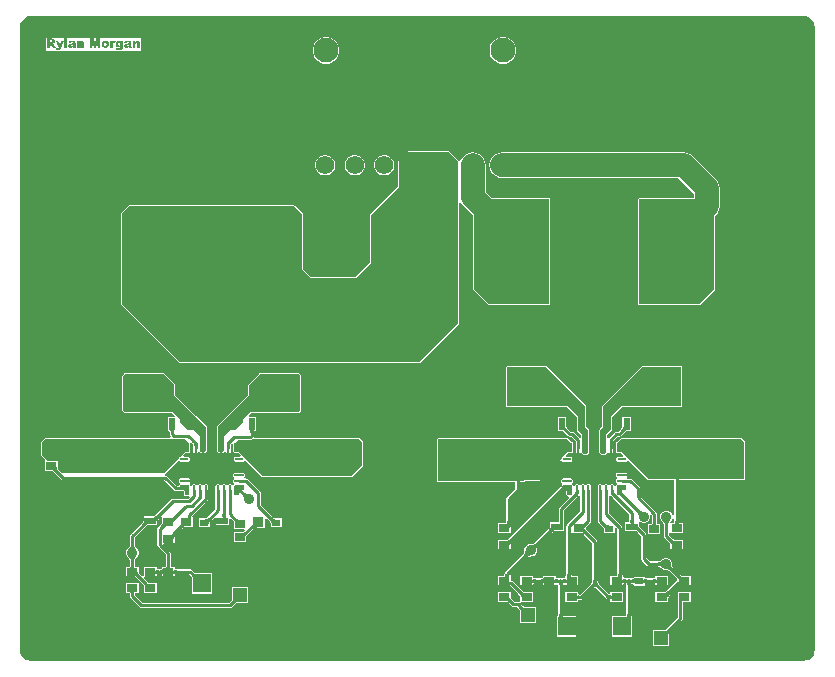
<source format=gbr>
%TF.GenerationSoftware,Altium Limited,Altium Designer,24.1.2 (44)*%
G04 Layer_Physical_Order=1*
G04 Layer_Color=255*
%FSLAX45Y45*%
%MOMM*%
%TF.SameCoordinates,52D7BD39-7FF0-4AB0-A2C0-E3239692A872*%
%TF.FilePolarity,Positive*%
%TF.FileFunction,Copper,L1,Top,Signal*%
%TF.Part,Single*%
G01*
G75*
%TA.AperFunction,SMDPad,CuDef*%
%ADD10R,0.96520X0.66040*%
%ADD11R,1.20000X1.20000*%
%ADD12R,1.50000X1.60000*%
G04:AMPARAMS|DCode=13|XSize=0.8mm|YSize=0.25mm|CornerRadius=0.05mm|HoleSize=0mm|Usage=FLASHONLY|Rotation=270.000|XOffset=0mm|YOffset=0mm|HoleType=Round|Shape=RoundedRectangle|*
%AMROUNDEDRECTD13*
21,1,0.80000,0.15000,0,0,270.0*
21,1,0.70000,0.25000,0,0,270.0*
1,1,0.10000,-0.07500,-0.35000*
1,1,0.10000,-0.07500,0.35000*
1,1,0.10000,0.07500,0.35000*
1,1,0.10000,0.07500,-0.35000*
%
%ADD13ROUNDEDRECTD13*%
%ADD14R,1.10000X1.35000*%
%ADD15R,0.95000X1.70000*%
%ADD16R,1.00620X0.55620*%
%ADD17R,3.25100X3.12400*%
%ADD18R,1.60000X1.00000*%
%ADD19R,0.95000X0.85000*%
%ADD20R,0.80000X0.60000*%
G04:AMPARAMS|DCode=21|XSize=1.4mm|YSize=2.4mm|CornerRadius=0.049mm|HoleSize=0mm|Usage=FLASHONLY|Rotation=270.000|XOffset=0mm|YOffset=0mm|HoleType=Round|Shape=RoundedRectangle|*
%AMROUNDEDRECTD21*
21,1,1.40000,2.30200,0,0,270.0*
21,1,1.30200,2.40000,0,0,270.0*
1,1,0.09800,-1.15100,-0.65100*
1,1,0.09800,-1.15100,0.65100*
1,1,0.09800,1.15100,0.65100*
1,1,0.09800,1.15100,-0.65100*
%
%ADD21ROUNDEDRECTD21*%
G04:AMPARAMS|DCode=22|XSize=0.4mm|YSize=0.8mm|CornerRadius=0.05mm|HoleSize=0mm|Usage=FLASHONLY|Rotation=270.000|XOffset=0mm|YOffset=0mm|HoleType=Round|Shape=RoundedRectangle|*
%AMROUNDEDRECTD22*
21,1,0.40000,0.70000,0,0,270.0*
21,1,0.30000,0.80000,0,0,270.0*
1,1,0.10000,-0.35000,-0.15000*
1,1,0.10000,-0.35000,0.15000*
1,1,0.10000,0.35000,0.15000*
1,1,0.10000,0.35000,-0.15000*
%
%ADD22ROUNDEDRECTD22*%
G04:AMPARAMS|DCode=23|XSize=0.25mm|YSize=0.8mm|CornerRadius=0.05mm|HoleSize=0mm|Usage=FLASHONLY|Rotation=270.000|XOffset=0mm|YOffset=0mm|HoleType=Round|Shape=RoundedRectangle|*
%AMROUNDEDRECTD23*
21,1,0.25000,0.70000,0,0,270.0*
21,1,0.15000,0.80000,0,0,270.0*
1,1,0.10000,-0.35000,-0.07500*
1,1,0.10000,-0.35000,0.07500*
1,1,0.10000,0.35000,0.07500*
1,1,0.10000,0.35000,-0.07500*
%
%ADD23ROUNDEDRECTD23*%
%ADD24R,2.05000X1.10000*%
%ADD25R,0.85000X0.70000*%
%ADD26C,0.45000*%
G04:AMPARAMS|DCode=27|XSize=0.25mm|YSize=0.75mm|CornerRadius=0.05mm|HoleSize=0mm|Usage=FLASHONLY|Rotation=270.000|XOffset=0mm|YOffset=0mm|HoleType=Round|Shape=RoundedRectangle|*
%AMROUNDEDRECTD27*
21,1,0.25000,0.65000,0,0,270.0*
21,1,0.15000,0.75000,0,0,270.0*
1,1,0.10000,-0.32500,-0.07500*
1,1,0.10000,-0.32500,0.07500*
1,1,0.10000,0.32500,0.07500*
1,1,0.10000,0.32500,-0.07500*
%
%ADD27ROUNDEDRECTD27*%
%ADD28R,0.55620X1.00620*%
%TA.AperFunction,Conductor*%
%ADD29C,0.25400*%
%ADD30C,0.63500*%
%ADD31C,2.03200*%
%TA.AperFunction,ComponentPad*%
%ADD32C,1.56000*%
%ADD33C,2.10000*%
%TA.AperFunction,ViaPad*%
%ADD34C,0.88900*%
%ADD35C,1.14300*%
%ADD36C,0.50000*%
G36*
X16209435Y11260996D02*
X16227927Y11253337D01*
X16244566Y11242218D01*
X16258717Y11228066D01*
X16269836Y11211426D01*
X16277496Y11192935D01*
X16281400Y11173307D01*
Y11163300D01*
Y5905500D01*
Y5895493D01*
X16277496Y5875864D01*
X16269836Y5857374D01*
X16258717Y5840734D01*
X16244566Y5826582D01*
X16227927Y5815463D01*
X16209435Y5807804D01*
X16189807Y5803900D01*
X9641993D01*
X9622364Y5807804D01*
X9603874Y5815463D01*
X9587234Y5826582D01*
X9573082Y5840734D01*
X9561963Y5857374D01*
X9554304Y5875864D01*
X9550400Y5895493D01*
Y5905500D01*
Y11163300D01*
Y11173307D01*
X9554304Y11192935D01*
X9561963Y11211426D01*
X9573082Y11228066D01*
X9587234Y11242218D01*
X9603874Y11253337D01*
X9622364Y11260996D01*
X9641993Y11264900D01*
X16189807D01*
X16209435Y11260996D01*
D02*
G37*
%LPC*%
G36*
X10574326Y11081159D02*
X9771074D01*
Y10966041D01*
X10574326D01*
Y11081159D01*
D02*
G37*
G36*
X13654626Y11085420D02*
X13624973D01*
X13596330Y11077745D01*
X13570650Y11062918D01*
X13549683Y11041950D01*
X13534856Y11016270D01*
X13527180Y10987627D01*
Y10957973D01*
X13534856Y10929330D01*
X13549683Y10903650D01*
X13570650Y10882682D01*
X13596330Y10867855D01*
X13624973Y10860180D01*
X13654626D01*
X13683270Y10867855D01*
X13708949Y10882682D01*
X13729918Y10903650D01*
X13744745Y10929330D01*
X13752420Y10957973D01*
Y10987627D01*
X13744745Y11016270D01*
X13729918Y11041950D01*
X13708949Y11062918D01*
X13683270Y11077745D01*
X13654626Y11085420D01*
D02*
G37*
G36*
X12157127D02*
X12127473D01*
X12098830Y11077745D01*
X12073150Y11062918D01*
X12052182Y11041950D01*
X12037355Y11016270D01*
X12029680Y10987627D01*
Y10957973D01*
X12037355Y10929330D01*
X12052182Y10903650D01*
X12073150Y10882682D01*
X12098830Y10867855D01*
X12127473Y10860180D01*
X12157127D01*
X12185770Y10867855D01*
X12211450Y10882682D01*
X12232419Y10903650D01*
X12247245Y10929330D01*
X12254920Y10957973D01*
Y10987627D01*
X12247245Y11016270D01*
X12232419Y11041950D01*
X12211450Y11062918D01*
X12185770Y11077745D01*
X12157127Y11085420D01*
D02*
G37*
G36*
X12646072Y10085920D02*
X12623528D01*
X12601752Y10080085D01*
X12582228Y10068813D01*
X12566287Y10052872D01*
X12555015Y10033348D01*
X12549180Y10011572D01*
Y9989028D01*
X12555015Y9967252D01*
X12566287Y9947728D01*
X12582228Y9931787D01*
X12601752Y9920515D01*
X12623528Y9914680D01*
X12646072D01*
X12667848Y9920515D01*
X12687372Y9931787D01*
X12703313Y9947728D01*
X12714585Y9967252D01*
X12720420Y9989028D01*
Y10011572D01*
X12714585Y10033348D01*
X12703313Y10052872D01*
X12687372Y10068813D01*
X12667848Y10080085D01*
X12646072Y10085920D01*
D02*
G37*
G36*
X12396072D02*
X12373528D01*
X12351752Y10080085D01*
X12332228Y10068813D01*
X12316287Y10052872D01*
X12305015Y10033348D01*
X12299180Y10011572D01*
Y9989028D01*
X12305015Y9967252D01*
X12316287Y9947728D01*
X12332228Y9931787D01*
X12351752Y9920515D01*
X12373528Y9914680D01*
X12396072D01*
X12417848Y9920515D01*
X12437372Y9931787D01*
X12453313Y9947728D01*
X12464585Y9967252D01*
X12470420Y9989028D01*
Y10011572D01*
X12464585Y10033348D01*
X12453313Y10052872D01*
X12437372Y10068813D01*
X12417848Y10080085D01*
X12396072Y10085920D01*
D02*
G37*
G36*
X12146072D02*
X12123528D01*
X12101752Y10080085D01*
X12082228Y10068813D01*
X12066287Y10052872D01*
X12055015Y10033348D01*
X12049180Y10011572D01*
Y9989028D01*
X12055015Y9967252D01*
X12066287Y9947728D01*
X12082228Y9931787D01*
X12101752Y9920515D01*
X12123528Y9914680D01*
X12146072D01*
X12167848Y9920515D01*
X12187372Y9931787D01*
X12203313Y9947728D01*
X12214585Y9967252D01*
X12220420Y9989028D01*
Y10011572D01*
X12214585Y10033348D01*
X12203313Y10052872D01*
X12187372Y10068813D01*
X12167848Y10080085D01*
X12146072Y10085920D01*
D02*
G37*
G36*
X15171100Y10110462D02*
X13634801D01*
X13606288Y10106709D01*
X13579720Y10095703D01*
X13556905Y10078197D01*
X13539397Y10055381D01*
X13528391Y10028812D01*
X13524638Y10000300D01*
X13528391Y9971788D01*
X13539397Y9945219D01*
X13556905Y9922404D01*
X13579720Y9904897D01*
X13606288Y9893891D01*
X13634801Y9890138D01*
X15125468D01*
X15256837Y9758769D01*
Y9723748D01*
X14795500D01*
X14789668Y9721332D01*
X14787251Y9715500D01*
Y8826500D01*
X14789668Y8820668D01*
X14795500Y8818252D01*
X15303500D01*
X15309332Y8820668D01*
X15436333Y8947668D01*
X15438748Y8953500D01*
Y9569385D01*
X15444896Y9574104D01*
X15462402Y9596919D01*
X15473409Y9623488D01*
X15477162Y9652000D01*
Y9804400D01*
X15473409Y9832912D01*
X15462402Y9859481D01*
X15444896Y9882297D01*
X15248996Y10078197D01*
X15226181Y10095703D01*
X15199612Y10106709D01*
X15171100Y10110462D01*
D02*
G37*
G36*
X13182600Y10117448D02*
X12839700D01*
X12833868Y10115032D01*
X12757668Y10038832D01*
X12755252Y10033000D01*
Y9820516D01*
X12516368Y9581632D01*
X12513952Y9575800D01*
Y9172816D01*
X12391784Y9050648D01*
X12017616D01*
X11946248Y9122016D01*
Y9588500D01*
X11943832Y9594332D01*
X11880332Y9657832D01*
X11874500Y9660248D01*
X10477500D01*
X10471668Y9657832D01*
X10408168Y9594332D01*
X10405752Y9588500D01*
Y8826500D01*
X10408168Y8820668D01*
X10471668Y8757168D01*
X10903468Y8325368D01*
X10909300Y8322952D01*
X12928600D01*
X12934431Y8325368D01*
X13264632Y8655568D01*
X13267049Y8661400D01*
Y9694886D01*
X13279749Y9697413D01*
X13289397Y9674119D01*
X13306905Y9651304D01*
X13384103Y9574104D01*
X13390253Y9569385D01*
Y8953500D01*
X13392668Y8947668D01*
X13519669Y8820668D01*
X13525500Y8818252D01*
X14033501D01*
X14039333Y8820668D01*
X14041748Y8826500D01*
Y9715500D01*
X14039333Y9721332D01*
X14033501Y9723748D01*
X13544615D01*
X13539896Y9729896D01*
X13494962Y9774831D01*
Y10000300D01*
X13491209Y10028812D01*
X13480203Y10055381D01*
X13462695Y10078197D01*
X13439880Y10095703D01*
X13413312Y10106709D01*
X13384801Y10110462D01*
X13356288Y10106709D01*
X13329720Y10095703D01*
X13306905Y10078197D01*
X13289397Y10055381D01*
X13279749Y10032087D01*
X13269678Y10032811D01*
X13266714Y10033807D01*
X13264632Y10038832D01*
X13188432Y10115032D01*
X13182600Y10117448D01*
D02*
G37*
G36*
X15151100Y8301348D02*
X14820900D01*
X14815068Y8298932D01*
X14484868Y7968732D01*
X14482452Y7962900D01*
Y7788516D01*
X14459468Y7765532D01*
X14457053Y7759700D01*
Y7569200D01*
X14459468Y7563368D01*
X14472168Y7550668D01*
X14478000Y7548252D01*
X14503400D01*
X14509232Y7550668D01*
X14521931Y7563368D01*
X14533556Y7564694D01*
X14536076Y7564329D01*
X14544501Y7560840D01*
X14559500D01*
X14569159Y7564841D01*
X14573160Y7574500D01*
Y7644500D01*
X14572717Y7645566D01*
Y7666418D01*
X14609528Y7703227D01*
X14623444D01*
X14623445Y7703227D01*
X14631374Y7704804D01*
X14638095Y7709295D01*
X14665106Y7736307D01*
X14665611Y7736495D01*
X14675502Y7745694D01*
X14679564Y7748960D01*
X14683189Y7751503D01*
X14685033Y7752570D01*
X14695872D01*
X14695917Y7752552D01*
X14695959Y7752570D01*
X14722929D01*
Y7868430D01*
X14652071D01*
Y7796460D01*
X14652052Y7796416D01*
X14652071Y7796372D01*
Y7785532D01*
X14651004Y7783691D01*
X14648524Y7780157D01*
X14640979Y7771272D01*
X14636102Y7766226D01*
X14635893Y7765693D01*
X14614864Y7744663D01*
X14600945D01*
X14593016Y7743086D01*
X14586295Y7738595D01*
X14586295Y7738594D01*
X14537350Y7689650D01*
X14537048Y7689198D01*
X14524348Y7693050D01*
Y7718184D01*
X14560033Y7753868D01*
X14562448Y7759700D01*
Y7870584D01*
X14646516Y7954652D01*
X15151100D01*
X15156932Y7957068D01*
X15159348Y7962900D01*
Y8293100D01*
X15156932Y8298932D01*
X15151100Y8301348D01*
D02*
G37*
G36*
X14008099D02*
X13677901D01*
X13672067Y8298932D01*
X13669652Y8293100D01*
Y7962900D01*
X13672067Y7957068D01*
X13677901Y7954652D01*
X14182484D01*
X14266553Y7870584D01*
Y7759700D01*
X14268968Y7753868D01*
X14304652Y7718184D01*
Y7693050D01*
X14291953Y7689198D01*
X14291650Y7689650D01*
X14291649Y7689651D01*
X14242705Y7738595D01*
X14235983Y7743086D01*
X14228055Y7744663D01*
X14228053Y7744663D01*
X14214137D01*
X14193198Y7765603D01*
X14193010Y7766107D01*
X14183876Y7775943D01*
X14180647Y7779980D01*
X14178140Y7783582D01*
X14176930Y7785701D01*
Y7795636D01*
X14177254Y7796416D01*
X14176993Y7797042D01*
X14177151Y7797702D01*
X14176930Y7798065D01*
Y7868430D01*
X14106070D01*
Y7752570D01*
X14131435D01*
X14131798Y7752348D01*
X14132458Y7752506D01*
X14133084Y7752247D01*
X14133864Y7752570D01*
X14143799D01*
X14145917Y7751360D01*
X14149426Y7748918D01*
X14158261Y7741442D01*
X14163277Y7736601D01*
X14163811Y7736391D01*
X14190906Y7709296D01*
X14190906Y7709295D01*
X14197627Y7704804D01*
X14205556Y7703227D01*
X14205557Y7703227D01*
X14219473D01*
X14256282Y7666419D01*
Y7645566D01*
X14255840Y7644500D01*
Y7574500D01*
X14259840Y7564841D01*
X14269501Y7560840D01*
X14284500D01*
X14292923Y7564329D01*
X14295444Y7564694D01*
X14307068Y7563368D01*
X14319768Y7550668D01*
X14325600Y7548252D01*
X14350999D01*
X14356831Y7550668D01*
X14369531Y7563368D01*
X14371948Y7569200D01*
Y7759700D01*
X14369531Y7765532D01*
X14346548Y7788516D01*
Y7962900D01*
X14344131Y7968732D01*
X14013931Y8298932D01*
X14008099Y8301348D01*
D02*
G37*
G36*
X14185500Y7691748D02*
X13093700D01*
X13087868Y7689332D01*
X13085452Y7683500D01*
Y7327900D01*
X13087868Y7322068D01*
X13093700Y7319652D01*
X13742912D01*
Y7261475D01*
X13673410Y7191973D01*
X13668919Y7185252D01*
X13667342Y7177323D01*
X13667342Y7177322D01*
Y6986691D01*
X13667114Y6986181D01*
X13666995Y6981569D01*
X13666663Y6977778D01*
X13666145Y6974638D01*
X13665491Y6972181D01*
X13664784Y6970438D01*
X13664148Y6969384D01*
X13663701Y6968894D01*
X13663446Y6968721D01*
X13663168Y6968620D01*
X13662032Y6968490D01*
X13596620D01*
Y6887210D01*
X13708380D01*
Y6946168D01*
X13708778Y6948170D01*
X13708778Y6948171D01*
Y6966753D01*
X13709007Y6985866D01*
X13708987Y6985916D01*
X13709007Y6985965D01*
X13708778Y6986520D01*
Y7168741D01*
X13778279Y7238243D01*
X13778281Y7238243D01*
X13782771Y7244965D01*
X13784348Y7252893D01*
X13784348Y7252895D01*
Y7319652D01*
X13818880D01*
X13824712Y7322068D01*
X13827129Y7327900D01*
Y7328872D01*
X13952119D01*
X13957951Y7331288D01*
X14124751Y7498086D01*
X14139731Y7495106D01*
X14139841Y7494841D01*
X14149500Y7490840D01*
X14214500D01*
X14224159Y7494841D01*
X14228160Y7504500D01*
Y7519500D01*
X14224159Y7529159D01*
X14214500Y7533160D01*
X14176418D01*
X14171558Y7544893D01*
X14187917Y7561252D01*
X14219498D01*
X14220493Y7561252D01*
X14222009Y7561879D01*
X14223650Y7561878D01*
X14223653Y7561880D01*
X14225488Y7562640D01*
X14226649Y7563801D01*
X14228165Y7564429D01*
X14229572Y7565836D01*
X14230199Y7567352D01*
X14231358Y7568512D01*
X14232120Y7570348D01*
X14232121Y7570350D01*
X14232120Y7571656D01*
X14232326Y7571892D01*
X14232289Y7572398D01*
X14232748Y7573507D01*
X14232748Y7574499D01*
X14232748Y7574500D01*
X14232748Y7644498D01*
X14232748Y7645492D01*
X14232120Y7647009D01*
Y7648651D01*
X14231358Y7650489D01*
X14230199Y7651649D01*
X14229570Y7653165D01*
X14228165Y7654571D01*
X14226648Y7655199D01*
X14225488Y7656359D01*
X14223651Y7657120D01*
X14223544D01*
X14191331Y7689332D01*
X14185500Y7691748D01*
D02*
G37*
G36*
X10769600Y8237848D02*
X10439400D01*
X10438538Y8237491D01*
X10434330D01*
Y8235748D01*
X10433568Y8235432D01*
X10420868Y8222732D01*
X10418452Y8216900D01*
Y7924800D01*
X10420868Y7918968D01*
X10433568Y7906268D01*
X10439400Y7903852D01*
X10842384D01*
X10865860Y7880376D01*
X10860600Y7867676D01*
X10804070D01*
Y7751816D01*
X10812725D01*
X10813237Y7751538D01*
X10814684Y7751385D01*
X10814955Y7751290D01*
X10815194Y7751131D01*
X10815621Y7750670D01*
X10816243Y7749654D01*
X10816938Y7747952D01*
X10817588Y7745541D01*
X10818104Y7742442D01*
X10818435Y7738697D01*
X10818555Y7734123D01*
X10818782Y7733614D01*
Y7723780D01*
X10818782Y7723779D01*
X10820359Y7715850D01*
X10824850Y7709129D01*
X10829531Y7704448D01*
X10824271Y7691748D01*
X9766300D01*
X9760468Y7689332D01*
X9735068Y7663932D01*
X9732652Y7658100D01*
Y7543800D01*
X9735068Y7537968D01*
X9766016Y7507020D01*
X9761220Y7495440D01*
X9761220D01*
Y7414160D01*
X9822756D01*
X9822831Y7414138D01*
X9825453Y7412977D01*
X9828497Y7411240D01*
X9831811Y7408973D01*
X9839756Y7402353D01*
X9844099Y7398178D01*
X9844354Y7398078D01*
X9844479Y7397835D01*
X9844901Y7397700D01*
X9903949Y7338651D01*
X9903950Y7338650D01*
X9910671Y7334159D01*
X9918600Y7332582D01*
X10773718D01*
X10856449Y7249851D01*
X10856450Y7249850D01*
X10863172Y7245359D01*
X10871100Y7243782D01*
X10871101Y7243782D01*
X10903870D01*
X10905011Y7242641D01*
X10906849Y7241880D01*
X10908489D01*
X10910005Y7241252D01*
X10935592D01*
X10935925Y7241219D01*
X10936884Y7240822D01*
X10937322Y7240384D01*
X10937720Y7239425D01*
X10937752Y7239094D01*
X10937752Y7214502D01*
X10937752Y7213507D01*
X10938380Y7211991D01*
X10938379Y7210350D01*
X10938380Y7210348D01*
X10939140Y7208512D01*
X10940301Y7207351D01*
X10940929Y7205834D01*
X10940931Y7205833D01*
X10942336Y7204428D01*
X10943851Y7203801D01*
X10945011Y7202641D01*
X10946847Y7201880D01*
X10946849Y7201879D01*
X10947569Y7201880D01*
X10948490D01*
X10950007Y7201252D01*
X10951000Y7201252D01*
X10951002Y7201251D01*
X10951003Y7201252D01*
X10981444Y7201252D01*
X10982855Y7199713D01*
X10988250Y7190097D01*
X10975825Y7177672D01*
X10843455D01*
X10843454Y7177672D01*
X10835526Y7176095D01*
X10828804Y7171604D01*
X10828804Y7171603D01*
X10700197Y7042997D01*
X10699693Y7042810D01*
X10689857Y7033676D01*
X10685820Y7030447D01*
X10682218Y7027941D01*
X10680099Y7026730D01*
X10670164D01*
X10669384Y7027053D01*
X10668758Y7026793D01*
X10668098Y7026952D01*
X10667735Y7026730D01*
X10597370D01*
Y6999760D01*
X10597352Y6999716D01*
X10597370Y6999672D01*
Y6988832D01*
X10596304Y6986991D01*
X10593825Y6983457D01*
X10586279Y6974572D01*
X10581403Y6969526D01*
X10581192Y6968992D01*
X10488250Y6876050D01*
X10483759Y6869328D01*
X10482182Y6861400D01*
X10482182Y6861399D01*
Y6788427D01*
X10481961Y6787958D01*
X10481796Y6784470D01*
X10481354Y6781391D01*
X10480612Y6778307D01*
X10479559Y6775208D01*
X10478184Y6772082D01*
X10476469Y6768917D01*
X10474405Y6765719D01*
X10471979Y6762486D01*
X10469179Y6759220D01*
X10465851Y6755772D01*
X10465278Y6754315D01*
X10458757Y6747795D01*
X10450830Y6728657D01*
Y6707943D01*
X10458757Y6688805D01*
X10465278Y6682285D01*
X10465851Y6680828D01*
X10469179Y6677380D01*
X10471977Y6674116D01*
X10474405Y6670881D01*
X10476469Y6667683D01*
X10478184Y6664518D01*
X10479559Y6661392D01*
X10480613Y6658290D01*
X10481354Y6655210D01*
X10481796Y6652129D01*
X10481962Y6648642D01*
X10482182Y6648174D01*
Y6618390D01*
X10481955Y6617880D01*
X10481835Y6613246D01*
X10481503Y6609440D01*
X10480984Y6606290D01*
X10480330Y6603831D01*
X10479625Y6602088D01*
X10478994Y6601042D01*
X10478557Y6600567D01*
X10478320Y6600407D01*
X10478063Y6600315D01*
X10476891Y6600190D01*
X10447020D01*
Y6518910D01*
X10514890D01*
X10514934Y6518892D01*
X10514978Y6518910D01*
X10525818D01*
X10527659Y6517844D01*
X10531193Y6515365D01*
X10540078Y6507819D01*
X10545124Y6502943D01*
X10545658Y6502733D01*
X10599022Y6449368D01*
Y6440171D01*
X10599022Y6440170D01*
X10599420Y6438168D01*
Y6379210D01*
X10711180D01*
Y6460490D01*
X10639953D01*
X10638881Y6465878D01*
X10634390Y6472600D01*
X10634389Y6472600D01*
X10600780Y6506210D01*
X10606041Y6518909D01*
X10609378Y6518910D01*
X10711180D01*
Y6532775D01*
X10711458Y6533287D01*
X10711610Y6534734D01*
X10711706Y6535005D01*
X10711865Y6535243D01*
X10712326Y6535671D01*
X10713342Y6536292D01*
X10715043Y6536988D01*
X10717455Y6537638D01*
X10720554Y6538154D01*
X10724298Y6538485D01*
X10728872Y6538605D01*
X10729382Y6538832D01*
X10733618D01*
X10734128Y6538605D01*
X10738702Y6538485D01*
X10742446Y6538154D01*
X10745545Y6537638D01*
X10747957Y6536988D01*
X10749658Y6536292D01*
X10750675Y6535671D01*
X10751135Y6535243D01*
X10751294Y6535005D01*
X10751390Y6534734D01*
X10751542Y6533287D01*
X10751820Y6532775D01*
Y6518910D01*
X10863580D01*
Y6533541D01*
X10863705Y6534713D01*
X10863796Y6534969D01*
X10863957Y6535208D01*
X10864432Y6535644D01*
X10865478Y6536275D01*
X10867219Y6536979D01*
X10869680Y6537634D01*
X10872831Y6538153D01*
X10876636Y6538485D01*
X10881270Y6538605D01*
X10881780Y6538832D01*
X10983702D01*
X10983709Y6538793D01*
X10983872Y6538679D01*
X10984540Y6538010D01*
X10984755Y6537471D01*
X10991158Y6530896D01*
X11001369Y6519317D01*
X11005024Y6514531D01*
X11007820Y6510325D01*
X11009681Y6506892D01*
Y6371930D01*
X11174920D01*
Y6547170D01*
X11048795D01*
X11048762Y6547185D01*
X11048722Y6547170D01*
X11037204D01*
X11036416Y6547629D01*
X11032806Y6550180D01*
X11023619Y6558026D01*
X11018341Y6563133D01*
X11017806Y6563344D01*
X11006950Y6574200D01*
X11000229Y6578691D01*
X10992300Y6580268D01*
X10992299Y6580268D01*
X10881780D01*
X10881270Y6580495D01*
X10876636Y6580615D01*
X10872830Y6580947D01*
X10869680Y6581466D01*
X10867221Y6582120D01*
X10865478Y6582825D01*
X10864432Y6583456D01*
X10863957Y6583893D01*
X10863797Y6584130D01*
X10863705Y6584387D01*
X10863580Y6585559D01*
Y6600190D01*
X10833709D01*
X10832537Y6600315D01*
X10832281Y6600406D01*
X10832042Y6600567D01*
X10831606Y6601042D01*
X10830975Y6602088D01*
X10830271Y6603829D01*
X10829616Y6606290D01*
X10829097Y6609441D01*
X10828765Y6613246D01*
X10828645Y6617880D01*
X10828418Y6618390D01*
Y6713219D01*
X10828418Y6713220D01*
X10826841Y6721148D01*
X10822350Y6727870D01*
X10764610Y6785610D01*
X10769871Y6798310D01*
X10863580D01*
Y6857268D01*
X10863978Y6859270D01*
X10863978Y6859271D01*
Y6865928D01*
X10919793Y6921743D01*
X10920298Y6921931D01*
X10929983Y6930925D01*
X10933980Y6934128D01*
X10937568Y6936635D01*
X10939948Y6938010D01*
X11015980D01*
Y7009938D01*
X11016249Y7010423D01*
X11016225Y7011227D01*
X11016303Y7011419D01*
X11015980Y7019290D01*
X11010990Y7031990D01*
X11140649Y7161650D01*
X11140650Y7161650D01*
X11145141Y7168372D01*
X11146718Y7176300D01*
X11146718Y7176301D01*
Y7213434D01*
X11147160Y7214500D01*
Y7284500D01*
X11143159Y7294159D01*
X11133500Y7298160D01*
X11118500D01*
X11108841Y7294159D01*
X11107873Y7291822D01*
X11094127D01*
X11093159Y7294159D01*
X11083500Y7298160D01*
X11068500D01*
X11058841Y7294159D01*
X11057873Y7291822D01*
X11044127D01*
X11043159Y7294159D01*
X11033500Y7298160D01*
X11018500D01*
X11008841Y7294159D01*
X11006321Y7288074D01*
X10996699Y7288510D01*
X10993217Y7289625D01*
X10992860Y7290488D01*
X10991699Y7291648D01*
X10991071Y7293164D01*
X10989665Y7294571D01*
X10988322Y7295127D01*
X10988141Y7295585D01*
X10987941Y7305602D01*
X10988263Y7308731D01*
X10988322Y7308873D01*
X10990659Y7309841D01*
X10994660Y7319500D01*
Y7334500D01*
X10990659Y7344159D01*
X10981000Y7348160D01*
X10911000D01*
X10901341Y7344159D01*
X10897340Y7334500D01*
Y7319500D01*
X10901341Y7309841D01*
X10903678Y7308873D01*
X10903741Y7308718D01*
X10904059Y7305624D01*
X10903859Y7295582D01*
X10903678Y7295127D01*
X10902336Y7294571D01*
X10900929Y7293164D01*
X10900301Y7291648D01*
X10899141Y7290488D01*
X10898380Y7288650D01*
X10886422Y7285218D01*
X10879682D01*
X10796950Y7367950D01*
X10790229Y7372441D01*
X10782300Y7374018D01*
X10775301Y7383454D01*
X10774882Y7386718D01*
X10886251Y7498086D01*
X10901231Y7495106D01*
X10901341Y7494841D01*
X10911000Y7490840D01*
X10976000D01*
X10985659Y7494841D01*
X10989660Y7504500D01*
Y7519500D01*
X10985659Y7529159D01*
X10976000Y7533160D01*
X10937918D01*
X10933057Y7544893D01*
X10949417Y7561252D01*
X10980998D01*
X10981993Y7561252D01*
X10983509Y7561879D01*
X10985150Y7561878D01*
X10985152Y7561880D01*
X10986988Y7562640D01*
X10988149Y7563801D01*
X10989665Y7564429D01*
X10991071Y7565836D01*
X10991699Y7567352D01*
X10992859Y7568512D01*
X10993620Y7570348D01*
X10993621Y7570350D01*
X10993620Y7571656D01*
X10993825Y7571892D01*
X10993789Y7572398D01*
X10994248Y7573507D01*
X10994248Y7574499D01*
X10994248Y7574500D01*
X10994248Y7644516D01*
X10996706Y7646599D01*
X11005835Y7650706D01*
X11011110Y7645034D01*
X11014376Y7640972D01*
X11016917Y7637349D01*
X11017340Y7636618D01*
Y7574500D01*
X11021341Y7564841D01*
X11031000Y7560840D01*
X11046000D01*
X11055659Y7564841D01*
X11057868Y7570174D01*
X11059230Y7570924D01*
X11070539Y7573080D01*
X11071708Y7572927D01*
X11081268Y7563368D01*
X11087100Y7560952D01*
X11093230D01*
X11093500Y7560840D01*
X11108500D01*
X11108770Y7560952D01*
X11112500D01*
X11118332Y7563368D01*
X11131032Y7576068D01*
X11133448Y7581900D01*
Y7607300D01*
Y7785100D01*
X11131032Y7790932D01*
X11042132Y7879832D01*
X10866748Y8055216D01*
Y8140700D01*
X10864332Y8146532D01*
X10775432Y8235432D01*
X10774670Y8235748D01*
Y8237491D01*
X10770462D01*
X10769600Y8237848D01*
D02*
G37*
G36*
X11912600D02*
X11582400D01*
X11581538Y8237491D01*
X11577330D01*
Y8235748D01*
X11576568Y8235432D01*
X11487668Y8146532D01*
X11485252Y8140700D01*
Y8055216D01*
X11309868Y7879832D01*
X11220968Y7790932D01*
X11218552Y7785100D01*
Y7607300D01*
Y7581900D01*
X11220968Y7576068D01*
X11233668Y7563368D01*
X11239500Y7560952D01*
X11243230D01*
X11243500Y7560840D01*
X11258500D01*
X11258770Y7560952D01*
X11264900D01*
X11270732Y7563368D01*
X11280292Y7572927D01*
X11281461Y7573080D01*
X11292770Y7570924D01*
X11294132Y7570174D01*
X11296341Y7564841D01*
X11306000Y7560840D01*
X11321000D01*
X11330659Y7564841D01*
X11334660Y7574500D01*
Y7636618D01*
X11335083Y7637349D01*
X11337562Y7640883D01*
X11343354Y7647703D01*
X11356192Y7645918D01*
X11357752Y7644576D01*
X11357752Y7574500D01*
X11357752Y7574499D01*
X11357752Y7573507D01*
X11358380Y7571991D01*
X11358379Y7570350D01*
X11358380Y7570348D01*
X11359140Y7568512D01*
X11360300Y7567352D01*
X11360928Y7565836D01*
X11362335Y7564429D01*
X11363851Y7563801D01*
X11365012Y7562640D01*
X11366848Y7561880D01*
X11366850Y7561878D01*
X11367568Y7561879D01*
X11368491Y7561879D01*
X11370007Y7561252D01*
X11371002Y7561252D01*
X11402583D01*
X11418943Y7544893D01*
X11414082Y7533160D01*
X11376000D01*
X11366341Y7529159D01*
X11362340Y7519500D01*
Y7504500D01*
X11366341Y7494841D01*
X11376000Y7490840D01*
X11441000D01*
X11450659Y7494841D01*
X11450769Y7495106D01*
X11465749Y7498086D01*
X11603668Y7360168D01*
X11609500Y7357752D01*
X12357100D01*
X12362932Y7360168D01*
X12451832Y7449068D01*
X12454248Y7454900D01*
X12454248Y7658100D01*
X12451832Y7663932D01*
X12426432Y7689332D01*
X12420600Y7691748D01*
X11539296D01*
X11536511Y7694314D01*
X11532460Y7701664D01*
X11531899Y7704448D01*
X11533218Y7711079D01*
Y7733615D01*
X11533445Y7734126D01*
X11533565Y7738759D01*
X11533897Y7742565D01*
X11534416Y7745715D01*
X11535070Y7748175D01*
X11535775Y7749917D01*
X11536406Y7750963D01*
X11536843Y7751438D01*
X11537080Y7751599D01*
X11537337Y7751691D01*
X11538509Y7751815D01*
X11547930D01*
Y7867675D01*
X11491400D01*
X11486140Y7880375D01*
X11509616Y7903852D01*
X11912600D01*
X11918432Y7906268D01*
X11931132Y7918968D01*
X11933548Y7924800D01*
Y8216900D01*
X11931132Y8222732D01*
X11918432Y8235432D01*
X11917670Y8235748D01*
Y8237491D01*
X11913462D01*
X11912600Y8237848D01*
D02*
G37*
G36*
X14679500Y7398160D02*
X14609500D01*
X14599841Y7394159D01*
X14595840Y7384500D01*
Y7369500D01*
X14599841Y7359841D01*
X14602177Y7358873D01*
Y7345127D01*
X14599841Y7344159D01*
X14595840Y7334500D01*
Y7319500D01*
X14599841Y7309841D01*
X14602179Y7308873D01*
X14602237Y7308732D01*
X14602559Y7305603D01*
X14602359Y7295585D01*
X14602177Y7295127D01*
X14600835Y7294571D01*
X14599429Y7293164D01*
X14598801Y7291648D01*
X14597639Y7290488D01*
X14597282Y7289626D01*
X14593800Y7288510D01*
X14584180Y7288074D01*
X14581659Y7294159D01*
X14572000Y7298160D01*
X14557001D01*
X14547340Y7294159D01*
X14546373Y7291822D01*
X14532626D01*
X14531659Y7294159D01*
X14522000Y7298160D01*
X14507001D01*
X14497340Y7294159D01*
X14496373Y7291822D01*
X14482626D01*
X14481659Y7294159D01*
X14472000Y7298160D01*
X14457001D01*
X14447340Y7294159D01*
X14443340Y7284500D01*
Y7214500D01*
X14443782Y7213434D01*
Y6990001D01*
X14443782Y6990000D01*
X14445358Y6982071D01*
X14449850Y6975350D01*
X14477612Y6947587D01*
X14477800Y6947083D01*
X14486934Y6937247D01*
X14490163Y6933210D01*
X14492670Y6929608D01*
X14493880Y6927489D01*
Y6917554D01*
X14493558Y6916774D01*
X14493817Y6916148D01*
X14493658Y6915488D01*
X14493880Y6915125D01*
Y6885380D01*
X14589120D01*
Y6928224D01*
X14600853Y6933084D01*
X14609682Y6924255D01*
Y6542191D01*
X14609454Y6541680D01*
X14609335Y6537064D01*
X14609003Y6533269D01*
X14608484Y6530125D01*
X14607829Y6527672D01*
X14607124Y6525928D01*
X14606490Y6524875D01*
X14606046Y6524389D01*
X14605792Y6524217D01*
X14605521Y6524119D01*
X14604376Y6523990D01*
X14549120D01*
Y6442710D01*
X14660880D01*
Y6457341D01*
X14661005Y6458513D01*
X14661096Y6458769D01*
X14661256Y6459008D01*
X14661732Y6459444D01*
X14662778Y6460075D01*
X14664519Y6460779D01*
X14666980Y6461434D01*
X14670131Y6461953D01*
X14672527Y6462162D01*
X14675612Y6461617D01*
X14678171Y6460764D01*
X14680147Y6459700D01*
X14681689Y6458439D01*
X14682950Y6456898D01*
X14684013Y6454921D01*
X14684866Y6452361D01*
X14685435Y6449139D01*
X14685664Y6444816D01*
X14685883Y6444359D01*
Y6201822D01*
X14685655Y6201312D01*
X14685535Y6196738D01*
X14685204Y6192993D01*
X14684688Y6189895D01*
X14684038Y6187483D01*
X14683342Y6185782D01*
X14682721Y6184765D01*
X14682294Y6184305D01*
X14682056Y6184146D01*
X14681784Y6184050D01*
X14680338Y6183898D01*
X14679825Y6183620D01*
X14567880D01*
Y6008380D01*
X14733121D01*
Y6170920D01*
X14733121Y6173703D01*
X14733240Y6173871D01*
X14733224Y6175165D01*
X14733444Y6175695D01*
X14733121Y6183620D01*
X14728900D01*
X14728809Y6183942D01*
X14728432Y6185930D01*
X14727603Y6196635D01*
X14727547Y6201196D01*
X14727318Y6201731D01*
Y6444359D01*
X14727536Y6444817D01*
X14727763Y6449139D01*
X14728333Y6452362D01*
X14728394Y6452544D01*
X14731242Y6454835D01*
X14734949Y6456550D01*
X14736546Y6456882D01*
X14747881Y6447748D01*
Y6440880D01*
X14843120D01*
Y6457325D01*
X14843250Y6458472D01*
X14843347Y6458743D01*
X14843518Y6458996D01*
X14844003Y6459440D01*
X14845056Y6460075D01*
X14846800Y6460780D01*
X14849252Y6461434D01*
X14852399Y6461953D01*
X14856194Y6462285D01*
X14860809Y6462405D01*
X14861320Y6462632D01*
X14911920D01*
X14912430Y6462405D01*
X14917064Y6462285D01*
X14920869Y6461953D01*
X14924020Y6461434D01*
X14926479Y6460780D01*
X14928223Y6460075D01*
X14929268Y6459444D01*
X14929742Y6459007D01*
X14929903Y6458770D01*
X14929996Y6458513D01*
X14930119Y6457341D01*
Y6442710D01*
X15041879D01*
Y6523990D01*
X14930119D01*
Y6509359D01*
X14929996Y6508187D01*
X14929904Y6507931D01*
X14929742Y6507692D01*
X14929268Y6507256D01*
X14928223Y6506625D01*
X14926482Y6505921D01*
X14924020Y6505266D01*
X14920869Y6504747D01*
X14917064Y6504415D01*
X14912430Y6504295D01*
X14911920Y6504068D01*
X14861314D01*
X14860803Y6504295D01*
X14856219Y6504411D01*
X14852451Y6504729D01*
X14849319Y6505228D01*
X14846881Y6505855D01*
X14845149Y6506533D01*
X14844125Y6507132D01*
X14843689Y6507519D01*
X14843582Y6507672D01*
X14843536Y6507795D01*
X14843394Y6509098D01*
X14843393Y6509099D01*
X14843120Y6509596D01*
Y6516120D01*
X14835245Y6516444D01*
X14835065Y6516370D01*
X14834293Y6516394D01*
X14833794Y6516120D01*
X14760580D01*
X14757205Y6516120D01*
X14756706Y6516394D01*
X14755934Y6516370D01*
X14755756Y6516443D01*
X14747881Y6516120D01*
Y6509596D01*
X14747607Y6509099D01*
X14747606Y6509098D01*
X14747462Y6507795D01*
X14747418Y6507672D01*
X14747311Y6507519D01*
X14746873Y6507131D01*
X14745851Y6506533D01*
X14744119Y6505855D01*
X14741679Y6505227D01*
X14738551Y6504729D01*
X14734781Y6504411D01*
X14730197Y6504295D01*
X14729684Y6504068D01*
X14708322D01*
X14708218Y6504138D01*
X14707866Y6504068D01*
X14705334D01*
X14704984Y6504138D01*
X14704880Y6504068D01*
X14679080D01*
X14678571Y6504295D01*
X14673936Y6504415D01*
X14670129Y6504747D01*
X14667886Y6505117D01*
X14664529Y6510003D01*
X14663464Y6511869D01*
X14661203Y6516117D01*
X14660880Y6523990D01*
X14654491Y6523990D01*
X14654065Y6524238D01*
X14654063Y6524238D01*
X14653830Y6524270D01*
X14653778Y6524342D01*
X14653256Y6525444D01*
X14652666Y6527305D01*
X14652153Y6529758D01*
X14651437Y6537122D01*
X14651346Y6541634D01*
X14651118Y6542154D01*
Y6932837D01*
X14649541Y6940765D01*
X14645050Y6947487D01*
X14645049Y6947487D01*
X14535217Y7057319D01*
Y7200922D01*
X14547340Y7204841D01*
X14548650Y7204299D01*
X14548811Y7204057D01*
X14549451Y7203929D01*
X14549890Y7203446D01*
X14551144Y7202854D01*
X14554317Y7200911D01*
X14555904Y7199767D01*
X14568709Y7188522D01*
X14571693Y7185583D01*
X14571754Y7185558D01*
X14571780Y7185497D01*
X14572307Y7185293D01*
X14711282Y7046318D01*
Y6994130D01*
X14711055Y6993619D01*
X14710934Y6988986D01*
X14710603Y6985180D01*
X14710085Y6982030D01*
X14709430Y6979570D01*
X14708725Y6977828D01*
X14708093Y6976782D01*
X14707657Y6976307D01*
X14707420Y6976147D01*
X14707162Y6976055D01*
X14705991Y6975930D01*
X14674071D01*
Y6905070D01*
X14745108D01*
X14747110Y6904672D01*
X14767526D01*
X14770712Y6902424D01*
X14780125Y6894378D01*
X14785568Y6889108D01*
X14785574Y6889106D01*
X14785577Y6889099D01*
X14786110Y6888890D01*
X14812881Y6862118D01*
Y6667502D01*
X14812881Y6667500D01*
X14814459Y6659572D01*
X14818950Y6652850D01*
X14861784Y6610016D01*
X14861784Y6610015D01*
X14868507Y6605524D01*
X14876434Y6603947D01*
X14876436Y6603947D01*
X14949818D01*
X14950287Y6603726D01*
X14953775Y6603561D01*
X14956854Y6603119D01*
X14959938Y6602377D01*
X14963036Y6601324D01*
X14966162Y6599949D01*
X14969327Y6598234D01*
X14972527Y6596170D01*
X14975758Y6593744D01*
X14979025Y6590945D01*
X14982474Y6587616D01*
X14983929Y6587043D01*
X14990450Y6580523D01*
X15009587Y6572595D01*
X15018810D01*
X15020244Y6571971D01*
X15025038Y6571887D01*
X15029321Y6571557D01*
X15033327Y6570986D01*
X15037048Y6570183D01*
X15040497Y6569158D01*
X15043681Y6567920D01*
X15046616Y6566474D01*
X15049321Y6564819D01*
X15051811Y6562953D01*
X15054395Y6560604D01*
X15054881Y6560429D01*
X15104353Y6510958D01*
X15104539Y6510453D01*
X15113673Y6500617D01*
X15116904Y6496580D01*
X15117284Y6496033D01*
X15114838Y6485623D01*
X15112691Y6482171D01*
X15105969Y6477680D01*
X15105969Y6477679D01*
X15028847Y6400557D01*
X15028343Y6400370D01*
X15018507Y6391236D01*
X15014470Y6388007D01*
X15010867Y6385501D01*
X15008749Y6384290D01*
X14998814D01*
X14998035Y6384613D01*
X14997408Y6384353D01*
X14996748Y6384512D01*
X14996385Y6384290D01*
X14930119D01*
Y6303010D01*
X15041879D01*
Y6338795D01*
X15042102Y6339158D01*
X15041943Y6339818D01*
X15042203Y6340444D01*
X15041879Y6341224D01*
Y6351159D01*
X15043089Y6353277D01*
X15045532Y6356786D01*
X15053008Y6365622D01*
X15057849Y6370636D01*
X15058060Y6371169D01*
X15129202Y6442312D01*
X15156178D01*
X15156180Y6442312D01*
X15158182Y6442710D01*
X15232381D01*
Y6523990D01*
X15166115D01*
X15165752Y6524212D01*
X15165092Y6524053D01*
X15164465Y6524313D01*
X15163686Y6523990D01*
X15153751D01*
X15151633Y6525200D01*
X15148125Y6527642D01*
X15139288Y6535118D01*
X15134274Y6539959D01*
X15133740Y6540169D01*
X15084181Y6589729D01*
X15084006Y6590215D01*
X15081657Y6592798D01*
X15079790Y6595291D01*
X15078136Y6597994D01*
X15076691Y6600928D01*
X15075452Y6604113D01*
X15074426Y6607562D01*
X15073624Y6611284D01*
X15073053Y6615289D01*
X15072723Y6619572D01*
X15072639Y6624366D01*
X15072015Y6625801D01*
Y6635023D01*
X15064087Y6654160D01*
X15049440Y6668808D01*
X15030302Y6676735D01*
X15009587D01*
X14990450Y6668808D01*
X14983929Y6662288D01*
X14982474Y6661714D01*
X14979025Y6658386D01*
X14975761Y6655588D01*
X14972527Y6653161D01*
X14969327Y6651097D01*
X14966162Y6649381D01*
X14963037Y6648006D01*
X14959935Y6646953D01*
X14956854Y6646211D01*
X14953773Y6645769D01*
X14950287Y6645604D01*
X14949818Y6645383D01*
X14885017D01*
X14854318Y6676082D01*
Y6870699D01*
X14854318Y6870700D01*
X14852740Y6878629D01*
X14848250Y6885350D01*
X14815073Y6918526D01*
X14814859Y6919064D01*
X14808688Y6925410D01*
X14798808Y6936681D01*
X14795255Y6941381D01*
X14792506Y6945563D01*
X14790625Y6949065D01*
X14789931Y6950852D01*
Y6959858D01*
X14789990Y6960283D01*
X14789931Y6960362D01*
X14789931Y6964992D01*
X14790422Y6975607D01*
X14791292Y6976379D01*
X14800842Y6978404D01*
X14804105Y6978957D01*
X14807326Y6977624D01*
X14823244Y6971030D01*
X14843958D01*
X14863095Y6978957D01*
X14877744Y6993605D01*
X14885670Y7012743D01*
Y7033457D01*
X14882056Y7042185D01*
X14892821Y7049379D01*
X14901782Y7040418D01*
Y6981322D01*
X14901555Y6980812D01*
X14901434Y6976238D01*
X14901105Y6972493D01*
X14900587Y6969395D01*
X14899937Y6966983D01*
X14899242Y6965282D01*
X14898621Y6964265D01*
X14898193Y6963805D01*
X14897955Y6963646D01*
X14897684Y6963550D01*
X14896237Y6963398D01*
X14895724Y6963120D01*
X14872380D01*
Y6877880D01*
X14972620D01*
Y6963120D01*
X14949275D01*
X14948763Y6963398D01*
X14947316Y6963550D01*
X14947044Y6963646D01*
X14946806Y6963805D01*
X14946379Y6964265D01*
X14945758Y6965282D01*
X14945062Y6966983D01*
X14944412Y6969395D01*
X14943896Y6972493D01*
X14943565Y6976238D01*
X14943445Y6980812D01*
X14943217Y6981322D01*
Y7049000D01*
X14941641Y7056928D01*
X14937151Y7063650D01*
X14937149Y7063651D01*
X14803519Y7197282D01*
Y7264399D01*
X14803519Y7264400D01*
X14801941Y7272329D01*
X14797450Y7279050D01*
X14734850Y7341650D01*
X14728130Y7346141D01*
X14720200Y7347718D01*
X14720200Y7347718D01*
X14693077D01*
X14689159Y7359842D01*
X14693159Y7369500D01*
Y7384500D01*
X14689159Y7394159D01*
X14679500Y7398160D01*
D02*
G37*
G36*
X11441000D02*
X11371000D01*
X11361341Y7394159D01*
X11357340Y7384500D01*
Y7369500D01*
X11361341Y7359841D01*
X11363678Y7358873D01*
Y7345127D01*
X11361341Y7344159D01*
X11357340Y7334500D01*
Y7319500D01*
X11361341Y7309841D01*
X11363679Y7308873D01*
X11363737Y7308732D01*
X11364059Y7305603D01*
X11363859Y7295585D01*
X11363677Y7295127D01*
X11362335Y7294571D01*
X11360929Y7293164D01*
X11360300Y7291648D01*
X11359140Y7290488D01*
X11358783Y7289626D01*
X11355300Y7288510D01*
X11345679Y7288074D01*
X11343159Y7294159D01*
X11333500Y7298160D01*
X11318500D01*
X11308841Y7294159D01*
X11307873Y7291822D01*
X11294127D01*
X11293159Y7294159D01*
X11283500Y7298160D01*
X11268500D01*
X11258841Y7294159D01*
X11257873Y7291822D01*
X11244127D01*
X11243159Y7294159D01*
X11233500Y7298160D01*
X11218500D01*
X11208841Y7294159D01*
X11204840Y7284500D01*
Y7214500D01*
X11205282Y7213434D01*
Y7085881D01*
X11147088Y7027687D01*
X11146583Y7027500D01*
X11136747Y7018366D01*
X11132710Y7015137D01*
X11129108Y7012631D01*
X11126989Y7011420D01*
X11117054D01*
X11116274Y7011743D01*
X11115648Y7011483D01*
X11114988Y7011642D01*
X11114625Y7011420D01*
X11064880D01*
Y6936180D01*
X11160120D01*
Y6965925D01*
X11160342Y6966288D01*
X11160183Y6966947D01*
X11160443Y6967574D01*
X11160120Y6968354D01*
Y6978289D01*
X11161330Y6980407D01*
X11163772Y6983916D01*
X11171248Y6992751D01*
X11176089Y6997766D01*
X11176299Y6998299D01*
X11194270Y7016270D01*
X11206970Y7011009D01*
Y6955870D01*
X11322830D01*
Y7007377D01*
X11334563Y7012237D01*
X11350917Y6995884D01*
X11351105Y6995378D01*
X11360304Y6985488D01*
X11363570Y6981426D01*
X11366113Y6977800D01*
X11367180Y6975958D01*
Y6965118D01*
X11367162Y6965074D01*
X11367180Y6965031D01*
Y6923680D01*
X11449919D01*
X11450590Y6922061D01*
X11453878Y6909995D01*
X11443988Y6900796D01*
X11439926Y6897530D01*
X11436300Y6894986D01*
X11434458Y6893920D01*
X11423618D01*
X11423574Y6893938D01*
X11423531Y6893920D01*
X11367180D01*
Y6808680D01*
X11467420D01*
Y6850030D01*
X11467438Y6850074D01*
X11467420Y6850118D01*
Y6860958D01*
X11468486Y6862799D01*
X11470965Y6866333D01*
X11478511Y6875218D01*
X11483387Y6880264D01*
X11483598Y6880798D01*
X11528581Y6925782D01*
X11540224D01*
X11540225Y6925782D01*
X11542227Y6926180D01*
X11625145D01*
Y7008571D01*
X11637845Y7013832D01*
X11648482Y7003195D01*
X11648490Y7003149D01*
X11648621Y7003057D01*
X11649340Y7002338D01*
X11649555Y7001799D01*
X11655961Y6995220D01*
X11666179Y6983633D01*
X11669834Y6978848D01*
X11672628Y6974644D01*
X11674480Y6971228D01*
Y6936180D01*
X11769720D01*
Y7011420D01*
X11713687D01*
X11713656Y7011434D01*
X11713618Y7011420D01*
X11706802D01*
X11704800Y7011818D01*
X11704799Y7011818D01*
X11701405D01*
X11701283Y7011888D01*
X11697676Y7014438D01*
X11688490Y7022282D01*
X11683218Y7027383D01*
X11682683Y7027594D01*
X11590418Y7119859D01*
Y7226300D01*
X11588841Y7234228D01*
X11584350Y7240950D01*
X11584349Y7240950D01*
X11482750Y7342550D01*
X11476029Y7347041D01*
X11468100Y7348618D01*
X11468099Y7348618D01*
X11456029D01*
X11456028Y7348620D01*
X11451271Y7361318D01*
X11454660Y7369500D01*
Y7384500D01*
X11450659Y7394159D01*
X11441000Y7398160D01*
D02*
G37*
G36*
X15659100Y7691748D02*
X14643500D01*
X14637668Y7689332D01*
X14605457Y7657120D01*
X14605350D01*
X14603511Y7656359D01*
X14602351Y7655199D01*
X14600836Y7654571D01*
X14599429Y7653165D01*
X14598801Y7651649D01*
X14597641Y7650489D01*
X14596880Y7648651D01*
Y7647009D01*
X14596252Y7645492D01*
X14596252Y7644498D01*
X14596252Y7574500D01*
X14596252Y7574499D01*
X14596252Y7573507D01*
X14596880Y7571991D01*
X14596880Y7570350D01*
X14596880Y7570348D01*
X14597639Y7568512D01*
X14598801Y7567352D01*
X14599428Y7565836D01*
X14600835Y7564429D01*
X14602351Y7563801D01*
X14603513Y7562640D01*
X14605348Y7561880D01*
X14605350Y7561878D01*
X14606068Y7561879D01*
X14606992Y7561879D01*
X14608507Y7561252D01*
X14609502Y7561252D01*
X14641083D01*
X14657443Y7544893D01*
X14652582Y7533160D01*
X14614500D01*
X14604842Y7529159D01*
X14600841Y7519500D01*
Y7504500D01*
X14604842Y7494841D01*
X14614500Y7490840D01*
X14679500D01*
X14689159Y7494841D01*
X14689268Y7495106D01*
X14704250Y7498086D01*
X14867567Y7334768D01*
X14873399Y7332352D01*
X15092282D01*
Y6986690D01*
X15092055Y6986180D01*
X15091936Y6981546D01*
X15091603Y6977740D01*
X15091084Y6974590D01*
X15090430Y6972131D01*
X15089725Y6970388D01*
X15089095Y6969342D01*
X15088657Y6968867D01*
X15088420Y6968707D01*
X15088164Y6968615D01*
X15086990Y6968490D01*
X15063078D01*
X15058900Y6973896D01*
X15056891Y6981095D01*
X15057822Y6982180D01*
X15061150Y6985628D01*
X15061722Y6987085D01*
X15068243Y6993605D01*
X15076170Y7012743D01*
Y7033457D01*
X15068243Y7052595D01*
X15053595Y7067243D01*
X15034457Y7075170D01*
X15013744D01*
X14994604Y7067243D01*
X14979958Y7052595D01*
X14972031Y7033457D01*
Y7012743D01*
X14979958Y6993605D01*
X14986478Y6987085D01*
X14987051Y6985628D01*
X14990379Y6982180D01*
X14993176Y6978916D01*
X14995605Y6975681D01*
X14997668Y6972483D01*
X14999384Y6969318D01*
X15000758Y6966192D01*
X15001813Y6963090D01*
X15002554Y6960010D01*
X15002995Y6956929D01*
X15003162Y6953442D01*
X15003381Y6952974D01*
Y6861811D01*
X15003381Y6861810D01*
X15004959Y6853881D01*
X15009450Y6847160D01*
X15040857Y6815753D01*
X15041045Y6815248D01*
X15050244Y6805358D01*
X15053510Y6801296D01*
X15056053Y6797670D01*
X15057120Y6795828D01*
Y6784988D01*
X15057101Y6784944D01*
X15057120Y6784901D01*
Y6747510D01*
X15168880D01*
Y6828790D01*
X15101010D01*
X15100966Y6828808D01*
X15100922Y6828790D01*
X15090082D01*
X15088242Y6829856D01*
X15084708Y6832335D01*
X15075822Y6839881D01*
X15070776Y6844757D01*
X15070242Y6844967D01*
X15044818Y6870392D01*
Y6886249D01*
X15057120Y6887210D01*
X15057518Y6887210D01*
X15168880D01*
Y6968490D01*
X15139009D01*
X15137837Y6968615D01*
X15137581Y6968706D01*
X15137341Y6968867D01*
X15136906Y6969342D01*
X15136275Y6970388D01*
X15135571Y6972129D01*
X15134917Y6974590D01*
X15134396Y6977741D01*
X15134065Y6981546D01*
X15133945Y6986180D01*
X15133717Y6986690D01*
Y7332352D01*
X15684500D01*
X15690332Y7334768D01*
X15692747Y7340600D01*
Y7658100D01*
X15690332Y7663932D01*
X15664932Y7689332D01*
X15659100Y7691748D01*
D02*
G37*
G36*
X14219501Y7348160D02*
X14149500D01*
X14139841Y7344159D01*
X14135840Y7334500D01*
Y7319500D01*
X14139841Y7309841D01*
X14142178Y7308873D01*
X14142241Y7308718D01*
X14142558Y7305624D01*
X14142358Y7295582D01*
X14142178Y7295127D01*
X14140836Y7294571D01*
X14139429Y7293164D01*
X14138802Y7291648D01*
X14137640Y7290488D01*
X14136880Y7288650D01*
X14136880Y7287010D01*
X14136252Y7285494D01*
Y7280655D01*
X14132411Y7279891D01*
X14125690Y7275400D01*
X14125690Y7275399D01*
X13695348Y6845057D01*
X13694843Y6844870D01*
X13685007Y6835736D01*
X13680969Y6832507D01*
X13677368Y6830001D01*
X13675249Y6828790D01*
X13665314D01*
X13664534Y6829113D01*
X13663908Y6828853D01*
X13663248Y6829012D01*
X13662885Y6828790D01*
X13596620D01*
Y6747510D01*
X13708380D01*
Y6783295D01*
X13708601Y6783658D01*
X13708443Y6784318D01*
X13708704Y6784944D01*
X13708380Y6785724D01*
Y6795659D01*
X13709590Y6797777D01*
X13712032Y6801286D01*
X13719508Y6810122D01*
X13724348Y6815136D01*
X13724559Y6815669D01*
X14148921Y7240032D01*
X14158049D01*
X14158566Y7239804D01*
X14174782Y7239444D01*
X14176228Y7239327D01*
X14176253Y7239094D01*
X14176253Y7214502D01*
X14176253Y7213507D01*
X14176880Y7211991D01*
X14176878Y7210350D01*
X14176880Y7210348D01*
X14177640Y7208512D01*
X14178801Y7207351D01*
X14179430Y7205834D01*
X14179430Y7205834D01*
X14180836Y7204428D01*
X14182352Y7203801D01*
X14183511Y7202641D01*
X14185347Y7201880D01*
X14185349Y7201879D01*
X14186069Y7201880D01*
X14186990D01*
X14188507Y7201252D01*
X14189500Y7201252D01*
X14189502Y7201252D01*
X14194016Y7198779D01*
X14196922Y7184122D01*
X14119960Y7107160D01*
X14115469Y7100438D01*
X14113892Y7092510D01*
X14113892Y7092509D01*
Y6994131D01*
X14113664Y6993621D01*
X14113545Y6989009D01*
X14113213Y6985217D01*
X14112695Y6982078D01*
X14112041Y6979621D01*
X14111336Y6977878D01*
X14110698Y6976823D01*
X14110251Y6976334D01*
X14109996Y6976161D01*
X14109718Y6976060D01*
X14108582Y6975930D01*
X14039070D01*
Y6948960D01*
X14039052Y6948916D01*
X14039070Y6948872D01*
Y6938032D01*
X14038004Y6936191D01*
X14035526Y6932657D01*
X14027979Y6923772D01*
X14023103Y6918726D01*
X14022893Y6918192D01*
X13908981Y6804282D01*
X13908495Y6804107D01*
X13905913Y6801758D01*
X13903419Y6799891D01*
X13900717Y6798237D01*
X13897783Y6796791D01*
X13894598Y6795553D01*
X13891148Y6794527D01*
X13887427Y6793725D01*
X13883421Y6793154D01*
X13879138Y6792824D01*
X13874345Y6792740D01*
X13872910Y6792115D01*
X13863689D01*
X13844550Y6784188D01*
X13829903Y6769541D01*
X13821976Y6750403D01*
Y6741181D01*
X13821352Y6739746D01*
X13821268Y6734953D01*
X13820937Y6730669D01*
X13820366Y6726664D01*
X13819563Y6722942D01*
X13818539Y6719493D01*
X13817300Y6716308D01*
X13815854Y6713374D01*
X13814198Y6710669D01*
X13812334Y6708179D01*
X13809984Y6705596D01*
X13809808Y6705109D01*
X13658942Y6554241D01*
X13654449Y6547520D01*
X13653130Y6540882D01*
X13652646Y6539788D01*
X13652544Y6535490D01*
X13652260Y6531960D01*
X13651817Y6529037D01*
X13651260Y6526765D01*
X13650671Y6525176D01*
X13650172Y6524279D01*
X13649983Y6524054D01*
X13649432Y6523990D01*
X13596620D01*
Y6442710D01*
X13670818D01*
X13672820Y6442312D01*
X13672821Y6442312D01*
X13699799D01*
X13770857Y6371253D01*
X13771045Y6370748D01*
X13780244Y6360858D01*
X13783510Y6356796D01*
X13786053Y6353170D01*
X13787120Y6351328D01*
Y6340488D01*
X13787102Y6340444D01*
X13787120Y6340401D01*
Y6312973D01*
X13787119Y6309040D01*
X13774854Y6301961D01*
X13774113Y6302456D01*
X13766185Y6304033D01*
X13766183Y6304033D01*
X13736658D01*
X13724643Y6316047D01*
X13724455Y6316552D01*
X13715256Y6326442D01*
X13711990Y6330504D01*
X13709447Y6334130D01*
X13708380Y6335972D01*
Y6346812D01*
X13708398Y6346856D01*
X13708380Y6346899D01*
Y6384290D01*
X13596620D01*
Y6303010D01*
X13664490D01*
X13664534Y6302992D01*
X13664578Y6303010D01*
X13675418D01*
X13677258Y6301944D01*
X13680794Y6299465D01*
X13689677Y6291919D01*
X13694724Y6287043D01*
X13695258Y6286833D01*
X13713425Y6268666D01*
X13713425Y6268665D01*
X13720148Y6264174D01*
X13728075Y6262597D01*
X13728076Y6262597D01*
X13757603D01*
X13769617Y6250583D01*
X13769804Y6250078D01*
X13779004Y6240188D01*
X13782269Y6236126D01*
X13784814Y6232500D01*
X13785880Y6230658D01*
Y6219818D01*
X13785863Y6219774D01*
X13785880Y6219731D01*
Y6128380D01*
X13921120D01*
Y6263620D01*
X13829770D01*
X13829726Y6263638D01*
X13829681Y6263620D01*
X13818842D01*
X13817001Y6264686D01*
X13813467Y6267165D01*
X13804582Y6274711D01*
X13799536Y6279587D01*
X13799004Y6279797D01*
X13788490Y6290310D01*
X13793752Y6303009D01*
X13797282Y6303010D01*
X13797282Y6303010D01*
X13797322Y6303010D01*
X13898880D01*
Y6384290D01*
X13831010D01*
X13830966Y6384308D01*
X13830922Y6384290D01*
X13820082D01*
X13818240Y6385356D01*
X13814706Y6387835D01*
X13805823Y6395381D01*
X13800777Y6400257D01*
X13800243Y6400467D01*
X13723030Y6477680D01*
X13716309Y6482171D01*
X13708380Y6483748D01*
Y6523990D01*
X13705251D01*
X13699989Y6536690D01*
X13839108Y6675809D01*
X13839597Y6675984D01*
X13842178Y6678333D01*
X13844672Y6680200D01*
X13847374Y6681854D01*
X13850308Y6683300D01*
X13853493Y6684538D01*
X13856943Y6685563D01*
X13860664Y6686366D01*
X13864668Y6686937D01*
X13868953Y6687267D01*
X13873746Y6687351D01*
X13875182Y6687975D01*
X13884402D01*
X13903542Y6695903D01*
X13918188Y6710550D01*
X13926115Y6729688D01*
Y6738910D01*
X13926740Y6740345D01*
X13926823Y6745138D01*
X13927155Y6749422D01*
X13927725Y6753426D01*
X13928528Y6757149D01*
X13929553Y6760598D01*
X13930791Y6763783D01*
X13932237Y6766717D01*
X13933891Y6769422D01*
X13935757Y6771912D01*
X13938107Y6774495D01*
X13938281Y6774982D01*
X14052107Y6888807D01*
X14052612Y6888995D01*
X14062502Y6898194D01*
X14066563Y6901460D01*
X14070190Y6904003D01*
X14072032Y6905070D01*
X14082872D01*
X14082916Y6905052D01*
X14082959Y6905070D01*
X14154930D01*
Y6953609D01*
X14155328Y6955610D01*
Y6974193D01*
X14155557Y6993306D01*
X14155537Y6993356D01*
X14155557Y6993405D01*
X14155328Y6993960D01*
Y7083928D01*
X14256686Y7185286D01*
X14257210Y7185489D01*
X14266013Y7193882D01*
X14270795Y7197976D01*
X14274847Y7201026D01*
X14276401Y7202038D01*
X14277737Y7202799D01*
X14279111Y7203446D01*
X14279549Y7203929D01*
X14280190Y7204057D01*
X14280350Y7204299D01*
X14281659Y7204841D01*
X14293782Y7200922D01*
Y7073448D01*
X14183949Y6963617D01*
X14179459Y6956895D01*
X14177882Y6948967D01*
X14177882Y6948966D01*
Y6542154D01*
X14177654Y6541634D01*
X14177559Y6537006D01*
X14177293Y6533134D01*
X14176874Y6529886D01*
X14176335Y6527305D01*
X14175745Y6525444D01*
X14175221Y6524341D01*
X14175169Y6524270D01*
X14174936Y6524238D01*
X14174934Y6524238D01*
X14174510Y6523990D01*
X14168120D01*
X14167796Y6516118D01*
X14165541Y6511881D01*
X14164465Y6509996D01*
X14161115Y6505117D01*
X14158868Y6504747D01*
X14155064Y6504415D01*
X14150430Y6504295D01*
X14149921Y6504068D01*
X14130472D01*
X14130368Y6504138D01*
X14130016Y6504068D01*
X14127484D01*
X14127133Y6504138D01*
X14127029Y6504068D01*
X14107581D01*
X14107069Y6504295D01*
X14102435Y6504415D01*
X14098630Y6504747D01*
X14095480Y6505266D01*
X14093021Y6505920D01*
X14091278Y6506625D01*
X14090231Y6507256D01*
X14089757Y6507693D01*
X14089597Y6507930D01*
X14089505Y6508187D01*
X14089380Y6509359D01*
Y6523990D01*
X13977620D01*
Y6510125D01*
X13977342Y6509613D01*
X13977190Y6508166D01*
X13977094Y6507895D01*
X13976935Y6507657D01*
X13976474Y6507229D01*
X13975458Y6506608D01*
X13973756Y6505912D01*
X13971346Y6505262D01*
X13968246Y6504746D01*
X13964502Y6504415D01*
X13959927Y6504295D01*
X13959418Y6504068D01*
X13917082D01*
X13916573Y6504295D01*
X13911998Y6504415D01*
X13908253Y6504746D01*
X13905154Y6505262D01*
X13902744Y6505912D01*
X13901042Y6506608D01*
X13900024Y6507229D01*
X13899565Y6507657D01*
X13899406Y6507895D01*
X13899310Y6508166D01*
X13899158Y6509613D01*
X13898880Y6510125D01*
Y6523990D01*
X13787120D01*
Y6442710D01*
X13898880D01*
Y6456575D01*
X13899158Y6457087D01*
X13899310Y6458534D01*
X13899406Y6458805D01*
X13899565Y6459043D01*
X13900026Y6459471D01*
X13901042Y6460092D01*
X13902744Y6460788D01*
X13905154Y6461438D01*
X13908253Y6461954D01*
X13911998Y6462285D01*
X13916573Y6462405D01*
X13917082Y6462632D01*
X13959418D01*
X13959927Y6462405D01*
X13964502Y6462285D01*
X13968246Y6461954D01*
X13971346Y6461438D01*
X13973756Y6460788D01*
X13975458Y6460092D01*
X13976476Y6459471D01*
X13976935Y6459043D01*
X13977094Y6458805D01*
X13977190Y6458534D01*
X13977342Y6457087D01*
X13977620Y6456575D01*
Y6442710D01*
X14089380D01*
Y6444926D01*
X14093011Y6449557D01*
X14101424Y6454373D01*
X14103358Y6453677D01*
X14105626Y6452295D01*
X14107359Y6450418D01*
X14107587Y6449139D01*
X14107814Y6444816D01*
X14108032Y6444359D01*
Y6201816D01*
X14107805Y6201304D01*
X14107687Y6196721D01*
X14107368Y6192956D01*
X14106866Y6189838D01*
X14106235Y6187397D01*
X14105554Y6185674D01*
X14104951Y6184651D01*
X14104556Y6184210D01*
X14104388Y6184094D01*
X14104237Y6184039D01*
X14102908Y6183895D01*
X14102908Y6183893D01*
X14102409Y6183620D01*
X14095880D01*
X14095557Y6175745D01*
X14095628Y6175567D01*
X14095605Y6174800D01*
X14095880Y6174299D01*
Y6008380D01*
X14261121D01*
Y6183620D01*
X14154773D01*
X14153629Y6183748D01*
X14153357Y6183847D01*
X14153104Y6184018D01*
X14152660Y6184504D01*
X14152025Y6185556D01*
X14151320Y6187298D01*
X14150665Y6189755D01*
X14150146Y6192898D01*
X14149815Y6196693D01*
X14149695Y6201310D01*
X14149467Y6201820D01*
Y6444359D01*
X14149686Y6444817D01*
X14149915Y6449139D01*
X14150140Y6450418D01*
X14151872Y6452293D01*
X14154144Y6453679D01*
X14156078Y6454373D01*
X14164490Y6449557D01*
X14168120Y6444926D01*
Y6442710D01*
X14279880D01*
Y6523990D01*
X14224625D01*
X14223480Y6524119D01*
X14223209Y6524217D01*
X14222955Y6524389D01*
X14222510Y6524875D01*
X14221875Y6525928D01*
X14221170Y6527671D01*
X14220515Y6530125D01*
X14219997Y6533269D01*
X14219666Y6537064D01*
X14219545Y6541680D01*
X14219318Y6542191D01*
Y6886249D01*
X14231619Y6887210D01*
Y6887210D01*
X14299490D01*
X14299535Y6887192D01*
X14299577Y6887210D01*
X14310419D01*
X14312259Y6886144D01*
X14315793Y6883665D01*
X14324678Y6876119D01*
X14329724Y6871243D01*
X14330258Y6871033D01*
X14398227Y6803064D01*
Y6491303D01*
X14398003Y6490812D01*
X14397833Y6486114D01*
X14397363Y6481883D01*
X14396590Y6477818D01*
X14395509Y6473905D01*
X14394127Y6470133D01*
X14392439Y6466490D01*
X14390436Y6462963D01*
X14388110Y6459541D01*
X14385451Y6456216D01*
X14382246Y6452774D01*
X14382059Y6452268D01*
X14294466Y6364677D01*
X14292998Y6364715D01*
X14289255Y6365046D01*
X14286156Y6365562D01*
X14283743Y6366212D01*
X14282042Y6366908D01*
X14281026Y6367529D01*
X14280565Y6367957D01*
X14280406Y6368195D01*
X14280310Y6368466D01*
X14280157Y6369913D01*
X14279880Y6370425D01*
Y6384290D01*
X14168120D01*
Y6303010D01*
X14279880D01*
Y6316875D01*
X14280157Y6317387D01*
X14280310Y6318834D01*
X14280406Y6319105D01*
X14280565Y6319343D01*
X14281026Y6319771D01*
X14282042Y6320392D01*
X14283743Y6321088D01*
X14286156Y6321738D01*
X14289255Y6322254D01*
X14292998Y6322585D01*
X14297572Y6322705D01*
X14298082Y6322932D01*
X14302737D01*
X14302739Y6322932D01*
X14310667Y6324509D01*
X14317389Y6329000D01*
X14406024Y6417635D01*
X14406502Y6417804D01*
X14409718Y6420699D01*
X14412399Y6422576D01*
X14414813Y6423782D01*
X14416963Y6424427D01*
X14418945Y6424625D01*
X14420927Y6424427D01*
X14423077Y6423782D01*
X14425490Y6422576D01*
X14428169Y6420699D01*
X14431387Y6417804D01*
X14431865Y6417635D01*
X14518869Y6330632D01*
X14518869Y6330631D01*
X14525591Y6326140D01*
X14532225Y6324820D01*
X14533319Y6324336D01*
X14537555Y6324233D01*
X14541026Y6323951D01*
X14543898Y6323511D01*
X14546123Y6322960D01*
X14547668Y6322377D01*
X14548535Y6321890D01*
X14548749Y6321707D01*
X14548849Y6320818D01*
X14549120Y6320332D01*
Y6303010D01*
X14660880D01*
Y6384290D01*
X14549120D01*
Y6376940D01*
X14536420Y6371680D01*
X14455832Y6452268D01*
X14455643Y6452774D01*
X14452438Y6456216D01*
X14449780Y6459538D01*
X14447453Y6462963D01*
X14445451Y6466490D01*
X14443764Y6470132D01*
X14442380Y6473905D01*
X14441301Y6477818D01*
X14440524Y6481883D01*
X14440056Y6486114D01*
X14439886Y6490812D01*
X14439664Y6491303D01*
Y6811645D01*
X14438086Y6819574D01*
X14433595Y6826295D01*
X14433594Y6826296D01*
X14359644Y6900247D01*
X14359454Y6900752D01*
X14350256Y6910642D01*
X14346989Y6914704D01*
X14344447Y6918330D01*
X14343381Y6920172D01*
Y6924600D01*
X14343398Y6924644D01*
X14343381Y6924688D01*
Y6931012D01*
X14343398Y6931056D01*
X14343381Y6931099D01*
Y6935528D01*
X14344446Y6937369D01*
X14346925Y6940903D01*
X14354471Y6949788D01*
X14359348Y6954834D01*
X14359557Y6955367D01*
X14379150Y6974960D01*
X14383641Y6981681D01*
X14385217Y6989610D01*
X14385217Y6989611D01*
Y7213434D01*
X14385660Y7214500D01*
Y7284500D01*
X14381659Y7294159D01*
X14372000Y7298160D01*
X14357001D01*
X14347340Y7294159D01*
X14346373Y7291822D01*
X14332626D01*
X14331659Y7294159D01*
X14322000Y7298160D01*
X14307001D01*
X14297340Y7294159D01*
X14296373Y7291822D01*
X14282626D01*
X14281659Y7294159D01*
X14272000Y7298160D01*
X14257001D01*
X14247340Y7294159D01*
X14244821Y7288074D01*
X14235199Y7288510D01*
X14231717Y7289625D01*
X14231360Y7290488D01*
X14230199Y7291648D01*
X14229572Y7293164D01*
X14228165Y7294571D01*
X14226822Y7295127D01*
X14226640Y7295585D01*
X14226440Y7305602D01*
X14226762Y7308731D01*
X14226822Y7308873D01*
X14229160Y7309841D01*
X14233160Y7319500D01*
Y7334500D01*
X14229160Y7344159D01*
X14219501Y7348160D01*
D02*
G37*
G36*
X10558780Y6460490D02*
X10447020D01*
Y6379210D01*
X10476891D01*
X10478063Y6379085D01*
X10478319Y6378994D01*
X10478558Y6378833D01*
X10478994Y6378358D01*
X10479625Y6377312D01*
X10480329Y6375571D01*
X10480984Y6373110D01*
X10481503Y6369959D01*
X10481835Y6366154D01*
X10481955Y6361520D01*
X10482182Y6361010D01*
Y6350001D01*
X10482182Y6350000D01*
X10483759Y6342071D01*
X10488250Y6335350D01*
X10564450Y6259150D01*
X10571171Y6254659D01*
X10579100Y6253082D01*
X10579101Y6253082D01*
X11331549D01*
X11331550Y6253082D01*
X11339479Y6254659D01*
X11346200Y6259150D01*
X11362717Y6275667D01*
X11363223Y6275855D01*
X11373112Y6285054D01*
X11377175Y6288320D01*
X11380800Y6290863D01*
X11382642Y6291930D01*
X11393483D01*
X11393526Y6291912D01*
X11393570Y6291930D01*
X11484920D01*
Y6427170D01*
X11349680D01*
Y6335820D01*
X11349662Y6335776D01*
X11349680Y6335732D01*
Y6324892D01*
X11348615Y6323051D01*
X11346136Y6319517D01*
X11338589Y6310632D01*
X11333713Y6305586D01*
X11333503Y6305053D01*
X11322968Y6294518D01*
X10587682D01*
X10523618Y6358582D01*
Y6361010D01*
X10523845Y6361520D01*
X10523965Y6366154D01*
X10524297Y6369960D01*
X10524816Y6373110D01*
X10525470Y6375569D01*
X10526175Y6377312D01*
X10526806Y6378358D01*
X10527243Y6378833D01*
X10527480Y6378993D01*
X10527737Y6379085D01*
X10528909Y6379210D01*
X10558780D01*
Y6460490D01*
D02*
G37*
G36*
X15232381Y6384290D02*
X15120621D01*
Y6325332D01*
X15120222Y6323330D01*
X15120222Y6323329D01*
Y6304747D01*
X15119994Y6285634D01*
X15120012Y6285584D01*
X15119992Y6285535D01*
X15120222Y6284980D01*
Y6170022D01*
X15030087Y6079887D01*
X15029584Y6079700D01*
X15019746Y6070566D01*
X15015710Y6067337D01*
X15012108Y6064831D01*
X15009988Y6063620D01*
X15000053D01*
X14999274Y6063943D01*
X14998648Y6063683D01*
X14997987Y6063842D01*
X14997626Y6063620D01*
X14907880D01*
Y5928380D01*
X15043120D01*
Y6018125D01*
X15043343Y6018488D01*
X15043182Y6019147D01*
X15043443Y6019774D01*
X15043120Y6020554D01*
Y6030489D01*
X15044330Y6032607D01*
X15046771Y6036116D01*
X15054248Y6044951D01*
X15059090Y6049966D01*
X15059299Y6050499D01*
X15155589Y6146790D01*
X15155589Y6146790D01*
X15160081Y6153512D01*
X15161658Y6161440D01*
Y6284809D01*
X15161885Y6285319D01*
X15162006Y6289931D01*
X15162337Y6293722D01*
X15162856Y6296862D01*
X15163510Y6299319D01*
X15164215Y6301062D01*
X15164851Y6302116D01*
X15165298Y6302606D01*
X15165553Y6302779D01*
X15165831Y6302880D01*
X15166969Y6303010D01*
X15232381D01*
Y6384290D01*
D02*
G37*
%LPD*%
G36*
X10549217Y11053422D02*
X10549925Y11053321D01*
X10550835Y11053220D01*
X10552755Y11052816D01*
X10554979Y11052209D01*
X10557305Y11051299D01*
X10558518Y11050693D01*
X10559630Y11049985D01*
X10560641Y11049075D01*
X10561651Y11048165D01*
X10561753Y11048064D01*
X10561854Y11047963D01*
X10562157Y11047660D01*
X10562460Y11047154D01*
X10562865Y11046649D01*
X10563269Y11045941D01*
X10563673Y11045133D01*
X10564179Y11044122D01*
X10564684Y11043111D01*
X10565089Y11041898D01*
X10565493Y11040482D01*
X10565897Y11039067D01*
X10566201Y11037450D01*
X10566504Y11035731D01*
X10566605Y11033810D01*
X10566706Y11031788D01*
Y10996305D01*
X10545173D01*
Y11027037D01*
Y11027138D01*
Y11027239D01*
Y11027947D01*
X10545072Y11028857D01*
X10544971Y11029969D01*
X10544668Y11031182D01*
X10544365Y11032395D01*
X10543859Y11033608D01*
X10543152Y11034518D01*
X10543051Y11034619D01*
X10542848Y11034821D01*
X10542343Y11035226D01*
X10541736Y11035630D01*
X10540928Y11036034D01*
X10540018Y11036439D01*
X10538906Y11036641D01*
X10537693Y11036742D01*
X10537086D01*
X10536277Y11036540D01*
X10535469Y11036338D01*
X10534458Y11036034D01*
X10533346Y11035428D01*
X10532335Y11034720D01*
X10531324Y11033709D01*
X10531223Y11033608D01*
X10530920Y11033103D01*
X10530616Y11032395D01*
X10530212Y11031283D01*
X10529706Y11029868D01*
X10529403Y11028048D01*
X10529201Y11026936D01*
X10529100Y11025723D01*
X10528999Y11024510D01*
Y11023095D01*
Y10996305D01*
X10507567D01*
Y11052209D01*
X10527482D01*
Y11043111D01*
X10527583Y11043212D01*
X10527685Y11043313D01*
X10527887Y11043616D01*
X10528291Y11044021D01*
X10529100Y11045032D01*
X10530313Y11046245D01*
X10531627Y11047458D01*
X10533144Y11048873D01*
X10534761Y11050086D01*
X10536480Y11051097D01*
X10536581D01*
X10536682Y11051198D01*
X10537288Y11051501D01*
X10538299Y11051906D01*
X10539613Y11052310D01*
X10541231Y11052714D01*
X10543152Y11053119D01*
X10545376Y11053422D01*
X10547701Y11053523D01*
X10548510D01*
X10549217Y11053422D01*
D02*
G37*
G36*
X10351582Y11053321D02*
X10352896Y11053119D01*
X10354413Y11052816D01*
X10356131Y11052209D01*
X10358153Y11051501D01*
X10360175Y11050490D01*
X10353503Y11035226D01*
X10353301Y11035327D01*
X10352896Y11035529D01*
X10352189Y11035731D01*
X10351380Y11036034D01*
X10350369Y11036338D01*
X10349459Y11036641D01*
X10348448Y11036742D01*
X10347539Y11036843D01*
X10347336D01*
X10346831Y11036742D01*
X10346123Y11036641D01*
X10345112Y11036439D01*
X10344101Y11035933D01*
X10342989Y11035327D01*
X10341877Y11034518D01*
X10340968Y11033305D01*
Y11033204D01*
X10340867Y11033103D01*
X10340664Y11032799D01*
X10340462Y11032294D01*
X10340260Y11031788D01*
X10339957Y11031081D01*
X10339653Y11030171D01*
X10339350Y11029160D01*
X10339047Y11028048D01*
X10338744Y11026734D01*
X10338440Y11025217D01*
X10338238Y11023499D01*
X10338036Y11021679D01*
X10337834Y11019657D01*
X10337733Y11017433D01*
Y11015007D01*
Y10996305D01*
X10316200D01*
Y11052209D01*
X10336216D01*
Y11043111D01*
X10336317Y11043313D01*
X10336520Y11043616D01*
X10336722Y11044021D01*
X10337328Y11045032D01*
X10338036Y11046245D01*
X10338946Y11047660D01*
X10339957Y11048974D01*
X10341069Y11050187D01*
X10342181Y11051198D01*
X10342282Y11051299D01*
X10342686Y11051602D01*
X10343394Y11051906D01*
X10344304Y11052411D01*
X10345416Y11052816D01*
X10346629Y11053119D01*
X10348145Y11053422D01*
X10349763Y11053523D01*
X10350571D01*
X10351582Y11053321D01*
D02*
G37*
G36*
X10076107Y11053422D02*
X10076814Y11053321D01*
X10077724Y11053220D01*
X10079645Y11052816D01*
X10081869Y11052209D01*
X10084194Y11051299D01*
X10085407Y11050693D01*
X10086519Y11049985D01*
X10087530Y11049075D01*
X10088541Y11048165D01*
X10088642Y11048064D01*
X10088743Y11047963D01*
X10089046Y11047660D01*
X10089350Y11047154D01*
X10089754Y11046649D01*
X10090158Y11045941D01*
X10090563Y11045133D01*
X10091068Y11044122D01*
X10091574Y11043111D01*
X10091978Y11041898D01*
X10092382Y11040482D01*
X10092787Y11039067D01*
X10093090Y11037450D01*
X10093393Y11035731D01*
X10093494Y11033810D01*
X10093596Y11031788D01*
Y10996305D01*
X10072063D01*
Y11027037D01*
Y11027138D01*
Y11027239D01*
Y11027947D01*
X10071962Y11028857D01*
X10071861Y11029969D01*
X10071557Y11031182D01*
X10071254Y11032395D01*
X10070749Y11033608D01*
X10070041Y11034518D01*
X10069940Y11034619D01*
X10069738Y11034821D01*
X10069232Y11035226D01*
X10068626Y11035630D01*
X10067817Y11036034D01*
X10066907Y11036439D01*
X10065795Y11036641D01*
X10064582Y11036742D01*
X10063976D01*
X10063167Y11036540D01*
X10062358Y11036338D01*
X10061347Y11036034D01*
X10060235Y11035428D01*
X10059224Y11034720D01*
X10058213Y11033709D01*
X10058112Y11033608D01*
X10057809Y11033103D01*
X10057506Y11032395D01*
X10057101Y11031283D01*
X10056596Y11029868D01*
X10056293Y11028048D01*
X10056090Y11026936D01*
X10055989Y11025723D01*
X10055888Y11024510D01*
Y11023095D01*
Y10996305D01*
X10034457D01*
Y11052209D01*
X10054372D01*
Y11043111D01*
X10054473Y11043212D01*
X10054574Y11043313D01*
X10054776Y11043616D01*
X10055181Y11044021D01*
X10055989Y11045032D01*
X10057202Y11046245D01*
X10058517Y11047458D01*
X10060033Y11048873D01*
X10061650Y11050086D01*
X10063369Y11051097D01*
X10063470D01*
X10063571Y11051198D01*
X10064178Y11051501D01*
X10065189Y11051906D01*
X10066503Y11052310D01*
X10068120Y11052714D01*
X10070041Y11053119D01*
X10072265Y11053422D01*
X10074590Y11053523D01*
X10075399D01*
X10076107Y11053422D01*
D02*
G37*
G36*
X10230373Y10996305D02*
X10210862D01*
Y11055141D01*
X10195698Y10996305D01*
X10178007D01*
X10163046Y11055141D01*
Y10996305D01*
X10143535D01*
Y11073539D01*
X10174873D01*
X10187005Y11026532D01*
X10199034Y11073539D01*
X10230373D01*
Y10996305D01*
D02*
G37*
G36*
X9898387Y10992464D02*
Y10992363D01*
X9898185Y10992059D01*
X9897982Y10991554D01*
X9897780Y10990846D01*
X9897376Y10990037D01*
X9896972Y10989027D01*
X9896062Y10987005D01*
X9894849Y10984680D01*
X9893534Y10982354D01*
X9892928Y10981344D01*
X9892119Y10980333D01*
X9891412Y10979423D01*
X9890704Y10978715D01*
X9890603Y10978614D01*
X9890401Y10978513D01*
X9890097Y10978210D01*
X9889693Y10977906D01*
X9889086Y10977502D01*
X9888379Y10977098D01*
X9887469Y10976693D01*
X9886458Y10976188D01*
X9885346Y10975682D01*
X9884133Y10975278D01*
X9882718Y10974874D01*
X9881201Y10974469D01*
X9879483Y10974166D01*
X9877764Y10973863D01*
X9875843Y10973762D01*
X9873720Y10973661D01*
X9872305D01*
X9871699Y10973762D01*
X9870991D01*
X9870182Y10973863D01*
X9869272D01*
X9868160Y10973964D01*
X9867048Y10974065D01*
X9865734Y10974267D01*
X9864319Y10974368D01*
X9862802Y10974570D01*
X9861084Y10974773D01*
X9859365Y10974975D01*
X9857748Y10989936D01*
X9857849D01*
X9857950Y10989835D01*
X9858557Y10989734D01*
X9859466Y10989431D01*
X9860781Y10989229D01*
X9862196Y10988925D01*
X9864016Y10988622D01*
X9865936Y10988521D01*
X9867958Y10988420D01*
X9868565D01*
X9869272Y10988521D01*
X9870182Y10988622D01*
X9871193Y10988824D01*
X9872204Y10989229D01*
X9873215Y10989633D01*
X9874125Y10990240D01*
X9874226Y10990341D01*
X9874529Y10990543D01*
X9874934Y10991048D01*
X9875540Y10991655D01*
X9876147Y10992464D01*
X9876753Y10993576D01*
X9877461Y10994789D01*
X9878067Y10996305D01*
X9854614Y11052209D01*
X9877158D01*
X9888783Y11014906D01*
X9899499Y11052209D01*
X9920627D01*
X9898387Y10992464D01*
D02*
G37*
G36*
X10467029Y11053422D02*
X10469253D01*
X10471680Y11053220D01*
X10474308Y11053018D01*
X10476835Y11052816D01*
X10479160Y11052411D01*
X10479261D01*
X10479464Y11052310D01*
X10479767D01*
X10480171Y11052209D01*
X10481182Y11051906D01*
X10482598Y11051400D01*
X10484114Y11050794D01*
X10485731Y11049985D01*
X10487349Y11049075D01*
X10488865Y11047862D01*
X10488966Y11047761D01*
X10489371Y11047458D01*
X10489775Y11046851D01*
X10490483Y11046144D01*
X10491089Y11045234D01*
X10491898Y11044021D01*
X10492606Y11042706D01*
X10493212Y11041190D01*
X10493313Y11040988D01*
X10493515Y11040482D01*
X10493718Y11039573D01*
X10494021Y11038562D01*
X10494324Y11037247D01*
X10494627Y11035832D01*
X10494729Y11034417D01*
X10494830Y11032900D01*
Y11008133D01*
Y11007931D01*
Y11007526D01*
Y11006819D01*
X10494931Y11005909D01*
Y11004898D01*
X10495032Y11003887D01*
X10495133Y11002876D01*
X10495234Y11001966D01*
Y11001865D01*
X10495335Y11001562D01*
X10495537Y11001056D01*
X10495739Y11000450D01*
X10496043Y10999641D01*
X10496346Y10998630D01*
X10496851Y10997518D01*
X10497458Y10996305D01*
X10477341D01*
Y10996406D01*
X10477139Y10996608D01*
X10476936Y10997013D01*
X10476734Y10997518D01*
X10476128Y10998529D01*
X10475723Y10999540D01*
Y10999641D01*
Y10999742D01*
X10475622Y11000046D01*
X10475521Y11000450D01*
X10475420Y11000854D01*
X10475319Y11001461D01*
X10475117Y11002270D01*
X10475016Y11003078D01*
X10474813Y11002876D01*
X10474308Y11002472D01*
X10473499Y11001663D01*
X10472387Y11000854D01*
X10471174Y10999944D01*
X10469759Y10998934D01*
X10468242Y10998024D01*
X10466625Y10997316D01*
X10466524D01*
X10466322Y10997215D01*
X10466018Y10997114D01*
X10465614Y10996912D01*
X10465109Y10996811D01*
X10464401Y10996608D01*
X10462885Y10996204D01*
X10460863Y10995699D01*
X10458639Y10995395D01*
X10456111Y10995092D01*
X10453382Y10994991D01*
X10452472D01*
X10451764Y10995092D01*
X10450956D01*
X10449945Y10995193D01*
X10448833Y10995395D01*
X10447721Y10995598D01*
X10445295Y10996103D01*
X10442767Y10996912D01*
X10440341Y10998024D01*
X10439229Y10998731D01*
X10438218Y10999540D01*
X10438117Y10999641D01*
X10438016Y10999742D01*
X10437713Y11000046D01*
X10437409Y11000349D01*
X10436601Y11001360D01*
X10435691Y11002775D01*
X10434680Y11004393D01*
X10433871Y11006414D01*
X10433265Y11008638D01*
X10433164Y11009851D01*
X10433062Y11011065D01*
Y11011166D01*
Y11011368D01*
Y11011671D01*
X10433164Y11012177D01*
X10433265Y11013289D01*
X10433568Y11014805D01*
X10433972Y11016422D01*
X10434680Y11018141D01*
X10435590Y11019961D01*
X10436803Y11021578D01*
X10437005Y11021780D01*
X10437207Y11021983D01*
X10437510Y11022286D01*
X10438016Y11022589D01*
X10438521Y11022993D01*
X10439128Y11023398D01*
X10439937Y11023903D01*
X10440847Y11024409D01*
X10441756Y11024914D01*
X10442969Y11025420D01*
X10444183Y11025925D01*
X10445598Y11026329D01*
X10447114Y11026835D01*
X10448732Y11027239D01*
X10450551Y11027644D01*
X10450652D01*
X10451057Y11027745D01*
X10451663Y11027846D01*
X10452472Y11028048D01*
X10453483Y11028250D01*
X10454595Y11028452D01*
X10455808Y11028756D01*
X10457021Y11028958D01*
X10459751Y11029564D01*
X10462278Y11030171D01*
X10463491Y11030373D01*
X10464502Y11030676D01*
X10465513Y11030879D01*
X10466221Y11031081D01*
X10466423D01*
X10466827Y11031283D01*
X10467636Y11031485D01*
X10468546Y11031788D01*
X10469658Y11032193D01*
X10470972Y11032597D01*
X10472387Y11033103D01*
X10473904Y11033709D01*
Y11033911D01*
Y11034316D01*
X10473803Y11035023D01*
X10473701Y11035832D01*
X10473499Y11036742D01*
X10473196Y11037652D01*
X10472792Y11038461D01*
X10472185Y11039168D01*
X10472084Y11039269D01*
X10471882Y11039471D01*
X10471477Y11039674D01*
X10470871Y11039977D01*
X10470062Y11040280D01*
X10469152Y11040583D01*
X10467939Y11040685D01*
X10466524Y11040786D01*
X10465614D01*
X10464704Y11040685D01*
X10463491Y11040583D01*
X10462177Y11040381D01*
X10460863Y11040078D01*
X10459650Y11039674D01*
X10458538Y11039067D01*
X10458437Y11038966D01*
X10458234Y11038764D01*
X10457830Y11038461D01*
X10457426Y11037955D01*
X10456819Y11037349D01*
X10456314Y11036439D01*
X10455808Y11035428D01*
X10455303Y11034215D01*
X10434781Y11036338D01*
Y11036439D01*
X10434882Y11036540D01*
Y11036843D01*
X10434983Y11037247D01*
X10435286Y11038157D01*
X10435590Y11039370D01*
X10436095Y11040786D01*
X10436601Y11042100D01*
X10437308Y11043515D01*
X10438016Y11044728D01*
X10438117Y11044829D01*
X10438420Y11045234D01*
X10438926Y11045840D01*
X10439633Y11046548D01*
X10440543Y11047357D01*
X10441655Y11048266D01*
X10442969Y11049176D01*
X10444385Y11050086D01*
X10444486Y11050187D01*
X10444890Y11050389D01*
X10445598Y11050693D01*
X10446508Y11050996D01*
X10447620Y11051400D01*
X10449035Y11051805D01*
X10450652Y11052209D01*
X10452472Y11052613D01*
X10452674D01*
X10452978Y11052714D01*
X10453382D01*
X10454393Y11052917D01*
X10455808Y11053119D01*
X10457527Y11053220D01*
X10459346Y11053422D01*
X10461469Y11053523D01*
X10466120D01*
X10467029Y11053422D01*
D02*
G37*
G36*
X9993919D02*
X9996143D01*
X9998569Y11053220D01*
X10001197Y11053018D01*
X10003725Y11052816D01*
X10006050Y11052411D01*
X10006151D01*
X10006353Y11052310D01*
X10006656D01*
X10007061Y11052209D01*
X10008072Y11051906D01*
X10009487Y11051400D01*
X10011003Y11050794D01*
X10012621Y11049985D01*
X10014238Y11049075D01*
X10015755Y11047862D01*
X10015856Y11047761D01*
X10016260Y11047458D01*
X10016664Y11046851D01*
X10017372Y11046144D01*
X10017979Y11045234D01*
X10018787Y11044021D01*
X10019495Y11042706D01*
X10020102Y11041190D01*
X10020203Y11040988D01*
X10020405Y11040482D01*
X10020607Y11039573D01*
X10020910Y11038562D01*
X10021214Y11037247D01*
X10021517Y11035832D01*
X10021618Y11034417D01*
X10021719Y11032900D01*
Y11008133D01*
Y11007931D01*
Y11007526D01*
Y11006819D01*
X10021820Y11005909D01*
Y11004898D01*
X10021921Y11003887D01*
X10022022Y11002876D01*
X10022123Y11001966D01*
Y11001865D01*
X10022225Y11001562D01*
X10022427Y11001056D01*
X10022629Y11000450D01*
X10022932Y10999641D01*
X10023235Y10998630D01*
X10023741Y10997518D01*
X10024347Y10996305D01*
X10004230D01*
Y10996406D01*
X10004028Y10996608D01*
X10003826Y10997013D01*
X10003624Y10997518D01*
X10003017Y10998529D01*
X10002613Y10999540D01*
Y10999641D01*
Y10999742D01*
X10002512Y11000046D01*
X10002411Y11000450D01*
X10002309Y11000854D01*
X10002208Y11001461D01*
X10002006Y11002270D01*
X10001905Y11003078D01*
X10001703Y11002876D01*
X10001197Y11002472D01*
X10000389Y11001663D01*
X9999277Y11000854D01*
X9998064Y10999944D01*
X9996648Y10998934D01*
X9995132Y10998024D01*
X9993514Y10997316D01*
X9993413D01*
X9993211Y10997215D01*
X9992908Y10997114D01*
X9992504Y10996912D01*
X9991998Y10996811D01*
X9991290Y10996608D01*
X9989774Y10996204D01*
X9987752Y10995699D01*
X9985528Y10995395D01*
X9983001Y10995092D01*
X9980271Y10994991D01*
X9979362D01*
X9978654Y10995092D01*
X9977845D01*
X9976834Y10995193D01*
X9975722Y10995395D01*
X9974610Y10995598D01*
X9972184Y10996103D01*
X9969657Y10996912D01*
X9967231Y10998024D01*
X9966118Y10998731D01*
X9965108Y10999540D01*
X9965006Y10999641D01*
X9964905Y10999742D01*
X9964602Y11000046D01*
X9964299Y11000349D01*
X9963490Y11001360D01*
X9962580Y11002775D01*
X9961569Y11004393D01*
X9960761Y11006414D01*
X9960154Y11008638D01*
X9960053Y11009851D01*
X9959952Y11011065D01*
Y11011166D01*
Y11011368D01*
Y11011671D01*
X9960053Y11012177D01*
X9960154Y11013289D01*
X9960457Y11014805D01*
X9960862Y11016422D01*
X9961569Y11018141D01*
X9962479Y11019961D01*
X9963692Y11021578D01*
X9963894Y11021780D01*
X9964097Y11021983D01*
X9964400Y11022286D01*
X9964905Y11022589D01*
X9965411Y11022993D01*
X9966017Y11023398D01*
X9966826Y11023903D01*
X9967736Y11024409D01*
X9968646Y11024914D01*
X9969859Y11025420D01*
X9971072Y11025925D01*
X9972487Y11026329D01*
X9974004Y11026835D01*
X9975621Y11027239D01*
X9977441Y11027644D01*
X9977542D01*
X9977946Y11027745D01*
X9978553Y11027846D01*
X9979362Y11028048D01*
X9980372Y11028250D01*
X9981484Y11028452D01*
X9982698Y11028756D01*
X9983911Y11028958D01*
X9986640Y11029564D01*
X9989167Y11030171D01*
X9990381Y11030373D01*
X9991391Y11030676D01*
X9992402Y11030879D01*
X9993110Y11031081D01*
X9993312D01*
X9993717Y11031283D01*
X9994525Y11031485D01*
X9995435Y11031788D01*
X9996547Y11032193D01*
X9997861Y11032597D01*
X9999277Y11033103D01*
X10000793Y11033709D01*
Y11033911D01*
Y11034316D01*
X10000692Y11035023D01*
X10000591Y11035832D01*
X10000389Y11036742D01*
X10000085Y11037652D01*
X9999681Y11038461D01*
X9999074Y11039168D01*
X9998973Y11039269D01*
X9998771Y11039471D01*
X9998367Y11039674D01*
X9997760Y11039977D01*
X9996952Y11040280D01*
X9996042Y11040583D01*
X9994829Y11040685D01*
X9993413Y11040786D01*
X9992504D01*
X9991594Y11040685D01*
X9990381Y11040583D01*
X9989066Y11040381D01*
X9987752Y11040078D01*
X9986539Y11039674D01*
X9985427Y11039067D01*
X9985326Y11038966D01*
X9985124Y11038764D01*
X9984719Y11038461D01*
X9984315Y11037955D01*
X9983709Y11037349D01*
X9983203Y11036439D01*
X9982698Y11035428D01*
X9982192Y11034215D01*
X9961670Y11036338D01*
Y11036439D01*
X9961772Y11036540D01*
Y11036843D01*
X9961873Y11037247D01*
X9962176Y11038157D01*
X9962479Y11039370D01*
X9962985Y11040786D01*
X9963490Y11042100D01*
X9964198Y11043515D01*
X9964905Y11044728D01*
X9965006Y11044829D01*
X9965310Y11045234D01*
X9965815Y11045840D01*
X9966523Y11046548D01*
X9967433Y11047357D01*
X9968545Y11048266D01*
X9969859Y11049176D01*
X9971274Y11050086D01*
X9971375Y11050187D01*
X9971780Y11050389D01*
X9972487Y11050693D01*
X9973397Y11050996D01*
X9974509Y11051400D01*
X9975924Y11051805D01*
X9977542Y11052209D01*
X9979362Y11052613D01*
X9979564D01*
X9979867Y11052714D01*
X9980271D01*
X9981282Y11052917D01*
X9982698Y11053119D01*
X9984416Y11053220D01*
X9986236Y11053422D01*
X9988359Y11053523D01*
X9993009D01*
X9993919Y11053422D01*
D02*
G37*
G36*
X9948933Y10996305D02*
X9927400D01*
Y11073539D01*
X9948933D01*
Y10996305D01*
D02*
G37*
G36*
X9821153Y11073438D02*
X9822265D01*
X9823478Y11073337D01*
X9824691D01*
X9827420Y11073034D01*
X9830251Y11072731D01*
X9832980Y11072225D01*
X9834295Y11071922D01*
X9835407Y11071619D01*
X9835508D01*
X9835710Y11071518D01*
X9836013Y11071417D01*
X9836417Y11071214D01*
X9837428Y11070709D01*
X9838743Y11070001D01*
X9840259Y11069091D01*
X9841876Y11067777D01*
X9843393Y11066362D01*
X9844808Y11064542D01*
Y11064441D01*
X9845010Y11064340D01*
X9845111Y11064037D01*
X9845415Y11063632D01*
X9845617Y11063127D01*
X9845920Y11062520D01*
X9846628Y11061004D01*
X9847335Y11059184D01*
X9847841Y11057061D01*
X9848245Y11054635D01*
X9848447Y11052007D01*
Y11051906D01*
Y11051704D01*
Y11051400D01*
Y11050895D01*
X9848346Y11050389D01*
Y11049783D01*
X9848144Y11048266D01*
X9847740Y11046447D01*
X9847234Y11044627D01*
X9846527Y11042706D01*
X9845617Y11040887D01*
X9845516Y11040685D01*
X9845111Y11040078D01*
X9844505Y11039269D01*
X9843696Y11038258D01*
X9842584Y11037045D01*
X9841270Y11035731D01*
X9839753Y11034518D01*
X9838035Y11033406D01*
X9837934Y11033305D01*
X9837529Y11033103D01*
X9836822Y11032799D01*
X9835811Y11032395D01*
X9834699Y11031890D01*
X9833183Y11031384D01*
X9831565Y11030879D01*
X9829644Y11030373D01*
X9829846Y11030272D01*
X9830352Y11030070D01*
X9831060Y11029868D01*
X9832071Y11029463D01*
X9834092Y11028452D01*
X9835103Y11027947D01*
X9835912Y11027441D01*
X9836013D01*
X9836114Y11027239D01*
X9836417Y11027037D01*
X9836923Y11026633D01*
X9837428Y11026026D01*
X9838035Y11025319D01*
X9838844Y11024510D01*
X9839652Y11023398D01*
X9839753Y11023297D01*
X9840057Y11022892D01*
X9840461Y11022286D01*
X9841068Y11021578D01*
X9842180Y11020062D01*
X9842584Y11019253D01*
X9842988Y11018545D01*
X9854715Y10996305D01*
X9827724D01*
X9814885Y11019860D01*
Y11019961D01*
X9814784Y11020062D01*
X9814480Y11020567D01*
X9813975Y11021376D01*
X9813470Y11022286D01*
X9812762Y11023297D01*
X9812054Y11024308D01*
X9811246Y11025116D01*
X9810538Y11025824D01*
X9810437Y11025925D01*
X9810134Y11026127D01*
X9809527Y11026431D01*
X9808819Y11026734D01*
X9808011Y11027037D01*
X9807000Y11027340D01*
X9805888Y11027543D01*
X9804675Y11027644D01*
X9802653D01*
Y10996305D01*
X9778694D01*
Y11073539D01*
X9820243D01*
X9821153Y11073438D01*
D02*
G37*
G36*
X10275056Y11053422D02*
X10276168D01*
X10277583Y11053220D01*
X10279200Y11053018D01*
X10281020Y11052714D01*
X10282941Y11052310D01*
X10284963Y11051805D01*
X10286985Y11051097D01*
X10289107Y11050389D01*
X10291230Y11049378D01*
X10293252Y11048266D01*
X10295274Y11046952D01*
X10297094Y11045436D01*
X10298812Y11043717D01*
X10298913Y11043616D01*
X10299116Y11043313D01*
X10299419Y11042909D01*
X10299924Y11042302D01*
X10300430Y11041493D01*
X10301036Y11040583D01*
X10301643Y11039573D01*
X10302350Y11038359D01*
X10302957Y11037045D01*
X10303564Y11035529D01*
X10304170Y11033911D01*
X10304676Y11032294D01*
X10305181Y11030474D01*
X10305484Y11028554D01*
X10305687Y11026532D01*
X10305788Y11024409D01*
Y11024308D01*
Y11023802D01*
X10305687Y11023196D01*
Y11022286D01*
X10305484Y11021174D01*
X10305383Y11019860D01*
X10305080Y11018444D01*
X10304676Y11016928D01*
X10304271Y11015209D01*
X10303665Y11013592D01*
X10302957Y11011772D01*
X10302148Y11009953D01*
X10301137Y11008234D01*
X10300025Y11006515D01*
X10298711Y11004797D01*
X10297195Y11003179D01*
X10297094Y11003078D01*
X10296790Y11002876D01*
X10296285Y11002472D01*
X10295577Y11001865D01*
X10294769Y11001259D01*
X10293657Y11000551D01*
X10292443Y10999843D01*
X10291028Y10999136D01*
X10289411Y10998327D01*
X10287591Y10997619D01*
X10285670Y10996912D01*
X10283547Y10996305D01*
X10281222Y10995800D01*
X10278796Y10995395D01*
X10276168Y10995092D01*
X10273438Y10994991D01*
X10272124D01*
X10271214Y10995092D01*
X10270102Y10995193D01*
X10268788Y10995395D01*
X10267272Y10995598D01*
X10265654Y10995800D01*
X10262217Y10996608D01*
X10260397Y10997215D01*
X10258578Y10997822D01*
X10256758Y10998630D01*
X10255039Y10999540D01*
X10253321Y11000551D01*
X10251703Y11001764D01*
X10251602Y11001865D01*
X10251299Y11002168D01*
X10250794Y11002674D01*
X10250086Y11003281D01*
X10249378Y11004190D01*
X10248468Y11005201D01*
X10247559Y11006414D01*
X10246649Y11007729D01*
X10245638Y11009245D01*
X10244728Y11010963D01*
X10243818Y11012783D01*
X10243111Y11014704D01*
X10242403Y11016827D01*
X10241897Y11019152D01*
X10241594Y11021477D01*
X10241493Y11024004D01*
Y11024105D01*
Y11024611D01*
X10241594Y11025217D01*
Y11026127D01*
X10241796Y11027239D01*
X10241999Y11028554D01*
X10242201Y11029969D01*
X10242605Y11031485D01*
X10243009Y11033103D01*
X10243616Y11034821D01*
X10244324Y11036540D01*
X10245132Y11038359D01*
X10246143Y11040078D01*
X10247255Y11041898D01*
X10248570Y11043515D01*
X10250086Y11045133D01*
X10250187Y11045234D01*
X10250490Y11045537D01*
X10250996Y11045941D01*
X10251703Y11046447D01*
X10252512Y11047053D01*
X10253624Y11047761D01*
X10254837Y11048570D01*
X10256253Y11049378D01*
X10257769Y11050086D01*
X10259589Y11050895D01*
X10261509Y11051602D01*
X10263531Y11052209D01*
X10265755Y11052714D01*
X10268181Y11053119D01*
X10270709Y11053422D01*
X10273438Y11053523D01*
X10274146D01*
X10275056Y11053422D01*
D02*
G37*
G36*
X10386257D02*
X10387773Y11053220D01*
X10389492Y11053018D01*
X10391311Y11052613D01*
X10393030Y11052007D01*
X10394749Y11051299D01*
X10394951Y11051198D01*
X10395456Y11050895D01*
X10396265Y11050288D01*
X10397377Y11049581D01*
X10398590Y11048570D01*
X10399904Y11047256D01*
X10401320Y11045739D01*
X10402735Y11043919D01*
Y11052209D01*
X10422852D01*
Y10999439D01*
Y10996912D01*
Y10996811D01*
Y10996710D01*
Y10996406D01*
Y10996002D01*
X10422751Y10994991D01*
X10422549Y10993778D01*
X10422347Y10992261D01*
X10421942Y10990543D01*
X10421336Y10988824D01*
X10420628Y10987005D01*
Y10986904D01*
X10420527Y10986803D01*
X10420224Y10986196D01*
X10419718Y10985387D01*
X10419011Y10984275D01*
X10418202Y10983062D01*
X10417191Y10981748D01*
X10415978Y10980535D01*
X10414664Y10979322D01*
X10414462Y10979221D01*
X10413956Y10978816D01*
X10413147Y10978311D01*
X10412035Y10977704D01*
X10410721Y10976997D01*
X10409104Y10976289D01*
X10407183Y10975682D01*
X10405161Y10975076D01*
X10405060D01*
X10404858Y10974975D01*
X10404555D01*
X10404150Y10974874D01*
X10403645Y10974773D01*
X10402937Y10974671D01*
X10401421Y10974368D01*
X10399500Y10974065D01*
X10397276Y10973863D01*
X10394850Y10973762D01*
X10392120Y10973661D01*
X10390503D01*
X10389391Y10973762D01*
X10387975Y10973863D01*
X10386459Y10973964D01*
X10384740Y10974065D01*
X10382921Y10974267D01*
X10379079Y10974874D01*
X10375238Y10975783D01*
X10373418Y10976390D01*
X10371801Y10977098D01*
X10370284Y10977805D01*
X10368970Y10978715D01*
X10368869Y10978816D01*
X10368667Y10978917D01*
X10368364Y10979221D01*
X10367959Y10979625D01*
X10367555Y10980130D01*
X10366948Y10980737D01*
X10366443Y10981445D01*
X10365836Y10982253D01*
X10364724Y10984174D01*
X10363713Y10986499D01*
X10363309Y10987813D01*
X10363006Y10989128D01*
X10362804Y10990644D01*
X10362702Y10992160D01*
Y10992261D01*
Y10992363D01*
Y10992969D01*
Y10993778D01*
X10362804Y10994991D01*
X10383628Y10992666D01*
Y10992565D01*
X10383730Y10992160D01*
X10383932Y10991756D01*
X10384235Y10991149D01*
X10384943Y10989835D01*
X10385347Y10989229D01*
X10385954Y10988723D01*
X10386055Y10988622D01*
X10386358Y10988521D01*
X10386863Y10988218D01*
X10387571Y10987915D01*
X10388481Y10987611D01*
X10389492Y10987409D01*
X10390604Y10987207D01*
X10391918Y10987106D01*
X10392727D01*
X10393535Y10987207D01*
X10394546Y10987409D01*
X10395658Y10987712D01*
X10396872Y10988218D01*
X10397882Y10988824D01*
X10398893Y10989633D01*
X10398994Y10989734D01*
X10399298Y10990139D01*
X10399601Y10990745D01*
X10400106Y10991655D01*
X10400511Y10992767D01*
X10400814Y10994283D01*
X10401117Y10996002D01*
X10401218Y10998125D01*
Y11006515D01*
X10401117Y11006313D01*
X10400713Y11005909D01*
X10400005Y11005201D01*
X10399197Y11004494D01*
X10398287Y11003584D01*
X10397175Y11002674D01*
X10396063Y11001865D01*
X10394850Y11001158D01*
X10394749D01*
X10394647Y11001056D01*
X10394344Y11000955D01*
X10393940Y11000753D01*
X10393030Y11000349D01*
X10391615Y10999843D01*
X10390098Y10999338D01*
X10388279Y10998934D01*
X10386257Y10998630D01*
X10384134Y10998529D01*
X10383628D01*
X10383022Y10998630D01*
X10382314Y10998731D01*
X10381303Y10998832D01*
X10380191Y10999035D01*
X10378978Y10999338D01*
X10377664Y10999742D01*
X10376249Y11000248D01*
X10374833Y11000955D01*
X10373317Y11001764D01*
X10371801Y11002674D01*
X10370284Y11003786D01*
X10368768Y11005100D01*
X10367353Y11006617D01*
X10366038Y11008335D01*
X10365937Y11008436D01*
X10365836Y11008638D01*
X10365634Y11009043D01*
X10365331Y11009548D01*
X10364926Y11010256D01*
X10364522Y11011166D01*
X10364118Y11012076D01*
X10363612Y11013188D01*
X10363208Y11014502D01*
X10362702Y11015816D01*
X10362298Y11017332D01*
X10361995Y11019051D01*
X10361590Y11020769D01*
X10361388Y11022589D01*
X10361287Y11024611D01*
X10361186Y11026734D01*
Y11026835D01*
Y11027340D01*
Y11027947D01*
X10361287Y11028857D01*
X10361388Y11029969D01*
X10361489Y11031182D01*
X10361691Y11032597D01*
X10361995Y11034114D01*
X10362702Y11037349D01*
X10363208Y11038966D01*
X10363814Y11040685D01*
X10364522Y11042302D01*
X10365432Y11043818D01*
X10366342Y11045335D01*
X10367454Y11046649D01*
X10367555Y11046750D01*
X10367757Y11046952D01*
X10368161Y11047256D01*
X10368566Y11047761D01*
X10369273Y11048266D01*
X10369981Y11048873D01*
X10370891Y11049480D01*
X10371902Y11050086D01*
X10373014Y11050693D01*
X10374328Y11051400D01*
X10375642Y11051906D01*
X10377159Y11052411D01*
X10378675Y11052917D01*
X10380394Y11053220D01*
X10382213Y11053422D01*
X10384033Y11053523D01*
X10385145D01*
X10386257Y11053422D01*
D02*
G37*
%LPC*%
G36*
X10473904Y11022892D02*
X10473701Y11022791D01*
X10473095Y11022589D01*
X10472286Y11022286D01*
X10471073Y11021983D01*
X10469658Y11021477D01*
X10468141Y11020972D01*
X10466423Y11020567D01*
X10464603Y11020062D01*
X10464502D01*
X10464300Y11019961D01*
X10463997Y11019860D01*
X10463592Y11019759D01*
X10462480Y11019455D01*
X10461065Y11018950D01*
X10459650Y11018444D01*
X10458335Y11017939D01*
X10457122Y11017231D01*
X10456718Y11016928D01*
X10456314Y11016625D01*
X10456213Y11016524D01*
X10456010Y11016321D01*
X10455808Y11015917D01*
X10455505Y11015513D01*
X10455101Y11014906D01*
X10454898Y11014198D01*
X10454696Y11013491D01*
X10454595Y11012682D01*
Y11012581D01*
Y11012278D01*
X10454696Y11011772D01*
X10454797Y11011166D01*
X10454999Y11010458D01*
X10455303Y11009750D01*
X10455707Y11009043D01*
X10456314Y11008436D01*
X10456415Y11008335D01*
X10456617Y11008234D01*
X10457021Y11007931D01*
X10457628Y11007729D01*
X10458335Y11007425D01*
X10459245Y11007122D01*
X10460256Y11007021D01*
X10461469Y11006920D01*
X10462076D01*
X10462783Y11007021D01*
X10463693Y11007122D01*
X10464704Y11007324D01*
X10465816Y11007627D01*
X10467029Y11008032D01*
X10468141Y11008638D01*
X10468242Y11008739D01*
X10468647Y11008942D01*
X10469253Y11009346D01*
X10469860Y11009851D01*
X10470568Y11010458D01*
X10471376Y11011166D01*
X10471983Y11011974D01*
X10472589Y11012884D01*
X10472691Y11012985D01*
X10472792Y11013390D01*
X10472994Y11013895D01*
X10473297Y11014704D01*
X10473499Y11015614D01*
X10473701Y11016726D01*
X10473803Y11018040D01*
X10473904Y11019455D01*
Y11022892D01*
D02*
G37*
G36*
X10000793D02*
X10000591Y11022791D01*
X9999984Y11022589D01*
X9999176Y11022286D01*
X9997962Y11021983D01*
X9996547Y11021477D01*
X9995031Y11020972D01*
X9993312Y11020567D01*
X9991493Y11020062D01*
X9991391D01*
X9991189Y11019961D01*
X9990886Y11019860D01*
X9990482Y11019759D01*
X9989370Y11019455D01*
X9987954Y11018950D01*
X9986539Y11018444D01*
X9985225Y11017939D01*
X9984012Y11017231D01*
X9983607Y11016928D01*
X9983203Y11016625D01*
X9983102Y11016524D01*
X9982900Y11016321D01*
X9982698Y11015917D01*
X9982394Y11015513D01*
X9981990Y11014906D01*
X9981788Y11014198D01*
X9981586Y11013491D01*
X9981484Y11012682D01*
Y11012581D01*
Y11012278D01*
X9981586Y11011772D01*
X9981687Y11011166D01*
X9981889Y11010458D01*
X9982192Y11009750D01*
X9982596Y11009043D01*
X9983203Y11008436D01*
X9983304Y11008335D01*
X9983506Y11008234D01*
X9983911Y11007931D01*
X9984517Y11007729D01*
X9985225Y11007425D01*
X9986135Y11007122D01*
X9987146Y11007021D01*
X9988359Y11006920D01*
X9988965D01*
X9989673Y11007021D01*
X9990583Y11007122D01*
X9991594Y11007324D01*
X9992706Y11007627D01*
X9993919Y11008032D01*
X9995031Y11008638D01*
X9995132Y11008739D01*
X9995536Y11008942D01*
X9996143Y11009346D01*
X9996749Y11009851D01*
X9997457Y11010458D01*
X9998266Y11011166D01*
X9998872Y11011974D01*
X9999479Y11012884D01*
X9999580Y11012985D01*
X9999681Y11013390D01*
X9999883Y11013895D01*
X10000187Y11014704D01*
X10000389Y11015614D01*
X10000591Y11016726D01*
X10000692Y11018040D01*
X10000793Y11019455D01*
Y11022892D01*
D02*
G37*
G36*
X9813166Y11057971D02*
X9802653D01*
Y11042201D01*
X9812964D01*
X9813470Y11042302D01*
X9814076D01*
X9814986Y11042403D01*
X9816098Y11042605D01*
X9817412Y11042909D01*
X9819030Y11043212D01*
X9819131D01*
X9819434Y11043313D01*
X9819838Y11043515D01*
X9820445Y11043717D01*
X9821051Y11044021D01*
X9821759Y11044425D01*
X9822366Y11045032D01*
X9822972Y11045638D01*
X9823073Y11045739D01*
X9823174Y11045941D01*
X9823478Y11046346D01*
X9823781Y11046952D01*
X9823983Y11047559D01*
X9824286Y11048368D01*
X9824388Y11049277D01*
X9824489Y11050187D01*
Y11050389D01*
Y11050794D01*
X9824388Y11051501D01*
X9824185Y11052310D01*
X9823882Y11053220D01*
X9823478Y11054231D01*
X9822871Y11055141D01*
X9822062Y11055949D01*
X9821961Y11056051D01*
X9821557Y11056253D01*
X9820950Y11056556D01*
X9820041Y11056960D01*
X9818827Y11057365D01*
X9817311Y11057668D01*
X9815390Y11057870D01*
X9813166Y11057971D01*
D02*
G37*
G36*
X10273741Y11038764D02*
X10273539D01*
X10272933Y11038663D01*
X10272124Y11038562D01*
X10271012Y11038359D01*
X10269799Y11037854D01*
X10268586Y11037247D01*
X10267272Y11036338D01*
X10266058Y11035124D01*
X10265957Y11034922D01*
X10265553Y11034417D01*
X10265149Y11033608D01*
X10264542Y11032395D01*
X10264037Y11030879D01*
X10263531Y11028958D01*
X10263127Y11026734D01*
X10263026Y11024105D01*
Y11024004D01*
Y11023802D01*
Y11023398D01*
Y11022892D01*
X10263127Y11022286D01*
X10263228Y11021578D01*
X10263430Y11019961D01*
X10263733Y11018141D01*
X10264239Y11016220D01*
X10264946Y11014502D01*
X10265957Y11012985D01*
X10266058Y11012884D01*
X10266463Y11012480D01*
X10267170Y11011873D01*
X10268080Y11011267D01*
X10269192Y11010559D01*
X10270507Y11010054D01*
X10272023Y11009649D01*
X10273640Y11009447D01*
X10273843D01*
X10274449Y11009548D01*
X10275258Y11009649D01*
X10276370Y11009851D01*
X10277583Y11010357D01*
X10278796Y11010963D01*
X10280009Y11011772D01*
X10281222Y11012985D01*
X10281323Y11013188D01*
X10281728Y11013693D01*
X10282233Y11014502D01*
X10282739Y11015715D01*
X10283345Y11017332D01*
X10283750Y11019253D01*
X10284154Y11021578D01*
X10284255Y11024308D01*
Y11024409D01*
Y11024611D01*
Y11025015D01*
Y11025521D01*
X10284154Y11026127D01*
X10284053Y11026835D01*
X10283851Y11028351D01*
X10283547Y11030171D01*
X10282941Y11031991D01*
X10282233Y11033608D01*
X10281222Y11035124D01*
X10281121Y11035327D01*
X10280717Y11035731D01*
X10280009Y11036236D01*
X10279200Y11036944D01*
X10278088Y11037652D01*
X10276774Y11038157D01*
X10275359Y11038562D01*
X10273741Y11038764D01*
D02*
G37*
G36*
X10391514Y11037955D02*
X10390806D01*
X10390098Y11037753D01*
X10389189Y11037551D01*
X10388178Y11037247D01*
X10387066Y11036641D01*
X10386055Y11035933D01*
X10385044Y11034922D01*
X10384943Y11034821D01*
X10384639Y11034316D01*
X10384235Y11033608D01*
X10383831Y11032597D01*
X10383426Y11031182D01*
X10383022Y11029463D01*
X10382719Y11027441D01*
X10382618Y11025015D01*
Y11024914D01*
Y11024712D01*
Y11024409D01*
Y11024004D01*
X10382719Y11022993D01*
X10382921Y11021578D01*
X10383224Y11020163D01*
X10383730Y11018646D01*
X10384336Y11017231D01*
X10385145Y11016018D01*
X10385246Y11015917D01*
X10385650Y11015614D01*
X10386156Y11015108D01*
X10386964Y11014603D01*
X10387874Y11014097D01*
X10389087Y11013592D01*
X10390402Y11013289D01*
X10391918Y11013188D01*
X10392626D01*
X10393333Y11013390D01*
X10394243Y11013592D01*
X10395355Y11013895D01*
X10396467Y11014401D01*
X10397579Y11015108D01*
X10398590Y11016119D01*
X10398691Y11016220D01*
X10398994Y11016726D01*
X10399500Y11017433D01*
X10400005Y11018444D01*
X10400410Y11019657D01*
X10400915Y11021275D01*
X10401218Y11023196D01*
X10401320Y11025319D01*
Y11025420D01*
Y11025622D01*
Y11025925D01*
Y11026329D01*
X10401218Y11027441D01*
X10401016Y11028756D01*
X10400612Y11030272D01*
X10400106Y11031788D01*
X10399399Y11033305D01*
X10398489Y11034619D01*
X10398388Y11034720D01*
X10397984Y11035124D01*
X10397377Y11035630D01*
X10396568Y11036338D01*
X10395557Y11036944D01*
X10394344Y11037450D01*
X10393030Y11037854D01*
X10391514Y11037955D01*
D02*
G37*
%LPD*%
G36*
X15430499Y8953500D02*
X15303500Y8826500D01*
X14795500D01*
Y9715500D01*
X15430499D01*
Y8953500D01*
D02*
G37*
G36*
X13258800Y10033000D02*
Y8661400D01*
X12928600Y8331200D01*
X10909300D01*
X10477500Y8763000D01*
X10414000Y8826500D01*
Y9588500D01*
X10477500Y9652000D01*
X11874500D01*
X11938000Y9588500D01*
Y9118600D01*
X12014200Y9042400D01*
X12395200D01*
X12522200Y9169400D01*
Y9575800D01*
X12763500Y9817100D01*
Y10033000D01*
X12839700Y10109200D01*
X13182600D01*
X13258800Y10033000D01*
D02*
G37*
G36*
X14033501Y8826500D02*
X13525500D01*
X13398500Y8953500D01*
Y9715500D01*
X14033501D01*
Y8826500D01*
D02*
G37*
G36*
X14695917Y7760800D02*
X14693968Y7762206D01*
X14691653Y7762894D01*
X14688976Y7762863D01*
X14685931Y7762115D01*
X14682523Y7760647D01*
X14678748Y7758461D01*
X14674606Y7755557D01*
X14670100Y7751935D01*
X14659995Y7742534D01*
X14642033Y7760495D01*
X14647095Y7765731D01*
X14655057Y7775107D01*
X14657962Y7779247D01*
X14660147Y7783022D01*
X14661615Y7786431D01*
X14662363Y7789475D01*
X14662395Y7792154D01*
X14661707Y7794468D01*
X14660300Y7796416D01*
X14695917Y7760800D01*
D02*
G37*
G36*
X15151100Y7962900D02*
X14643100D01*
X14554201Y7874000D01*
Y7759700D01*
X14516100Y7721600D01*
Y7569200D01*
X14503400Y7556500D01*
X14478000D01*
X14465300Y7569200D01*
Y7759700D01*
X14490700Y7785100D01*
Y7962900D01*
X14820900Y8293100D01*
X15151100D01*
Y7962900D01*
D02*
G37*
G36*
X14167567Y7794440D02*
X14166850Y7792105D01*
Y7789411D01*
X14167567Y7786358D01*
X14169005Y7782945D01*
X14171159Y7779174D01*
X14174034Y7775043D01*
X14177626Y7770553D01*
X14186966Y7760495D01*
X14169005Y7742534D01*
X14163797Y7747563D01*
X14154457Y7755466D01*
X14150327Y7758340D01*
X14146555Y7760495D01*
X14143143Y7761932D01*
X14140089Y7762650D01*
X14137395D01*
X14135060Y7761932D01*
X14133084Y7760495D01*
X14169005Y7796416D01*
X14167567Y7794440D01*
D02*
G37*
G36*
X14338300Y7962900D02*
Y7785100D01*
X14363699Y7759700D01*
Y7569200D01*
X14350999Y7556500D01*
X14325600D01*
X14312900Y7569200D01*
Y7721600D01*
X14274800Y7759700D01*
Y7874000D01*
X14185899Y7962900D01*
X13677901D01*
Y8293100D01*
X14008099D01*
X14338300Y7962900D01*
D02*
G37*
G36*
X14219501Y7649500D02*
X14220494Y7649500D01*
X14222331Y7648739D01*
X14223740Y7647332D01*
X14224500Y7645494D01*
X14224500Y7644500D01*
X14224500Y7580129D01*
D01*
Y7574500D01*
X14224500Y7574500D01*
X14224500Y7573505D01*
X14223740Y7571667D01*
X14222331Y7570261D01*
X14220496Y7569500D01*
X14219501Y7569500D01*
X14184500D01*
X14147212Y7532212D01*
X14139841Y7529159D01*
X14136787Y7521788D01*
X13952119Y7337120D01*
X13818880D01*
Y7327900D01*
X13093700D01*
Y7683500D01*
X14185500D01*
X14219501Y7649500D01*
D02*
G37*
G36*
X13700455Y6960565D02*
X13662660Y6960260D01*
X13665073Y6960536D01*
X13667232Y6961321D01*
X13669138Y6962617D01*
X13670789Y6964422D01*
X13672185Y6966738D01*
X13673328Y6969563D01*
X13674217Y6972899D01*
X13674852Y6976744D01*
X13675233Y6981100D01*
X13675360Y6985965D01*
X13700760D01*
X13700455Y6960565D01*
D02*
G37*
G36*
X10862487Y7759486D02*
X10860328Y7758724D01*
X10858423Y7757454D01*
X10856772Y7755676D01*
X10855375Y7753390D01*
X10854232Y7750596D01*
X10853343Y7747294D01*
X10852708Y7743484D01*
X10852327Y7739166D01*
X10852200Y7734340D01*
X10826800D01*
X10826673Y7739166D01*
X10826292Y7743484D01*
X10825657Y7747294D01*
X10824768Y7750596D01*
X10823625Y7753390D01*
X10822228Y7755676D01*
X10820577Y7757454D01*
X10818672Y7758724D01*
X10816513Y7759486D01*
X10814100Y7759740D01*
X10864900D01*
X10862487Y7759486D01*
D02*
G37*
G36*
X11034081Y7670265D02*
X11051632Y7650359D01*
X11052462Y7648655D01*
X11052399Y7647709D01*
X11051443Y7647522D01*
X11049593Y7648093D01*
X11026223Y7624613D01*
X11027625Y7626565D01*
X11028310Y7628882D01*
X11028278Y7631563D01*
X11027528Y7634608D01*
X11026060Y7638018D01*
X11023875Y7641792D01*
X11020972Y7645931D01*
X11017351Y7650434D01*
X11007957Y7660534D01*
X11027890Y7676523D01*
X11034081Y7670265D01*
D02*
G37*
G36*
X10981000Y7649500D02*
X10981994Y7649500D01*
X10983832Y7648739D01*
X10985239Y7647332D01*
X10986000Y7645494D01*
X10986000Y7644500D01*
X10986000Y7580129D01*
D01*
Y7574500D01*
X10986000Y7574500D01*
X10986000Y7573505D01*
X10985239Y7571667D01*
X10983832Y7570261D01*
X10981995Y7569500D01*
X10981000Y7569500D01*
X10946000D01*
X10908712Y7532212D01*
X10901341Y7529159D01*
X10898288Y7521788D01*
X10767900Y7391400D01*
X9909800D01*
X9889226Y7411974D01*
X9889033Y7412486D01*
X9878612Y7423600D01*
X9874955Y7428065D01*
X9872980Y7430819D01*
Y7495440D01*
X9789260D01*
X9740900Y7543800D01*
Y7658100D01*
X9766300Y7683500D01*
X10947000D01*
X10981000Y7649500D01*
D02*
G37*
G36*
X10858500Y8140700D02*
Y8051800D01*
X11036300Y7874000D01*
X11125200Y7785100D01*
Y7607300D01*
Y7581900D01*
X11112500Y7569200D01*
X11087100D01*
X11074400Y7581900D01*
Y7708900D01*
X11023600Y7759700D01*
X10972800D01*
X10909300Y7823200D01*
Y7848600D01*
X10845800Y7912100D01*
X10439400D01*
X10426700Y7924800D01*
Y8216900D01*
X10439400Y8229600D01*
X10769600D01*
X10858500Y8140700D01*
D02*
G37*
G36*
X9862664Y7441497D02*
X9861447Y7439713D01*
X9861100Y7437412D01*
X9861622Y7434594D01*
X9863014Y7431260D01*
X9865275Y7427410D01*
X9868406Y7423043D01*
X9872406Y7418160D01*
X9883016Y7406845D01*
X9849815Y7404124D01*
X9845259Y7408504D01*
X9836790Y7415561D01*
X9832876Y7418238D01*
X9829177Y7420348D01*
X9825692Y7421891D01*
X9822421Y7422867D01*
X9819365Y7423275D01*
X9816522Y7423116D01*
X9813894Y7422390D01*
X9864750Y7442766D01*
X9862664Y7441497D01*
D02*
G37*
G36*
X10981000Y7289500D02*
X10981995Y7289500D01*
X10983832Y7288739D01*
X10985239Y7287332D01*
X10986000Y7285494D01*
X10986000Y7284500D01*
X10986000Y7284500D01*
X10986000Y7214500D01*
X10986000Y7213505D01*
X10985239Y7211668D01*
X10983832Y7210261D01*
X10981994Y7209500D01*
X10981000Y7209500D01*
X10951000Y7209500D01*
X10950005Y7209500D01*
X10948168Y7210261D01*
X10946761Y7211667D01*
X10946000Y7213505D01*
X10946000Y7214500D01*
Y7214500D01*
X10946000Y7239500D01*
X10945808Y7241451D01*
X10944315Y7245056D01*
X10941556Y7247815D01*
X10937951Y7249308D01*
X10936000Y7249500D01*
Y7249500D01*
X10910005D01*
X10908168Y7250261D01*
X10906761Y7251668D01*
X10906000Y7253505D01*
Y7254500D01*
Y7254500D01*
Y7284500D01*
Y7285494D01*
X10906761Y7287332D01*
X10908168Y7288739D01*
X10910005Y7289500D01*
X10911000D01*
X10911000Y7289500D01*
X10981000Y7289500D01*
D02*
G37*
G36*
X10723266Y7018805D02*
X10718237Y7013597D01*
X10710334Y7004257D01*
X10707460Y7000126D01*
X10705305Y6996355D01*
X10703868Y6992942D01*
X10703150Y6989889D01*
Y6987195D01*
X10703868Y6984860D01*
X10705305Y6982884D01*
X10669384Y7018805D01*
X10671360Y7017368D01*
X10673695Y7016650D01*
X10676389D01*
X10679442Y7017368D01*
X10682855Y7018805D01*
X10686626Y7020960D01*
X10690757Y7023834D01*
X10695247Y7027426D01*
X10705305Y7036766D01*
X10723266Y7018805D01*
D02*
G37*
G36*
X10997399Y7030421D02*
X10997721Y7026422D01*
X10998260Y7022893D01*
X10999013Y7019835D01*
X10999982Y7017247D01*
X11001166Y7015129D01*
X11002565Y7013483D01*
X11004180Y7012306D01*
X11006010Y7011600D01*
X11008055Y7011365D01*
X10961065Y7011060D01*
X10963122Y7011311D01*
X10964963Y7012036D01*
X10966586Y7013235D01*
X10967994Y7014907D01*
X10969185Y7017053D01*
X10970159Y7019673D01*
X10970917Y7022767D01*
X10971458Y7026334D01*
X10971783Y7030376D01*
X10971891Y7034891D01*
X10997291D01*
X10997399Y7030421D01*
D02*
G37*
G36*
X10873616Y7011365D02*
X10868587Y7006157D01*
X10860684Y6996817D01*
X10857810Y6992686D01*
X10855655Y6988915D01*
X10854218Y6985502D01*
X10853500Y6982449D01*
Y6979755D01*
X10854218Y6977420D01*
X10855655Y6975444D01*
X10819734Y7011365D01*
X10821710Y7009928D01*
X10824045Y7009210D01*
X10826739D01*
X10829792Y7009928D01*
X10833205Y7011365D01*
X10836976Y7013520D01*
X10841107Y7016394D01*
X10845597Y7019986D01*
X10855655Y7029326D01*
X10873616Y7011365D01*
D02*
G37*
G36*
X10641216Y6964100D02*
X10639268Y6965506D01*
X10636954Y6966194D01*
X10634275Y6966163D01*
X10631231Y6965415D01*
X10627822Y6963947D01*
X10624047Y6961762D01*
X10619907Y6958857D01*
X10615401Y6955235D01*
X10605295Y6945834D01*
X10587334Y6963795D01*
X10592394Y6969031D01*
X10600357Y6978407D01*
X10603261Y6982547D01*
X10605447Y6986322D01*
X10606915Y6989731D01*
X10607663Y6992775D01*
X10607694Y6995454D01*
X10607006Y6997768D01*
X10605600Y6999716D01*
X10641216Y6964100D01*
D02*
G37*
G36*
X10751820Y7018060D02*
Y6981900D01*
X10751802Y6981856D01*
X10751820Y6981812D01*
Y6970972D01*
X10750754Y6969131D01*
X10748275Y6965597D01*
X10740729Y6956712D01*
X10735853Y6951666D01*
X10735643Y6951133D01*
X10719390Y6934880D01*
X10714899Y6928159D01*
X10713322Y6920230D01*
X10713322Y6920229D01*
Y6786881D01*
X10713322Y6786880D01*
X10714899Y6778951D01*
X10719390Y6772230D01*
X10786982Y6704638D01*
Y6618390D01*
X10786755Y6617880D01*
X10786635Y6613246D01*
X10786303Y6609440D01*
X10785784Y6606290D01*
X10785130Y6603831D01*
X10784425Y6602088D01*
X10783794Y6601042D01*
X10783357Y6600567D01*
X10783120Y6600407D01*
X10782863Y6600315D01*
X10781691Y6600190D01*
X10751820D01*
Y6586325D01*
X10751542Y6585813D01*
X10751390Y6584366D01*
X10751294Y6584095D01*
X10751135Y6583857D01*
X10750674Y6583429D01*
X10749658Y6582808D01*
X10747957Y6582112D01*
X10745545Y6581462D01*
X10742446Y6580946D01*
X10738702Y6580615D01*
X10734128Y6580495D01*
X10733618Y6580268D01*
X10729382D01*
X10728872Y6580495D01*
X10724298Y6580615D01*
X10720554Y6580946D01*
X10717455Y6581462D01*
X10715043Y6582112D01*
X10713342Y6582808D01*
X10712325Y6583429D01*
X10711865Y6583857D01*
X10711706Y6584095D01*
X10711610Y6584366D01*
X10711458Y6585813D01*
X10711180Y6586325D01*
Y6600190D01*
X10599420D01*
Y6528883D01*
X10599419Y6525531D01*
X10586720Y6520270D01*
X10575043Y6531947D01*
X10574855Y6532452D01*
X10565656Y6542342D01*
X10562390Y6546404D01*
X10559847Y6550030D01*
X10558780Y6551872D01*
Y6562712D01*
X10558798Y6562756D01*
X10558780Y6562799D01*
Y6600190D01*
X10528909D01*
X10527737Y6600315D01*
X10527481Y6600406D01*
X10527242Y6600567D01*
X10526806Y6601042D01*
X10526175Y6602088D01*
X10525471Y6603829D01*
X10524816Y6606290D01*
X10524297Y6609441D01*
X10523965Y6613246D01*
X10523845Y6617880D01*
X10523618Y6618390D01*
Y6648173D01*
X10523839Y6648642D01*
X10524004Y6652130D01*
X10524446Y6655209D01*
X10525188Y6658293D01*
X10526241Y6661392D01*
X10527616Y6664518D01*
X10529331Y6667683D01*
X10531395Y6670881D01*
X10533821Y6674114D01*
X10536621Y6677380D01*
X10539949Y6680828D01*
X10540522Y6682285D01*
X10547043Y6688805D01*
X10554970Y6707943D01*
Y6728657D01*
X10547043Y6747795D01*
X10540522Y6754315D01*
X10539949Y6755772D01*
X10536621Y6759220D01*
X10533823Y6762484D01*
X10531395Y6765719D01*
X10529331Y6768917D01*
X10527616Y6772082D01*
X10526241Y6775208D01*
X10525187Y6778310D01*
X10524446Y6781390D01*
X10524004Y6784471D01*
X10523838Y6787958D01*
X10523618Y6788426D01*
Y6852818D01*
X10610407Y6939607D01*
X10610912Y6939795D01*
X10620802Y6948994D01*
X10624864Y6952260D01*
X10628490Y6954803D01*
X10630332Y6955870D01*
X10641172D01*
X10641216Y6955852D01*
X10641259Y6955870D01*
X10713230D01*
Y6981235D01*
X10713452Y6981598D01*
X10713294Y6982258D01*
X10713553Y6982884D01*
X10713230Y6983664D01*
Y6993599D01*
X10714440Y6995717D01*
X10716882Y6999226D01*
X10724358Y7008061D01*
X10729199Y7013076D01*
X10729409Y7013610D01*
X10741970Y7026170D01*
X10751820Y7018060D01*
D02*
G37*
G36*
X10950606Y6946240D02*
X10948545Y6947533D01*
X10946143Y6948132D01*
X10943401Y6948039D01*
X10940319Y6947252D01*
X10936897Y6945772D01*
X10933135Y6943599D01*
X10929033Y6940733D01*
X10924590Y6937173D01*
X10914685Y6927974D01*
X10894184Y6943395D01*
X10899357Y6948744D01*
X10907472Y6958271D01*
X10910414Y6962449D01*
X10912612Y6966236D01*
X10914067Y6969633D01*
X10914778Y6972639D01*
X10914746Y6975255D01*
X10913969Y6977481D01*
X10912450Y6979315D01*
X10950606Y6946240D01*
D02*
G37*
G36*
X10795666D02*
X10793718Y6947646D01*
X10791404Y6948334D01*
X10788725Y6948303D01*
X10785681Y6947555D01*
X10782272Y6946087D01*
X10778497Y6943902D01*
X10774357Y6940997D01*
X10769851Y6937375D01*
X10759745Y6927974D01*
X10741784Y6945935D01*
X10746844Y6951171D01*
X10754807Y6960547D01*
X10757712Y6964687D01*
X10759897Y6968462D01*
X10761365Y6971871D01*
X10762113Y6974915D01*
X10762144Y6977594D01*
X10761456Y6979908D01*
X10760050Y6981856D01*
X10795666Y6946240D01*
D02*
G37*
G36*
X10515784Y6783687D02*
X10516337Y6779835D01*
X10517257Y6776011D01*
X10518546Y6772216D01*
X10520204Y6768450D01*
X10522229Y6764712D01*
X10524623Y6761002D01*
X10527386Y6757321D01*
X10530516Y6753668D01*
X10534015Y6750044D01*
X10471785D01*
X10475284Y6753668D01*
X10478414Y6757321D01*
X10481177Y6761002D01*
X10483571Y6764712D01*
X10485596Y6768450D01*
X10487254Y6772216D01*
X10488543Y6776011D01*
X10489463Y6779835D01*
X10490016Y6783687D01*
X10490200Y6787567D01*
X10515600D01*
X10515784Y6783687D01*
D02*
G37*
G36*
X10530516Y6682932D02*
X10527386Y6679279D01*
X10524623Y6675598D01*
X10522229Y6671888D01*
X10520204Y6668150D01*
X10518546Y6664384D01*
X10517257Y6660589D01*
X10516337Y6656765D01*
X10515784Y6652913D01*
X10515600Y6649033D01*
X10490200D01*
X10490016Y6652913D01*
X10489463Y6656765D01*
X10488543Y6660589D01*
X10487254Y6664384D01*
X10485596Y6668150D01*
X10483571Y6671888D01*
X10481177Y6675598D01*
X10478414Y6679279D01*
X10475284Y6682932D01*
X10471785Y6686556D01*
X10534015D01*
X10530516Y6682932D01*
D02*
G37*
G36*
X10820527Y6612781D02*
X10820908Y6608411D01*
X10821543Y6604556D01*
X10822432Y6601214D01*
X10823575Y6598387D01*
X10824972Y6596073D01*
X10826623Y6594274D01*
X10828528Y6592989D01*
X10830687Y6592217D01*
X10833100Y6591960D01*
X10782300D01*
X10784713Y6592217D01*
X10786872Y6592989D01*
X10788777Y6594274D01*
X10790428Y6596073D01*
X10791825Y6598387D01*
X10792968Y6601214D01*
X10793857Y6604556D01*
X10794492Y6608411D01*
X10794873Y6612781D01*
X10795000Y6617665D01*
X10820400D01*
X10820527Y6612781D01*
D02*
G37*
G36*
X10515727D02*
X10516108Y6608411D01*
X10516743Y6604556D01*
X10517632Y6601214D01*
X10518775Y6598387D01*
X10520172Y6596073D01*
X10521823Y6594274D01*
X10523728Y6592989D01*
X10525887Y6592217D01*
X10528300Y6591960D01*
X10477500D01*
X10479913Y6592217D01*
X10482072Y6592989D01*
X10483977Y6594274D01*
X10485628Y6596073D01*
X10487025Y6598387D01*
X10488168Y6601214D01*
X10489057Y6604556D01*
X10489692Y6608411D01*
X10490073Y6612781D01*
X10490200Y6617665D01*
X10515600D01*
X10515727Y6612781D01*
D02*
G37*
G36*
X10855607Y6582537D02*
X10856379Y6580378D01*
X10857664Y6578473D01*
X10859463Y6576822D01*
X10861777Y6575425D01*
X10864604Y6574282D01*
X10867946Y6573393D01*
X10871801Y6572758D01*
X10876171Y6572377D01*
X10881055Y6572250D01*
Y6546850D01*
X10876171Y6546723D01*
X10871801Y6546342D01*
X10867946Y6545707D01*
X10864604Y6544818D01*
X10861777Y6543675D01*
X10859463Y6542278D01*
X10857664Y6540627D01*
X10856379Y6538722D01*
X10855607Y6536563D01*
X10855350Y6534150D01*
Y6584950D01*
X10855607Y6582537D01*
D02*
G37*
G36*
X10759745Y6534150D02*
X10759491Y6536563D01*
X10758729Y6538722D01*
X10757459Y6540627D01*
X10755681Y6542278D01*
X10753395Y6543675D01*
X10750601Y6544818D01*
X10747299Y6545707D01*
X10743489Y6546342D01*
X10739171Y6546723D01*
X10734345Y6546850D01*
Y6572250D01*
X10739171Y6572377D01*
X10743489Y6572758D01*
X10747299Y6573393D01*
X10750601Y6574282D01*
X10753395Y6575425D01*
X10755681Y6576822D01*
X10757459Y6578473D01*
X10758729Y6580378D01*
X10759491Y6582537D01*
X10759745Y6584950D01*
Y6534150D01*
D02*
G37*
G36*
X10703509Y6582537D02*
X10704271Y6580378D01*
X10705541Y6578473D01*
X10707319Y6576822D01*
X10709605Y6575425D01*
X10712399Y6574282D01*
X10715701Y6573393D01*
X10719511Y6572758D01*
X10723829Y6572377D01*
X10728655Y6572250D01*
Y6546850D01*
X10723829Y6546723D01*
X10719511Y6546342D01*
X10715701Y6545707D01*
X10712399Y6544818D01*
X10709605Y6543675D01*
X10707319Y6542278D01*
X10705541Y6540627D01*
X10704271Y6538722D01*
X10703509Y6536563D01*
X10703255Y6534150D01*
Y6584950D01*
X10703509Y6582537D01*
D02*
G37*
G36*
X10549144Y6560808D02*
X10548456Y6558494D01*
X10548487Y6555815D01*
X10549235Y6552771D01*
X10550703Y6549362D01*
X10552888Y6545587D01*
X10555793Y6541447D01*
X10559415Y6536941D01*
X10568816Y6526835D01*
X10550855Y6508874D01*
X10545619Y6513934D01*
X10536243Y6521897D01*
X10532103Y6524802D01*
X10528328Y6526987D01*
X10524919Y6528455D01*
X10521875Y6529203D01*
X10519196Y6529234D01*
X10516882Y6528546D01*
X10514934Y6527140D01*
X10550550Y6562756D01*
X10549144Y6560808D01*
D02*
G37*
G36*
X11018064Y6551923D02*
X11027738Y6543662D01*
X11031952Y6540683D01*
X11035752Y6538473D01*
X11039136Y6537030D01*
X11042106Y6536356D01*
X11044661Y6536449D01*
X11046801Y6537311D01*
X11048526Y6538940D01*
X11017910Y6498324D01*
X11019004Y6500585D01*
X11019249Y6503342D01*
X11018645Y6506593D01*
X11017193Y6510340D01*
X11014893Y6514583D01*
X11011744Y6519321D01*
X11007747Y6524554D01*
X10997207Y6536506D01*
X10990665Y6543225D01*
X11012605Y6557206D01*
X11018064Y6551923D01*
D02*
G37*
G36*
X11535487Y7759788D02*
X11533328Y7759017D01*
X11531423Y7757731D01*
X11529772Y7755932D01*
X11528375Y7753619D01*
X11527232Y7750791D01*
X11526343Y7747450D01*
X11525708Y7743594D01*
X11525327Y7739224D01*
X11525200Y7734340D01*
X11499800D01*
X11499673Y7739224D01*
X11499292Y7743594D01*
X11498657Y7747450D01*
X11497768Y7750791D01*
X11496625Y7753619D01*
X11495228Y7755932D01*
X11493577Y7757731D01*
X11491672Y7759017D01*
X11489513Y7759788D01*
X11487100Y7760045D01*
X11537900D01*
X11535487Y7759788D01*
D02*
G37*
G36*
X12446000Y7658100D02*
X12446000Y7454900D01*
X12357100Y7366000D01*
X11609500D01*
X11453712Y7521788D01*
X11450659Y7529159D01*
X11443288Y7532212D01*
X11406000Y7569500D01*
X11371000Y7569500D01*
X11370005Y7569500D01*
X11368167Y7570261D01*
X11366761Y7571667D01*
X11366000Y7573505D01*
X11366000Y7574500D01*
X11366000Y7574500D01*
X11366000Y7644500D01*
X11366000Y7645494D01*
X11366761Y7647332D01*
X11368168Y7648739D01*
X11370005Y7649500D01*
X11371000Y7649500D01*
X11371000Y7649500D01*
X11396982Y7675482D01*
X11497620D01*
X11497621Y7675482D01*
X11505550Y7677059D01*
X11512271Y7681550D01*
X11514221Y7683500D01*
X12420600D01*
X12446000Y7658100D01*
D02*
G37*
G36*
X11344043Y7660535D02*
X11338987Y7655302D01*
X11331028Y7645931D01*
X11328125Y7641792D01*
X11325940Y7638018D01*
X11324472Y7634608D01*
X11323722Y7631563D01*
X11323690Y7628882D01*
X11324375Y7626565D01*
X11325777Y7624614D01*
X11302407Y7648093D01*
X11300557Y7647522D01*
X11299600Y7647709D01*
X11299537Y7648655D01*
X11300368Y7650359D01*
X11302091Y7652823D01*
X11304708Y7656045D01*
X11312622Y7664766D01*
X11324109Y7676523D01*
X11344043Y7660535D01*
D02*
G37*
G36*
X11925300Y8216900D02*
Y7924800D01*
X11912600Y7912100D01*
X11506200D01*
X11442700Y7848600D01*
Y7823200D01*
X11379200Y7759700D01*
X11328400D01*
X11277600Y7708900D01*
Y7581900D01*
X11264900Y7569200D01*
X11239500D01*
X11226800Y7581900D01*
Y7607300D01*
Y7785100D01*
X11315700Y7874000D01*
X11493500Y8051800D01*
Y8140700D01*
X11582400Y8229600D01*
X11912600D01*
X11925300Y8216900D01*
D02*
G37*
G36*
X14679500Y7289500D02*
X14680495D01*
X14682332Y7288739D01*
X14683739Y7287332D01*
X14684500Y7285494D01*
Y7284500D01*
X14684500Y7254500D01*
X14684500Y7254500D01*
Y7253505D01*
X14683739Y7251668D01*
X14682332Y7250261D01*
X14680495Y7249500D01*
X14654500D01*
X14654500Y7249500D01*
X14652550Y7249308D01*
X14648944Y7247815D01*
X14646185Y7245056D01*
X14644691Y7241451D01*
X14644501Y7239500D01*
X14644501Y7214500D01*
X14644501D01*
X14644501Y7213505D01*
X14643739Y7211667D01*
X14642332Y7210261D01*
X14640494Y7209500D01*
X14639500Y7209500D01*
X14609500Y7209500D01*
X14609500D01*
X14608505Y7209500D01*
X14606668Y7210261D01*
X14605261Y7211668D01*
X14604500Y7213505D01*
X14604500Y7214500D01*
X14604500Y7284500D01*
X14604500Y7284500D01*
X14604500Y7285494D01*
X14605261Y7287332D01*
X14606667Y7288739D01*
X14608505Y7289500D01*
X14609500Y7289500D01*
X14679500Y7289500D01*
Y7289500D01*
D02*
G37*
G36*
X14575684Y7243478D02*
X14575240Y7240921D01*
X14575443Y7238068D01*
X14576295Y7234920D01*
X14577798Y7231476D01*
X14579950Y7227736D01*
X14582750Y7223700D01*
X14586198Y7219368D01*
X14595042Y7209818D01*
X14577483Y7191458D01*
X14574329Y7194564D01*
X14561049Y7206225D01*
X14558890Y7207782D01*
X14555069Y7210123D01*
X14553407Y7210907D01*
X14576778Y7245739D01*
X14575684Y7243478D01*
D02*
G37*
G36*
X14796475Y7078446D02*
X14799590Y7076113D01*
X14802943Y7074060D01*
X14806538Y7072288D01*
X14810374Y7070797D01*
X14814450Y7069586D01*
X14818765Y7068655D01*
X14823322Y7068006D01*
X14828119Y7067636D01*
X14833156Y7067548D01*
X14789153Y7023544D01*
X14789064Y7028581D01*
X14788693Y7033378D01*
X14788045Y7037934D01*
X14787114Y7042250D01*
X14785902Y7046326D01*
X14784412Y7050161D01*
X14782640Y7053756D01*
X14780586Y7057111D01*
X14778255Y7060225D01*
X14775641Y7063099D01*
X14793600Y7081059D01*
X14796475Y7078446D01*
D02*
G37*
G36*
X14744827Y6988521D02*
X14745209Y6984151D01*
X14745844Y6980296D01*
X14746732Y6976954D01*
X14747874Y6974127D01*
X14749272Y6971813D01*
X14750923Y6970014D01*
X14752827Y6968729D01*
X14754987Y6967957D01*
X14757401Y6967700D01*
X14706599D01*
X14709013Y6967957D01*
X14711172Y6968729D01*
X14713077Y6970014D01*
X14714728Y6971813D01*
X14716125Y6974127D01*
X14717268Y6976954D01*
X14718156Y6980296D01*
X14718793Y6984151D01*
X14719173Y6988521D01*
X14719299Y6993405D01*
X14744701D01*
X14744827Y6988521D01*
D02*
G37*
G36*
X14935327Y6975769D02*
X14935709Y6971451D01*
X14936343Y6967641D01*
X14937231Y6964339D01*
X14938374Y6961545D01*
X14939772Y6959259D01*
X14941423Y6957481D01*
X14943327Y6956211D01*
X14945486Y6955449D01*
X14947900Y6955195D01*
X14897099D01*
X14899513Y6955449D01*
X14901672Y6956211D01*
X14903577Y6957481D01*
X14905228Y6959259D01*
X14906625Y6961545D01*
X14907768Y6964339D01*
X14908656Y6967641D01*
X14909293Y6971451D01*
X14909673Y6975769D01*
X14909801Y6980595D01*
X14935201D01*
X14935327Y6975769D01*
D02*
G37*
G36*
X14507013Y6965627D02*
X14516353Y6957724D01*
X14520483Y6954850D01*
X14524255Y6952695D01*
X14527669Y6951258D01*
X14530721Y6950540D01*
X14533415D01*
X14535750Y6951258D01*
X14537726Y6952695D01*
X14501805Y6916774D01*
X14503242Y6918750D01*
X14503960Y6921084D01*
Y6923779D01*
X14503242Y6926832D01*
X14501805Y6930244D01*
X14499651Y6934016D01*
X14496776Y6938147D01*
X14493184Y6942637D01*
X14483844Y6952695D01*
X14501805Y6970656D01*
X14507013Y6965627D01*
D02*
G37*
G36*
X14781078Y6955732D02*
X14780952Y6952802D01*
X14781635Y6949427D01*
X14783121Y6945605D01*
X14785413Y6941338D01*
X14788509Y6936625D01*
X14792410Y6931466D01*
X14802629Y6919811D01*
X14808946Y6913315D01*
X14791306Y6895034D01*
X14785678Y6900482D01*
X14775781Y6908942D01*
X14771510Y6911955D01*
X14767693Y6914157D01*
X14764326Y6915548D01*
X14761412Y6916127D01*
X14758951Y6915894D01*
X14756941Y6914850D01*
X14755383Y6912995D01*
X14782005Y6958216D01*
X14781078Y6955732D01*
D02*
G37*
G36*
X14988200Y6593550D02*
X14984576Y6597049D01*
X14980923Y6600180D01*
X14977243Y6602942D01*
X14973534Y6605336D01*
X14969795Y6607361D01*
X14966028Y6609019D01*
X14962233Y6610308D01*
X14958411Y6611229D01*
X14954558Y6611781D01*
X14950677Y6611965D01*
Y6637365D01*
X14954558Y6637549D01*
X14958411Y6638102D01*
X14962233Y6639023D01*
X14966028Y6640312D01*
X14969795Y6641969D01*
X14973534Y6643995D01*
X14977243Y6646389D01*
X14980923Y6649151D01*
X14984576Y6652281D01*
X14988200Y6655780D01*
Y6593550D01*
D02*
G37*
G36*
X15064481Y6619184D02*
X15064850Y6614387D01*
X15065500Y6609831D01*
X15066431Y6605515D01*
X15067642Y6601440D01*
X15069133Y6597604D01*
X15070905Y6594009D01*
X15072958Y6590655D01*
X15075291Y6587540D01*
X15077904Y6584666D01*
X15059944Y6566706D01*
X15057069Y6569319D01*
X15053955Y6571652D01*
X15050601Y6573705D01*
X15047006Y6575477D01*
X15043170Y6576968D01*
X15039095Y6578179D01*
X15034779Y6579110D01*
X15030223Y6579760D01*
X15025426Y6580129D01*
X15020389Y6580217D01*
X15064394Y6624221D01*
X15064481Y6619184D01*
D02*
G37*
G36*
X14643199Y6536639D02*
X14643987Y6528511D01*
X14644678Y6525209D01*
X14645564Y6522415D01*
X14646648Y6520129D01*
X14647929Y6518351D01*
X14649406Y6517081D01*
X14651083Y6516319D01*
X14652956Y6516065D01*
X14605000Y6515760D01*
X14607413Y6516032D01*
X14609572Y6516814D01*
X14611478Y6518108D01*
X14613129Y6519912D01*
X14614525Y6522227D01*
X14615668Y6525053D01*
X14616557Y6528390D01*
X14617192Y6532237D01*
X14617574Y6536596D01*
X14617700Y6541465D01*
X14643100D01*
X14643199Y6536639D01*
D02*
G37*
G36*
X15133752Y6528997D02*
X15143092Y6521094D01*
X15147224Y6518220D01*
X15150995Y6516065D01*
X15154408Y6514628D01*
X15157462Y6513910D01*
X15160155D01*
X15162489Y6514628D01*
X15164465Y6516065D01*
X15128545Y6480144D01*
X15129982Y6482120D01*
X15130701Y6484455D01*
Y6487149D01*
X15129982Y6490202D01*
X15128545Y6493615D01*
X15126390Y6497386D01*
X15123515Y6501517D01*
X15119923Y6506007D01*
X15110583Y6516065D01*
X15128545Y6534026D01*
X15133752Y6528997D01*
D02*
G37*
G36*
X14938350Y6457950D02*
X14938094Y6460363D01*
X14937321Y6462522D01*
X14936037Y6464427D01*
X14934238Y6466078D01*
X14931923Y6467475D01*
X14929095Y6468618D01*
X14925754Y6469507D01*
X14921899Y6470142D01*
X14917529Y6470523D01*
X14912645Y6470650D01*
Y6496050D01*
X14917529Y6496177D01*
X14921899Y6496558D01*
X14925754Y6497193D01*
X14929095Y6498082D01*
X14931923Y6499225D01*
X14934238Y6500622D01*
X14936037Y6502273D01*
X14937321Y6504178D01*
X14938094Y6506337D01*
X14938350Y6508750D01*
Y6457950D01*
D02*
G37*
G36*
X14835449Y6505887D02*
X14836211Y6503823D01*
X14837482Y6502001D01*
X14839259Y6500422D01*
X14841545Y6499086D01*
X14844339Y6497993D01*
X14847641Y6497143D01*
X14851451Y6496536D01*
X14855769Y6496171D01*
X14860596Y6496050D01*
Y6470650D01*
X14855725Y6470523D01*
X14851366Y6470142D01*
X14847517Y6469507D01*
X14844180Y6468618D01*
X14841354Y6467475D01*
X14839040Y6466078D01*
X14837236Y6464427D01*
X14835944Y6462522D01*
X14835161Y6460363D01*
X14834891Y6457950D01*
X14835194Y6508195D01*
X14835449Y6505887D01*
D02*
G37*
G36*
X14652907Y6506337D02*
X14653679Y6504178D01*
X14654964Y6502273D01*
X14656763Y6500622D01*
X14659077Y6499225D01*
X14661903Y6498082D01*
X14665247Y6497193D01*
X14669101Y6496558D01*
X14673471Y6496177D01*
X14678355Y6496050D01*
Y6477220D01*
X14706599Y6496050D01*
X14730405Y6480180D01*
Y6496050D01*
X14735231Y6496171D01*
X14739549Y6496536D01*
X14743359Y6497143D01*
X14746661Y6497993D01*
X14749455Y6499086D01*
X14751741Y6500422D01*
X14753519Y6502001D01*
X14754790Y6503823D01*
X14755551Y6505887D01*
X14755804Y6508195D01*
X14756110Y6457950D01*
X14755840Y6460363D01*
X14755057Y6462522D01*
X14753764Y6464427D01*
X14751961Y6466078D01*
X14749644Y6467475D01*
X14746819Y6468618D01*
X14743481Y6469507D01*
X14739635Y6470142D01*
X14738832Y6470212D01*
X14735556Y6469634D01*
X14731746Y6468364D01*
X14728444Y6466586D01*
X14725650Y6464300D01*
X14723364Y6461506D01*
X14721587Y6458204D01*
X14720316Y6454394D01*
X14719554Y6450076D01*
X14719299Y6445250D01*
X14693900D01*
X14693646Y6450076D01*
X14692883Y6454394D01*
X14691614Y6458204D01*
X14689836Y6461506D01*
X14687550Y6464300D01*
X14684756Y6466586D01*
X14681454Y6468364D01*
X14677644Y6469634D01*
X14673326Y6470396D01*
X14672508Y6470439D01*
X14669101Y6470142D01*
X14665247Y6469507D01*
X14661903Y6468618D01*
X14659077Y6467475D01*
X14656763Y6466078D01*
X14654964Y6464427D01*
X14653679Y6462522D01*
X14652907Y6460363D01*
X14652650Y6457950D01*
Y6508750D01*
X14652907Y6506337D01*
D02*
G37*
G36*
X15051917Y6376365D02*
X15046887Y6371157D01*
X15038985Y6361817D01*
X15036110Y6357686D01*
X15033955Y6353915D01*
X15032518Y6350502D01*
X15031799Y6347449D01*
Y6344755D01*
X15032518Y6342420D01*
X15033955Y6340444D01*
X14998035Y6376365D01*
X15000011Y6374928D01*
X15002345Y6374210D01*
X15005038D01*
X15008092Y6374928D01*
X15011505Y6376365D01*
X15015276Y6378520D01*
X15019408Y6381394D01*
X15023897Y6384986D01*
X15033955Y6394326D01*
X15051917Y6376365D01*
D02*
G37*
G36*
X14719359Y6196269D02*
X14720242Y6184839D01*
X14720773Y6182045D01*
X14721422Y6179759D01*
X14722188Y6177981D01*
X14723073Y6176711D01*
X14724075Y6175949D01*
X14725195Y6175695D01*
X14681200D01*
X14683614Y6175949D01*
X14685773Y6176711D01*
X14687677Y6177981D01*
X14689328Y6179759D01*
X14690726Y6182045D01*
X14691869Y6184839D01*
X14692757Y6188141D01*
X14693391Y6191951D01*
X14693773Y6196269D01*
X14693900Y6201095D01*
X14719299D01*
X14719359Y6196269D01*
D02*
G37*
G36*
X11441000Y7289500D02*
X11441995D01*
X11443832Y7288739D01*
X11445239Y7287332D01*
X11446000Y7285494D01*
Y7284500D01*
X11446000Y7254500D01*
X11446000Y7254500D01*
Y7253505D01*
X11445238Y7251668D01*
X11443832Y7250261D01*
X11441994Y7249500D01*
X11429359D01*
X11431447Y7247317D01*
X11417229Y7225614D01*
X11414088Y7228648D01*
X11408089Y7233787D01*
X11406000Y7235326D01*
X11406000Y7214500D01*
X11406000D01*
X11406000Y7213505D01*
X11405239Y7211667D01*
X11403832Y7210261D01*
X11401994Y7209500D01*
X11401000Y7209500D01*
X11371000Y7209500D01*
X11371000D01*
X11370005Y7209500D01*
X11368168Y7210261D01*
X11366761Y7211668D01*
X11366000Y7213505D01*
X11366000Y7214500D01*
X11366000Y7284500D01*
X11366000Y7284500D01*
X11366000Y7285494D01*
X11366761Y7287332D01*
X11368167Y7288739D01*
X11370005Y7289500D01*
X11371000Y7289500D01*
X11441000Y7289500D01*
Y7289500D01*
D02*
G37*
G36*
X11451428Y7227616D02*
X11454588Y7225297D01*
X11457953Y7223332D01*
X11461523Y7221722D01*
X11465300Y7220467D01*
X11469281Y7219566D01*
X11473469Y7219020D01*
X11477861Y7218829D01*
X11482460Y7218992D01*
X11487264Y7219510D01*
X11449374Y7170145D01*
X11448630Y7175321D01*
X11446546Y7184869D01*
X11445205Y7189242D01*
X11443665Y7193347D01*
X11441927Y7197185D01*
X11439989Y7200755D01*
X11437852Y7204058D01*
X11435517Y7207093D01*
X11432982Y7209861D01*
X11448474Y7230290D01*
X11451428Y7227616D01*
D02*
G37*
G36*
X11288827Y7039321D02*
X11289208Y7034951D01*
X11289843Y7031096D01*
X11290732Y7027754D01*
X11291875Y7024927D01*
X11293272Y7022613D01*
X11294923Y7020814D01*
X11296828Y7019529D01*
X11298987Y7018757D01*
X11301400Y7018500D01*
X11250600D01*
X11253013Y7018757D01*
X11255172Y7019529D01*
X11257077Y7020814D01*
X11258728Y7022613D01*
X11260125Y7024927D01*
X11261268Y7027754D01*
X11262157Y7031096D01*
X11262792Y7034951D01*
X11263173Y7039321D01*
X11263300Y7044205D01*
X11288700D01*
X11288827Y7039321D01*
D02*
G37*
G36*
X11170156Y7003495D02*
X11165127Y6998286D01*
X11157224Y6988947D01*
X11154350Y6984816D01*
X11152195Y6981044D01*
X11150758Y6977632D01*
X11150040Y6974579D01*
Y6971884D01*
X11150758Y6969550D01*
X11152195Y6967574D01*
X11116274Y7003495D01*
X11118250Y7002058D01*
X11120585Y7001340D01*
X11123279D01*
X11126332Y7002058D01*
X11129745Y7003495D01*
X11133516Y7005650D01*
X11137647Y7008524D01*
X11142137Y7012116D01*
X11152195Y7021456D01*
X11170156Y7003495D01*
D02*
G37*
G36*
X11380341Y7013896D02*
X11389717Y7005933D01*
X11393857Y7003028D01*
X11397632Y7000843D01*
X11401041Y6999375D01*
X11404085Y6998627D01*
X11406764Y6998596D01*
X11409078Y6999284D01*
X11411026Y7000690D01*
X11375410Y6965074D01*
X11376816Y6967022D01*
X11377504Y6969336D01*
X11377473Y6972015D01*
X11376725Y6975059D01*
X11375257Y6978468D01*
X11373071Y6982243D01*
X11370167Y6986383D01*
X11366545Y6990888D01*
X11357144Y7000995D01*
X11375105Y7018956D01*
X11380341Y7013896D01*
D02*
G37*
G36*
X11682938Y7016176D02*
X11692607Y7007920D01*
X11696820Y7004943D01*
X11700619Y7002733D01*
X11704004Y7001290D01*
X11706975Y7000614D01*
X11709532Y7000706D01*
X11711675Y7001564D01*
X11713403Y7003190D01*
X11682710Y6962652D01*
X11683807Y6964909D01*
X11684054Y6967663D01*
X11683453Y6970913D01*
X11682002Y6974659D01*
X11679702Y6978901D01*
X11676553Y6983639D01*
X11672555Y6988873D01*
X11662010Y7000830D01*
X11655464Y7007553D01*
X11677482Y7021456D01*
X11682938Y7016176D01*
D02*
G37*
G36*
X11477456Y6885995D02*
X11472396Y6880759D01*
X11464433Y6871383D01*
X11461529Y6867243D01*
X11459343Y6863468D01*
X11457875Y6860059D01*
X11457127Y6857015D01*
X11457096Y6854336D01*
X11457784Y6852022D01*
X11459190Y6850074D01*
X11423574Y6885690D01*
X11425522Y6884284D01*
X11427836Y6883596D01*
X11430515Y6883627D01*
X11433559Y6884375D01*
X11436968Y6885843D01*
X11440743Y6888028D01*
X11444883Y6890933D01*
X11449389Y6894555D01*
X11459495Y6903956D01*
X11477456Y6885995D01*
D02*
G37*
G36*
X15684500Y7658100D02*
Y7340600D01*
X14873399D01*
X14692212Y7521788D01*
X14689159Y7529159D01*
X14681789Y7532212D01*
X14644501Y7569500D01*
X14609500Y7569500D01*
X14608505Y7569500D01*
X14606667Y7570261D01*
X14605261Y7571667D01*
X14604500Y7573505D01*
X14604500Y7574500D01*
X14604500Y7574500D01*
X14604500Y7644500D01*
X14604500Y7645494D01*
X14605261Y7647332D01*
X14606668Y7648739D01*
X14608505Y7649500D01*
X14609500Y7649500D01*
X14609500Y7649500D01*
X14643500Y7683500D01*
X15659100D01*
X15684500Y7658100D01*
D02*
G37*
G36*
X15125827Y6981081D02*
X15126208Y6976711D01*
X15126843Y6972856D01*
X15127731Y6969514D01*
X15128876Y6966687D01*
X15130272Y6964373D01*
X15131923Y6962574D01*
X15133829Y6961289D01*
X15135986Y6960517D01*
X15138400Y6960260D01*
X15087601D01*
X15090013Y6960517D01*
X15092172Y6961289D01*
X15094077Y6962574D01*
X15095728Y6964373D01*
X15097125Y6966687D01*
X15098268Y6969514D01*
X15099158Y6972856D01*
X15099792Y6976711D01*
X15100172Y6981081D01*
X15100301Y6985965D01*
X15125700D01*
X15125827Y6981081D01*
D02*
G37*
G36*
X15051717Y6987732D02*
X15048586Y6984079D01*
X15045824Y6980398D01*
X15043430Y6976688D01*
X15041405Y6972950D01*
X15039746Y6969184D01*
X15038457Y6965389D01*
X15037537Y6961565D01*
X15036984Y6957713D01*
X15036800Y6953833D01*
X15011400D01*
X15011217Y6957713D01*
X15010663Y6961565D01*
X15009743Y6965389D01*
X15008453Y6969184D01*
X15006796Y6972950D01*
X15004771Y6976688D01*
X15002377Y6980398D01*
X14999614Y6984079D01*
X14996484Y6987732D01*
X14992986Y6991356D01*
X15055215D01*
X15051717Y6987732D01*
D02*
G37*
G36*
X15070280Y6833766D02*
X15079657Y6825803D01*
X15083797Y6822898D01*
X15087572Y6820713D01*
X15090981Y6819245D01*
X15094025Y6818497D01*
X15096704Y6818466D01*
X15099017Y6819154D01*
X15100966Y6820560D01*
X15065350Y6784944D01*
X15066756Y6786892D01*
X15067444Y6789206D01*
X15067413Y6791885D01*
X15066666Y6794929D01*
X15065198Y6798338D01*
X15063013Y6802113D01*
X15060107Y6806253D01*
X15056485Y6810759D01*
X15047084Y6820865D01*
X15065045Y6838826D01*
X15070280Y6833766D01*
D02*
G37*
G36*
X14219501Y7289500D02*
X14220496Y7289500D01*
X14222331Y7288739D01*
X14223740Y7287332D01*
X14224500Y7285494D01*
X14224500Y7284500D01*
X14224500Y7284500D01*
X14224500Y7214500D01*
X14224500Y7213505D01*
X14223740Y7211668D01*
X14222331Y7210261D01*
X14220494Y7209500D01*
X14219501Y7209500D01*
X14189500Y7209500D01*
X14188506Y7209500D01*
X14186668Y7210261D01*
X14185262Y7211667D01*
X14184500Y7213505D01*
X14184500Y7214500D01*
Y7214500D01*
X14184500Y7239500D01*
X14184308Y7241451D01*
X14182816Y7245056D01*
X14180623Y7247247D01*
X14175208Y7247684D01*
X14158749Y7248050D01*
X14158447Y7249500D01*
X14148505D01*
X14146667Y7250261D01*
X14145261Y7251668D01*
X14144501Y7253505D01*
Y7254500D01*
Y7254500D01*
Y7284500D01*
Y7285494D01*
X14145261Y7287332D01*
X14146667Y7288739D01*
X14148505Y7289500D01*
X14149500D01*
X14149500Y7289500D01*
X14219501Y7289500D01*
D02*
G37*
G36*
X14275594Y7210907D02*
X14273930Y7210123D01*
X14272104Y7209082D01*
X14270110Y7207782D01*
X14265627Y7204409D01*
X14260480Y7200003D01*
X14251518Y7191458D01*
X14233958Y7209818D01*
X14238704Y7214741D01*
X14246249Y7223700D01*
X14249049Y7227736D01*
X14251201Y7231476D01*
X14252704Y7234920D01*
X14253557Y7238068D01*
X14253761Y7240921D01*
X14253316Y7243478D01*
X14252223Y7245739D01*
X14275594Y7210907D01*
D02*
G37*
G36*
X14147005Y6968005D02*
X14109210Y6967700D01*
X14111623Y6967976D01*
X14113782Y6968761D01*
X14115688Y6970057D01*
X14117339Y6971862D01*
X14118735Y6974178D01*
X14119878Y6977003D01*
X14120767Y6980339D01*
X14121402Y6984184D01*
X14121783Y6988540D01*
X14121910Y6993405D01*
X14147310D01*
X14147005Y6968005D01*
D02*
G37*
G36*
X14353416Y6960565D02*
X14348357Y6955329D01*
X14340393Y6945953D01*
X14337488Y6941813D01*
X14335303Y6938038D01*
X14333835Y6934629D01*
X14333087Y6931585D01*
X14333057Y6928962D01*
X14335150Y6931056D01*
X14333743Y6929108D01*
X14333369Y6927850D01*
X14333743Y6926592D01*
X14335150Y6924644D01*
X14333057Y6926738D01*
X14333087Y6924115D01*
X14333835Y6921071D01*
X14335303Y6917662D01*
X14337488Y6913887D01*
X14340393Y6909747D01*
X14344016Y6905241D01*
X14353416Y6895135D01*
X14335455Y6877174D01*
X14330219Y6882234D01*
X14320844Y6890197D01*
X14316702Y6893102D01*
X14312927Y6895287D01*
X14309518Y6896755D01*
X14306474Y6897503D01*
X14303796Y6897534D01*
X14301482Y6896846D01*
X14299535Y6895440D01*
X14331944Y6927850D01*
X14299535Y6960260D01*
X14301482Y6958854D01*
X14303796Y6958166D01*
X14306474Y6958197D01*
X14309518Y6958945D01*
X14312927Y6960413D01*
X14316702Y6962598D01*
X14320844Y6965503D01*
X14325349Y6969125D01*
X14335455Y6978526D01*
X14353416Y6960565D01*
D02*
G37*
G36*
X14082916Y6913300D02*
X14080968Y6914706D01*
X14078654Y6915394D01*
X14075975Y6915363D01*
X14072931Y6914615D01*
X14069522Y6913147D01*
X14065747Y6910962D01*
X14061607Y6908057D01*
X14057101Y6904435D01*
X14046996Y6895034D01*
X14029034Y6912995D01*
X14034094Y6918231D01*
X14042056Y6927607D01*
X14044962Y6931747D01*
X14047147Y6935522D01*
X14048615Y6938931D01*
X14049364Y6941975D01*
X14049394Y6944654D01*
X14048706Y6946968D01*
X14047301Y6948916D01*
X14082916Y6913300D01*
D02*
G37*
G36*
X13718416Y6820865D02*
X13713387Y6815657D01*
X13705484Y6806317D01*
X13702609Y6802186D01*
X13700455Y6798415D01*
X13699017Y6795002D01*
X13698300Y6791949D01*
Y6789255D01*
X13699017Y6786920D01*
X13700455Y6784944D01*
X13664534Y6820865D01*
X13666510Y6819428D01*
X13668845Y6818710D01*
X13671539D01*
X13674593Y6819428D01*
X13678004Y6820865D01*
X13681776Y6823020D01*
X13685907Y6825894D01*
X13690398Y6829486D01*
X13700455Y6838826D01*
X13718416Y6820865D01*
D02*
G37*
G36*
X13932005Y6780044D02*
X13929391Y6777170D01*
X13927058Y6774056D01*
X13925006Y6770701D01*
X13923235Y6767106D01*
X13921742Y6763271D01*
X13920531Y6759196D01*
X13919601Y6754880D01*
X13918951Y6750323D01*
X13918582Y6745527D01*
X13918494Y6740490D01*
X13874490Y6784493D01*
X13879527Y6784582D01*
X13884325Y6784951D01*
X13888879Y6785601D01*
X13893196Y6786531D01*
X13897272Y6787742D01*
X13901106Y6789234D01*
X13904701Y6791006D01*
X13908057Y6793058D01*
X13911171Y6795391D01*
X13914046Y6798005D01*
X13932005Y6780044D01*
D02*
G37*
G36*
X13873601Y6695598D02*
X13868564Y6695509D01*
X13863768Y6695140D01*
X13859212Y6694490D01*
X13854897Y6693560D01*
X13850819Y6692349D01*
X13846985Y6690857D01*
X13843390Y6689085D01*
X13840034Y6687033D01*
X13836922Y6684700D01*
X13834047Y6682086D01*
X13816086Y6700047D01*
X13818700Y6702921D01*
X13821033Y6706035D01*
X13823085Y6709390D01*
X13824858Y6712985D01*
X13826349Y6716820D01*
X13827560Y6720895D01*
X13828490Y6725211D01*
X13829140Y6729768D01*
X13829509Y6734564D01*
X13829597Y6739601D01*
X13873601Y6695598D01*
D02*
G37*
G36*
X14211427Y6536596D02*
X14211807Y6532237D01*
X14212444Y6528390D01*
X14213332Y6525053D01*
X14214474Y6522227D01*
X14215872Y6519912D01*
X14217523Y6518108D01*
X14219427Y6516814D01*
X14221587Y6516032D01*
X14224001Y6515760D01*
X14176045Y6516065D01*
X14177917Y6516319D01*
X14179593Y6517081D01*
X14181071Y6518351D01*
X14182352Y6520129D01*
X14183437Y6522415D01*
X14184323Y6525209D01*
X14185013Y6528511D01*
X14185506Y6532321D01*
X14185802Y6536639D01*
X14185899Y6541465D01*
X14211301D01*
X14211427Y6536596D01*
D02*
G37*
G36*
X13686398Y6535063D02*
X13686723Y6531012D01*
X13687265Y6527437D01*
X13688023Y6524340D01*
X13688998Y6521718D01*
X13690189Y6519573D01*
X13691595Y6517905D01*
X13693221Y6516714D01*
X13695061Y6515999D01*
X13697118Y6515760D01*
X13650066D01*
X13652122Y6515999D01*
X13653963Y6516714D01*
X13655586Y6517905D01*
X13656995Y6519573D01*
X13658185Y6521718D01*
X13659158Y6524340D01*
X13659917Y6527437D01*
X13660458Y6531012D01*
X13660783Y6535063D01*
X13660892Y6539591D01*
X13686292D01*
X13686398Y6535063D01*
D02*
G37*
G36*
X14176350Y6457950D02*
X14176093Y6460363D01*
X14175320Y6462522D01*
X14174036Y6464427D01*
X14172237Y6466078D01*
X14169923Y6467475D01*
X14167096Y6468618D01*
X14163754Y6469507D01*
X14160252Y6470084D01*
X14157706Y6469634D01*
X14153896Y6468364D01*
X14150594Y6466586D01*
X14147800Y6464300D01*
X14145514Y6461506D01*
X14143736Y6458204D01*
X14142467Y6454394D01*
X14141704Y6450076D01*
X14141451Y6445250D01*
X14116051D01*
X14115796Y6450076D01*
X14115034Y6454394D01*
X14113763Y6458204D01*
X14111986Y6461506D01*
X14109700Y6464300D01*
X14106906Y6466586D01*
X14103604Y6468364D01*
X14099794Y6469634D01*
X14097247Y6470084D01*
X14093745Y6469507D01*
X14090404Y6468618D01*
X14087576Y6467475D01*
X14085263Y6466078D01*
X14083464Y6464427D01*
X14082179Y6462522D01*
X14081407Y6460363D01*
X14081149Y6457950D01*
Y6508750D01*
X14081407Y6506337D01*
X14082179Y6504178D01*
X14083464Y6502273D01*
X14085263Y6500622D01*
X14087576Y6499225D01*
X14090404Y6498082D01*
X14093745Y6497193D01*
X14097601Y6496558D01*
X14101971Y6496177D01*
X14106854Y6496050D01*
Y6481453D01*
X14128751Y6496050D01*
X14150645Y6481453D01*
Y6496050D01*
X14155528Y6496177D01*
X14159898Y6496558D01*
X14163754Y6497193D01*
X14167096Y6498082D01*
X14169923Y6499225D01*
X14172237Y6500622D01*
X14174036Y6502273D01*
X14175320Y6504178D01*
X14176093Y6506337D01*
X14176350Y6508750D01*
Y6457950D01*
D02*
G37*
G36*
X13985545D02*
X13985291Y6460363D01*
X13984529Y6462522D01*
X13983260Y6464427D01*
X13981480Y6466078D01*
X13979195Y6467475D01*
X13976401Y6468618D01*
X13973099Y6469507D01*
X13969289Y6470142D01*
X13964970Y6470523D01*
X13960146Y6470650D01*
Y6496050D01*
X13964970Y6496177D01*
X13969289Y6496558D01*
X13973099Y6497193D01*
X13976401Y6498082D01*
X13979195Y6499225D01*
X13981480Y6500622D01*
X13983260Y6502273D01*
X13984529Y6504178D01*
X13985291Y6506337D01*
X13985545Y6508750D01*
Y6457950D01*
D02*
G37*
G36*
X13891209Y6506337D02*
X13891971Y6504178D01*
X13893240Y6502273D01*
X13895020Y6500622D01*
X13897305Y6499225D01*
X13900099Y6498082D01*
X13903401Y6497193D01*
X13907211Y6496558D01*
X13911530Y6496177D01*
X13916354Y6496050D01*
Y6470650D01*
X13911530Y6470523D01*
X13907211Y6470142D01*
X13903401Y6469507D01*
X13900099Y6468618D01*
X13897305Y6467475D01*
X13895020Y6466078D01*
X13893240Y6464427D01*
X13891971Y6462522D01*
X13891209Y6460363D01*
X13890955Y6457950D01*
Y6508750D01*
X13891209Y6506337D01*
D02*
G37*
G36*
X14431824Y6485510D02*
X14432362Y6480653D01*
X14433261Y6475945D01*
X14434518Y6471386D01*
X14436134Y6466976D01*
X14438110Y6462714D01*
X14440445Y6458601D01*
X14443140Y6454637D01*
X14446193Y6450822D01*
X14449605Y6447155D01*
X14436905Y6423934D01*
X14433313Y6427167D01*
X14429721Y6429682D01*
X14426129Y6431478D01*
X14422537Y6432555D01*
X14418945Y6432914D01*
X14415353Y6432555D01*
X14411761Y6431478D01*
X14408170Y6429682D01*
X14404576Y6427167D01*
X14400984Y6423934D01*
X14388284Y6447155D01*
X14391698Y6450822D01*
X14394749Y6454637D01*
X14397444Y6458601D01*
X14399779Y6462714D01*
X14401755Y6466976D01*
X14403371Y6471386D01*
X14404628Y6475945D01*
X14405527Y6480653D01*
X14406065Y6485510D01*
X14406245Y6490516D01*
X14431645D01*
X14431824Y6485510D01*
D02*
G37*
G36*
X13800281Y6389266D02*
X13809657Y6381303D01*
X13813797Y6378398D01*
X13817572Y6376213D01*
X13820981Y6374745D01*
X13824025Y6373997D01*
X13826704Y6373966D01*
X13829018Y6374654D01*
X13830966Y6376060D01*
X13795351Y6340444D01*
X13796756Y6342392D01*
X13797444Y6344706D01*
X13797414Y6347385D01*
X13796664Y6350429D01*
X13795197Y6353838D01*
X13793011Y6357613D01*
X13790108Y6361753D01*
X13786485Y6366259D01*
X13777084Y6376365D01*
X13795045Y6394326D01*
X13800281Y6389266D01*
D02*
G37*
G36*
X14557045Y6321755D02*
X14556810Y6323812D01*
X14556104Y6325653D01*
X14554927Y6327276D01*
X14553281Y6328684D01*
X14551163Y6329875D01*
X14548575Y6330849D01*
X14545517Y6331607D01*
X14541988Y6332148D01*
X14537988Y6332473D01*
X14533519Y6332581D01*
Y6357981D01*
X14537988Y6358089D01*
X14541988Y6358414D01*
X14545517Y6358955D01*
X14548575Y6359713D01*
X14551163Y6360687D01*
X14553281Y6361878D01*
X14554927Y6363285D01*
X14556104Y6364909D01*
X14556810Y6366750D01*
X14557045Y6368807D01*
Y6321755D01*
D02*
G37*
G36*
X14272209Y6366637D02*
X14272971Y6364478D01*
X14274242Y6362573D01*
X14276019Y6360922D01*
X14278305Y6359525D01*
X14281099Y6358382D01*
X14284401Y6357493D01*
X14288211Y6356858D01*
X14292529Y6356477D01*
X14297356Y6356350D01*
Y6330950D01*
X14292529Y6330823D01*
X14288211Y6330442D01*
X14284401Y6329807D01*
X14281099Y6328918D01*
X14278305Y6327775D01*
X14276019Y6326378D01*
X14274242Y6324727D01*
X14272971Y6322822D01*
X14272209Y6320663D01*
X14271954Y6318250D01*
Y6369050D01*
X14272209Y6366637D01*
D02*
G37*
G36*
X13698744Y6344908D02*
X13698056Y6342594D01*
X13698087Y6339915D01*
X13698836Y6336871D01*
X13700304Y6333462D01*
X13702489Y6329687D01*
X13705392Y6325547D01*
X13709015Y6321041D01*
X13718416Y6310935D01*
X13700455Y6292974D01*
X13695219Y6298034D01*
X13685843Y6305997D01*
X13681703Y6308902D01*
X13677928Y6311087D01*
X13674519Y6312555D01*
X13671475Y6313303D01*
X13668796Y6313334D01*
X13666483Y6312646D01*
X13664534Y6311240D01*
X13700150Y6346856D01*
X13698744Y6344908D01*
D02*
G37*
G36*
X13799042Y6268596D02*
X13808417Y6260633D01*
X13812556Y6257728D01*
X13816331Y6255543D01*
X13819740Y6254075D01*
X13822784Y6253327D01*
X13825464Y6253296D01*
X13827779Y6253984D01*
X13829726Y6255390D01*
X13794110Y6219774D01*
X13795515Y6221722D01*
X13796204Y6224036D01*
X13796175Y6226715D01*
X13795425Y6229759D01*
X13793958Y6233168D01*
X13791772Y6236943D01*
X13788869Y6241083D01*
X13785245Y6245588D01*
X13775844Y6255695D01*
X13793805Y6273656D01*
X13799042Y6268596D01*
D02*
G37*
G36*
X14141577Y6196225D02*
X14141959Y6191866D01*
X14142593Y6188018D01*
X14143481Y6184681D01*
X14144624Y6181855D01*
X14146022Y6179540D01*
X14147673Y6177736D01*
X14149577Y6176443D01*
X14151736Y6175661D01*
X14154150Y6175390D01*
X14103806Y6175695D01*
X14106133Y6175949D01*
X14108212Y6176711D01*
X14110049Y6177981D01*
X14111642Y6179759D01*
X14112988Y6182045D01*
X14114091Y6184839D01*
X14114948Y6188141D01*
X14115559Y6191951D01*
X14115929Y6196269D01*
X14116051Y6201095D01*
X14141451D01*
X14141577Y6196225D01*
D02*
G37*
G36*
X10525887Y6387183D02*
X10523728Y6386411D01*
X10521823Y6385126D01*
X10520172Y6383327D01*
X10518775Y6381013D01*
X10517632Y6378186D01*
X10516743Y6374844D01*
X10516108Y6370989D01*
X10515727Y6366619D01*
X10515600Y6361735D01*
X10490200D01*
X10490073Y6366619D01*
X10489692Y6370989D01*
X10489057Y6374844D01*
X10488168Y6378186D01*
X10487025Y6381013D01*
X10485628Y6383327D01*
X10483977Y6385126D01*
X10482072Y6386411D01*
X10479913Y6387183D01*
X10477500Y6387440D01*
X10528300D01*
X10525887Y6387183D01*
D02*
G37*
G36*
X11393526Y6300160D02*
X11391578Y6301566D01*
X11389264Y6302254D01*
X11386586Y6302223D01*
X11383541Y6301475D01*
X11380132Y6300007D01*
X11376357Y6297822D01*
X11372217Y6294917D01*
X11367712Y6291295D01*
X11357605Y6281894D01*
X11339645Y6299855D01*
X11344704Y6305091D01*
X11352668Y6314467D01*
X11355572Y6318607D01*
X11357758Y6322382D01*
X11359225Y6325791D01*
X11359974Y6328835D01*
X11360004Y6331514D01*
X11359316Y6333828D01*
X11357910Y6335776D01*
X11393526Y6300160D01*
D02*
G37*
G36*
X15163927Y6310964D02*
X15161768Y6310179D01*
X15159863Y6308883D01*
X15158212Y6307078D01*
X15156815Y6304762D01*
X15155672Y6301937D01*
X15154784Y6298601D01*
X15154147Y6294756D01*
X15153767Y6290400D01*
X15153641Y6285535D01*
X15128239D01*
X15128545Y6310935D01*
X15166341Y6311240D01*
X15163927Y6310964D01*
D02*
G37*
G36*
X15053156Y6055695D02*
X15048128Y6050487D01*
X15040224Y6041147D01*
X15037350Y6037016D01*
X15035194Y6033244D01*
X15033759Y6029832D01*
X15033040Y6026779D01*
Y6024084D01*
X15033759Y6021750D01*
X15035194Y6019774D01*
X14999274Y6055695D01*
X15001250Y6054258D01*
X15003584Y6053540D01*
X15006279D01*
X15009332Y6054258D01*
X15012744Y6055695D01*
X15016516Y6057850D01*
X15020647Y6060724D01*
X15025137Y6064316D01*
X15035194Y6073656D01*
X15053156Y6055695D01*
D02*
G37*
D10*
X14033501Y6343650D02*
D03*
Y6483350D02*
D03*
X14224001D02*
D03*
Y6343650D02*
D03*
X13842999Y6483350D02*
D03*
Y6343650D02*
D03*
X13652499D02*
D03*
Y6483350D02*
D03*
X14287500Y6927850D02*
D03*
X14605000Y6343650D02*
D03*
X10960100Y6838950D02*
D03*
X10807700Y6419850D02*
D03*
X14287500Y6788150D02*
D03*
X15113000Y6927850D02*
D03*
Y6788150D02*
D03*
X13652499Y6927850D02*
D03*
Y6788150D02*
D03*
X15176500Y6343650D02*
D03*
Y6483350D02*
D03*
X14986000D02*
D03*
Y6343650D02*
D03*
X14605000Y6483350D02*
D03*
X10960100Y6978650D02*
D03*
X9817100Y7454800D02*
D03*
Y7594500D02*
D03*
X10807700Y6838950D02*
D03*
Y6978650D02*
D03*
Y6559550D02*
D03*
X10655300Y6419850D02*
D03*
Y6559550D02*
D03*
X10502900Y6419850D02*
D03*
Y6559550D02*
D03*
D11*
X13853500Y6196000D02*
D03*
Y5996000D02*
D03*
X11417300Y6559550D02*
D03*
X14975500Y6196000D02*
D03*
Y5996000D02*
D03*
X11417300Y6359550D02*
D03*
D12*
X14178500Y6096000D02*
D03*
X14650500D02*
D03*
X11092300Y6459550D02*
D03*
D13*
X14364500Y7249500D02*
D03*
X14314500D02*
D03*
X14264500D02*
D03*
X11176000D02*
D03*
Y7609500D02*
D03*
X14414500D02*
D03*
Y7249500D02*
D03*
X14552000Y7609500D02*
D03*
X14489500D02*
D03*
X14339500D02*
D03*
X14277000D02*
D03*
X14464500Y7249500D02*
D03*
X14514500D02*
D03*
X14564500D02*
D03*
X11326000D02*
D03*
X11276000D02*
D03*
X11226000D02*
D03*
X11126000D02*
D03*
X11076000D02*
D03*
X11026000D02*
D03*
X11038500Y7609500D02*
D03*
X11101000D02*
D03*
X11251000D02*
D03*
X11313500D02*
D03*
D14*
X13805000Y9334500D02*
D03*
X10185500Y9271000D02*
D03*
X12166500D02*
D03*
X14135001Y9334500D02*
D03*
X14694000D02*
D03*
X15024001D02*
D03*
X10515500Y9271000D02*
D03*
X11836500D02*
D03*
D15*
X13842999Y9588500D02*
D03*
X10210500Y9491225D02*
D03*
X12141500Y9491226D02*
D03*
X14123000Y9588500D02*
D03*
X14706000D02*
D03*
X14986000D02*
D03*
X10490500Y9491225D02*
D03*
X11861500Y9491226D02*
D03*
D16*
X14097000Y6940500D02*
D03*
X10655300Y6826300D02*
D03*
X11264900D02*
D03*
X14097000Y6775500D02*
D03*
X14732001D02*
D03*
Y6940500D02*
D03*
X10655300Y6991300D02*
D03*
X11264900D02*
D03*
D17*
X13842999Y9019550D02*
D03*
Y8125450D02*
D03*
X14986000Y9019550D02*
D03*
Y8125450D02*
D03*
X10604500Y8073671D02*
D03*
Y8967771D02*
D03*
X11747500Y8073671D02*
D03*
Y8967771D02*
D03*
D18*
X11684000Y7279500D02*
D03*
X10668000D02*
D03*
X14922501D02*
D03*
X13906500D02*
D03*
Y7579500D02*
D03*
X14922501D02*
D03*
X11684000D02*
D03*
X10668000D02*
D03*
D19*
X11570025Y6841300D02*
D03*
Y6976300D02*
D03*
D20*
X11112500Y6843800D02*
D03*
X11722100D02*
D03*
X14541499Y6793000D02*
D03*
X14795500Y6348500D02*
D03*
X14541499Y6923000D02*
D03*
X14795500Y6478500D02*
D03*
X11112500Y6973800D02*
D03*
X11722100D02*
D03*
D21*
X11176000Y7429500D02*
D03*
X14414500D02*
D03*
D22*
X11406000Y7434500D02*
D03*
X10946000D02*
D03*
X14184500D02*
D03*
X14644501D02*
D03*
D23*
X10946000Y7377000D02*
D03*
X14184500D02*
D03*
Y7327000D02*
D03*
X14644501D02*
D03*
Y7377000D02*
D03*
X11406000D02*
D03*
Y7327000D02*
D03*
X10946000D02*
D03*
D24*
X10067549Y7264500D02*
D03*
X10390275D02*
D03*
X12284451D02*
D03*
X11961725D02*
D03*
X13589000D02*
D03*
X13271500D02*
D03*
X15239999D02*
D03*
X15557500D02*
D03*
Y7594500D02*
D03*
X15239999D02*
D03*
X13271500D02*
D03*
X13589000D02*
D03*
X10067549D02*
D03*
X10390275D02*
D03*
X12284451D02*
D03*
X11961725D02*
D03*
D25*
X14922501Y6795500D02*
D03*
Y6920500D02*
D03*
X11417300Y6851300D02*
D03*
Y6966300D02*
D03*
D26*
X14629500Y7594500D02*
D03*
X14199500Y7264500D02*
D03*
X14629500D02*
D03*
X14199500Y7594500D02*
D03*
X10961000D02*
D03*
X11391000Y7264500D02*
D03*
X10961000D02*
D03*
X11391000Y7594500D02*
D03*
D27*
X14182001Y7512000D02*
D03*
X14647000D02*
D03*
X11408500D02*
D03*
X10943500D02*
D03*
D28*
X14306500Y7810500D02*
D03*
X14141499D02*
D03*
X14522501D02*
D03*
X14687500D02*
D03*
X10839500Y7809746D02*
D03*
X11004500D02*
D03*
X11512500Y7809745D02*
D03*
X11347500D02*
D03*
D29*
X14795204Y6210879D02*
Y6348203D01*
Y6210879D02*
X14810083Y6196000D01*
X14975500D01*
X10782300Y7353300D02*
X10871100Y7264500D01*
X9918600Y7353300D02*
X10782300D01*
X9817100Y7454800D02*
X9918600Y7353300D01*
X11391000Y7264500D02*
X11396304D01*
X11485304Y7175500D01*
X11493500D01*
X13874046Y6740045D02*
X14074500Y6940500D01*
X13673592Y6539591D02*
X13874046Y6740045D01*
X15192500Y7594500D02*
X15239999D01*
X15113000Y6927850D02*
Y7515000D01*
X15192500Y7594500D01*
X13667740Y6927850D02*
X13688060Y6948170D01*
Y7177323D01*
X13763631Y7252893D01*
Y7466630D01*
X13876500Y7579500D01*
X13906500D01*
X13652499Y6927850D02*
X13667740D01*
X14644501Y7327000D02*
X14720200D01*
X14782800Y7188700D02*
Y7264400D01*
X14720200Y7327000D02*
X14782800Y7264400D01*
Y7188700D02*
X14922501Y7049000D01*
X14644501Y7327000D02*
X14644501Y7327000D01*
X14922501Y6920500D02*
Y7049000D01*
X14600945Y7723945D02*
X14623445D01*
X14552000Y7609500D02*
Y7675000D01*
X14687500Y7788000D02*
Y7810500D01*
X14623445Y7723945D02*
X14687500Y7788000D01*
X14552000Y7675000D02*
X14600945Y7723945D01*
X14205556D02*
X14228055D01*
X14277000Y7675000D01*
X14141499Y7788000D02*
Y7810500D01*
Y7788000D02*
X14205556Y7723945D01*
X14277000Y7609500D02*
Y7675000D01*
X13653271Y6483350D02*
X13673592Y6503670D01*
Y6539591D01*
X13660120Y6475730D02*
X13672820Y6463030D01*
X13652499Y6483350D02*
X13653271D01*
X14074500Y6940500D02*
X14119501D01*
X15156180Y6463030D02*
X15176500Y6483350D01*
X14876434Y6624665D02*
X15019945D01*
X15161259Y6483350D01*
X15176500D01*
X14833600Y6667500D02*
Y6870700D01*
Y6667500D02*
X14876434Y6624665D01*
X14778909Y6925390D02*
X14833600Y6870700D01*
X14922501Y6708100D02*
Y6795500D01*
X14732001Y6940500D02*
X14747110Y6925390D01*
X14778909D01*
X14732001Y6940500D02*
Y7054900D01*
X14986000Y6343650D02*
X15001241D01*
X15120621Y6463030D01*
X15156180D01*
X13652499Y6483350D02*
X13667740D01*
X13708380Y6463030D02*
X13827760Y6343650D01*
X13842999D01*
X13672820Y6463030D02*
X13708380D01*
X14629500Y7227200D02*
X14833600Y7023100D01*
X14629500Y7227200D02*
Y7264500D01*
X15024100Y6861810D02*
Y7023100D01*
Y6861810D02*
X15097760Y6788150D01*
X15113000D01*
X13667740D02*
X14140340Y7260750D01*
X13652499Y6788150D02*
X13667740D01*
X14140340Y7260750D02*
X14195750D01*
X14199500Y7264500D01*
X14732001Y6688100D02*
Y6775500D01*
X14097000Y6688100D02*
Y6775500D01*
X14198599Y6948967D02*
X14314500Y7064867D01*
X14218919Y6483350D02*
X14224001D01*
X14198599Y6503670D02*
X14218919Y6483350D01*
X14198599Y6503670D02*
Y6948967D01*
X14287500Y6700750D02*
Y6788150D01*
X14514500Y7048737D02*
X14630400Y6932837D01*
X14610080Y6483350D02*
X14630400Y6503670D01*
Y6932837D01*
X14605000Y6483350D02*
X14610080D01*
X14541499Y6705600D02*
Y6793000D01*
X13853500Y5996000D02*
X14033501Y6176000D01*
Y6343650D01*
X15140939Y6161440D02*
Y6323330D01*
X14975500Y5996000D02*
X15140939Y6161440D01*
X15161259Y6343650D02*
X15176500D01*
X15140939Y6323330D02*
X15161259Y6343650D01*
X13667740D02*
X13728075Y6283315D01*
X13766185D01*
X13652499Y6343650D02*
X13667740D01*
X13766185Y6283315D02*
X13853500Y6196000D01*
X14418945Y6459855D02*
Y6811645D01*
X14302740Y6927850D02*
X14418945Y6811645D01*
X14302739Y6343650D02*
X14418945Y6459855D01*
X14603369Y6345281D02*
X14605000Y6343650D01*
X14533519Y6345281D02*
X14603369D01*
X14418945Y6459855D02*
X14533519Y6345281D01*
X14224001Y6343650D02*
X14302739D01*
X14287500Y6927850D02*
X14302740D01*
X14706599Y6483350D02*
X14986000D01*
X14605000D02*
X14706599D01*
Y6152100D02*
Y6483350D01*
X14650500Y6096000D02*
X14706599Y6152100D01*
X14119501Y6940500D02*
X14134610Y6955610D01*
Y7092510D01*
X14264500Y7222400D01*
Y7249500D01*
X14564500Y7222400D02*
Y7249500D01*
Y7222400D02*
X14732001Y7054900D01*
X14514500Y7048737D02*
Y7249500D01*
X14464500Y6990000D02*
X14531500Y6923000D01*
X14541499D01*
X14464500Y6990000D02*
Y7249500D01*
X14128751Y6483350D02*
X14224001D01*
X14033501D02*
X14128751D01*
Y6145750D02*
X14178500Y6096000D01*
X14128751Y6145750D02*
Y6483350D01*
X13842999D02*
X14033501D01*
X14314500Y7064867D02*
Y7249500D01*
X14364500Y6989610D02*
Y7249500D01*
X14302740Y6927850D02*
X14364500Y6989610D01*
X10655300Y6718300D02*
Y6826300D01*
X10960100Y6730950D02*
Y6838950D01*
X11112500Y6735800D02*
Y6843800D01*
X11264900Y6718300D02*
Y6826300D01*
X11570025Y6733300D02*
Y6841300D01*
X11722100Y6735800D02*
Y6843800D01*
X11423650Y6553200D02*
X11569700D01*
X11417300Y6559550D02*
X11423650Y6553200D01*
X10807700Y6419850D02*
X10915700D01*
X11409800Y6966300D02*
X11417300D01*
X11326000Y7050100D02*
Y7249500D01*
Y7050100D02*
X11409800Y6966300D01*
X11226000Y7077300D02*
Y7249500D01*
X11112500Y6973800D02*
X11122500D01*
X11226000Y7077300D01*
X10947904Y7103975D02*
X10962783Y7118854D01*
X10822940Y6978650D02*
X10947904Y7103614D01*
Y7103975D01*
X11025800Y7249300D02*
X11026000Y7249500D01*
X10677800Y6991300D02*
X10843454Y7156954D01*
X10655300Y6991300D02*
X10677800D01*
X11417300Y6851300D02*
X11424800D01*
X11540225Y6946500D02*
X11570025Y6976300D01*
X11520000Y6946500D02*
X11540225D01*
X11424800Y6851300D02*
X11520000Y6946500D01*
X10924540Y6958330D02*
X10944860Y6978650D01*
X10822940Y6838950D02*
X10843260Y6859270D01*
Y6874510D02*
X10924540Y6955790D01*
X10807700Y6838950D02*
X10822940D01*
X10843260Y6859270D02*
Y6874510D01*
X10924540Y6955790D02*
Y6958330D01*
X10871100Y7264500D02*
X10961000D01*
X11038300Y7609700D02*
Y7648152D01*
Y7609700D02*
X11038500Y7609500D01*
X11313500D02*
X11313700Y7609700D01*
Y7648153D01*
X10977552Y7708900D02*
X11038300Y7648152D01*
X10839500Y7723779D02*
X10854379Y7708900D01*
X10839500Y7723779D02*
Y7809746D01*
X10854379Y7708900D02*
X10977552D01*
X11313700Y7648153D02*
X11361747Y7696200D01*
X11497621D02*
X11512500Y7711079D01*
X11361747Y7696200D02*
X11497621D01*
X11512500Y7711079D02*
Y7809745D01*
X11433100Y7327000D02*
X11434000Y7327900D01*
X11406000Y7327000D02*
X11433100D01*
X11434000Y7327900D02*
X11468100D01*
X11704800Y6991100D02*
X11722100Y6973800D01*
X11689878Y6991100D02*
X11704800D01*
X10792460Y6978650D02*
X10807700D01*
Y6559550D02*
Y6713220D01*
X10734040Y6786880D02*
X10807700Y6713220D01*
X10734040Y6786880D02*
Y6920230D01*
X10792460Y6978650D01*
X10655300Y6559550D02*
X10807700D01*
X10632800Y6991300D02*
X10655300D01*
X11276000Y7002400D02*
Y7249500D01*
X11264900Y6991300D02*
X11276000Y7002400D01*
X10843454Y7156954D02*
X10984407D01*
X11025800Y7198348D02*
Y7249300D01*
X10984407Y7156954D02*
X11025800Y7198348D01*
X11005054Y7118854D02*
X11076000Y7189800D01*
X10962783Y7118854D02*
X11005054D01*
X11076000Y7189800D02*
Y7249500D01*
X10964271Y6978650D02*
X10984591Y6998970D01*
X11126000Y7176300D02*
Y7249500D01*
X10984591Y7034891D02*
X11126000Y7176300D01*
X10944860Y6978650D02*
X10964271D01*
X10984591Y6998970D02*
Y7034891D01*
X11025000Y6526850D02*
X11030000D01*
X11092300Y6464550D01*
Y6459550D02*
Y6464550D01*
X10807700Y6559550D02*
X10992300D01*
X11025000Y6526850D01*
X11331550Y6273800D02*
X11417300Y6359550D01*
X10502900Y6350000D02*
X10579100Y6273800D01*
X11331550D01*
X10502900Y6350000D02*
Y6419850D01*
Y6861400D02*
X10632800Y6991300D01*
X10640060Y6419850D02*
X10655300D01*
X10502900Y6559550D02*
X10518140D01*
X10619740Y6440170D02*
X10640060Y6419850D01*
X10619740Y6440170D02*
Y6457950D01*
X10518140Y6559550D02*
X10619740Y6457950D01*
X11468100Y7327900D02*
X11569700Y7226300D01*
Y7111277D02*
X11689878Y6991100D01*
X11569700Y7111277D02*
Y7226300D01*
X10502900Y6559550D02*
Y6718300D01*
Y6861400D01*
D30*
X15239999Y7124700D02*
Y7264500D01*
X12141500Y9491226D02*
X12281300D01*
X14922501Y7140599D02*
Y7279500D01*
X14123000Y9588500D02*
X14262801D01*
X14135001Y9334500D02*
X14274800D01*
X14554201D02*
X14694000D01*
X14566200Y9588500D02*
X14706000D01*
X15557500Y7124700D02*
Y7264500D01*
X13271500Y7124700D02*
Y7264500D01*
X13589000Y7124700D02*
Y7264500D01*
X13906500Y7139700D02*
Y7279500D01*
X10067549Y7124700D02*
Y7264500D01*
X10390275Y7124700D02*
Y7264500D01*
X10668000Y7139700D02*
Y7279500D01*
X11684000Y7139700D02*
Y7279500D01*
X11961725Y7124700D02*
Y7264500D01*
X12284451Y7124700D02*
Y7264500D01*
X10045700Y9271000D02*
X10185500D01*
X10070700Y9491225D02*
X10210500D01*
X12166500Y9271000D02*
X12306300D01*
D31*
X13004800Y10000300D02*
X13134801D01*
X12884801D02*
X13004800D01*
X13384801Y9729200D02*
X13462000Y9652000D01*
X13384801Y9729200D02*
Y10000300D01*
X13634801D02*
X15171100D01*
X15367000Y9652000D02*
Y9804400D01*
X15171100Y10000300D02*
X15367000Y9804400D01*
D32*
X12134800Y10000300D02*
D03*
X12384800D02*
D03*
X12634800D02*
D03*
X12884801D02*
D03*
X13134801D02*
D03*
X13384801D02*
D03*
X13634801D02*
D03*
X12134800Y10250300D02*
D03*
X12384800D02*
D03*
X12634800D02*
D03*
X12884801D02*
D03*
X13134801D02*
D03*
X13384801D02*
D03*
X13634801D02*
D03*
D33*
X13639799Y10972800D02*
D03*
X12142300D02*
D03*
D34*
X14795500Y6197600D02*
D03*
X14030991Y6183686D02*
D03*
X15239999Y7124700D02*
D03*
X12281300Y9491226D02*
D03*
X12128500Y7620000D02*
D03*
X11493500Y7175500D02*
D03*
X15019945Y6624665D02*
D03*
X13874046Y6740045D02*
D03*
X14922501Y7140599D02*
D03*
X14262801Y9588500D02*
D03*
X14274800Y9334500D02*
D03*
X14554201D02*
D03*
X14566200Y9588500D02*
D03*
X15557500Y7124700D02*
D03*
X13271500D02*
D03*
X13589000D02*
D03*
X13906500Y7139700D02*
D03*
X10067549Y7124700D02*
D03*
X10390275D02*
D03*
X10668000Y7139700D02*
D03*
X11684000D02*
D03*
X11961725Y7124700D02*
D03*
X12284451D02*
D03*
X10045700Y9271000D02*
D03*
X10070700Y9491225D02*
D03*
X12306300Y9271000D02*
D03*
X14922501Y6708100D02*
D03*
X14833600Y7023100D02*
D03*
X15024100D02*
D03*
X14732001Y6688100D02*
D03*
X14097000D02*
D03*
X14287500Y6700750D02*
D03*
X14541499Y6705600D02*
D03*
X10655300Y6718300D02*
D03*
X10960100Y6730950D02*
D03*
X11112500Y6735800D02*
D03*
X11264900Y6718300D02*
D03*
X11570025Y6733300D02*
D03*
X11722100Y6735800D02*
D03*
X11569700Y6553200D02*
D03*
X10915700Y6419850D02*
D03*
X10502900Y6718300D02*
D03*
X11176000Y8839200D02*
D03*
D35*
X15241675Y7454900D02*
D03*
X15559175D02*
D03*
X13590675D02*
D03*
X13273175D02*
D03*
X10391949D02*
D03*
X10069224D02*
D03*
X11963400D02*
D03*
X12280900D02*
D03*
X11303000Y9220200D02*
D03*
X11049000D02*
D03*
X11176000Y9093200D02*
D03*
X11049000Y8966200D02*
D03*
X11303000D02*
D03*
X15367000Y9398000D02*
D03*
X15239999Y9525000D02*
D03*
X15367000Y9652000D02*
D03*
X13462000Y9398000D02*
D03*
X13589000Y9525000D02*
D03*
X13462000Y9652000D02*
D03*
D36*
X11271000Y7429500D02*
D03*
X11176000D02*
D03*
X11081000D02*
D03*
X14414500D02*
D03*
X14509500D02*
D03*
X14319501D02*
D03*
%TF.MD5,139eec860e58092d0fd4664eadf36cb0*%
M02*

</source>
